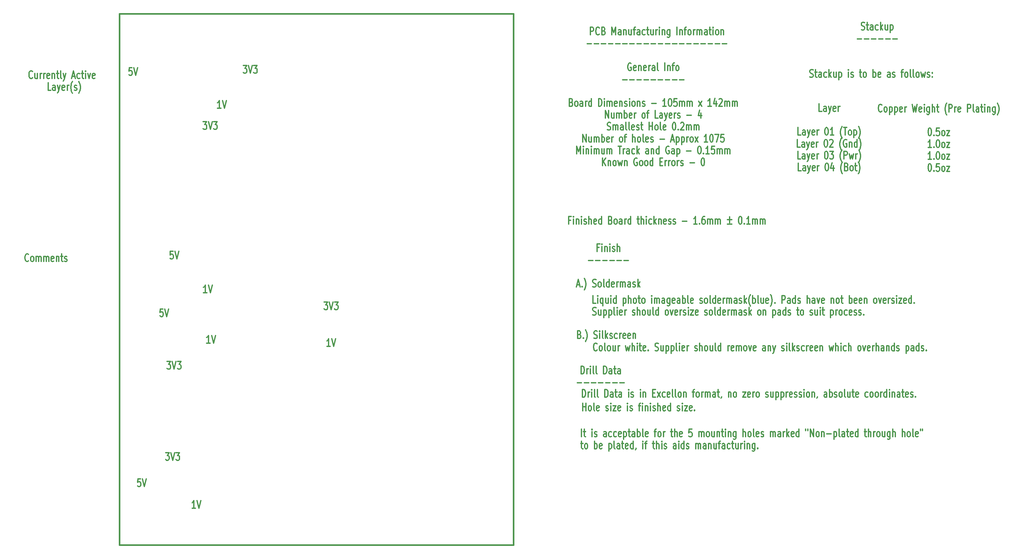
<source format=gbr>
G04 (created by PCBNEW-RS274X (2012-01-19 BZR 3256)-stable) date 05/03/2012 19:36:25*
G01*
G70*
G90*
%MOIN*%
G04 Gerber Fmt 3.4, Leading zero omitted, Abs format*
%FSLAX34Y34*%
G04 APERTURE LIST*
%ADD10C,0.009800*%
%ADD11C,0.012000*%
%ADD12C,0.015000*%
G04 APERTURE END LIST*
G54D10*
G54D11*
X63489Y-54044D02*
X63489Y-53244D01*
X63689Y-53510D02*
X63918Y-53510D01*
X63775Y-53244D02*
X63775Y-53930D01*
X63803Y-54006D01*
X63861Y-54044D01*
X63918Y-54044D01*
X64575Y-54044D02*
X64575Y-53510D01*
X64575Y-53244D02*
X64546Y-53282D01*
X64575Y-53320D01*
X64603Y-53282D01*
X64575Y-53244D01*
X64575Y-53320D01*
X64832Y-54006D02*
X64889Y-54044D01*
X65004Y-54044D01*
X65061Y-54006D01*
X65089Y-53930D01*
X65089Y-53891D01*
X65061Y-53815D01*
X65004Y-53777D01*
X64918Y-53777D01*
X64861Y-53739D01*
X64832Y-53663D01*
X64832Y-53625D01*
X64861Y-53549D01*
X64918Y-53510D01*
X65004Y-53510D01*
X65061Y-53549D01*
X66061Y-54044D02*
X66061Y-53625D01*
X66032Y-53549D01*
X65975Y-53510D01*
X65861Y-53510D01*
X65804Y-53549D01*
X66061Y-54006D02*
X66004Y-54044D01*
X65861Y-54044D01*
X65804Y-54006D01*
X65775Y-53930D01*
X65775Y-53853D01*
X65804Y-53777D01*
X65861Y-53739D01*
X66004Y-53739D01*
X66061Y-53701D01*
X66604Y-54006D02*
X66547Y-54044D01*
X66433Y-54044D01*
X66375Y-54006D01*
X66347Y-53968D01*
X66318Y-53891D01*
X66318Y-53663D01*
X66347Y-53587D01*
X66375Y-53549D01*
X66433Y-53510D01*
X66547Y-53510D01*
X66604Y-53549D01*
X67118Y-54006D02*
X67061Y-54044D01*
X66947Y-54044D01*
X66889Y-54006D01*
X66861Y-53968D01*
X66832Y-53891D01*
X66832Y-53663D01*
X66861Y-53587D01*
X66889Y-53549D01*
X66947Y-53510D01*
X67061Y-53510D01*
X67118Y-53549D01*
X67603Y-54006D02*
X67546Y-54044D01*
X67432Y-54044D01*
X67375Y-54006D01*
X67346Y-53930D01*
X67346Y-53625D01*
X67375Y-53549D01*
X67432Y-53510D01*
X67546Y-53510D01*
X67603Y-53549D01*
X67632Y-53625D01*
X67632Y-53701D01*
X67346Y-53777D01*
X67889Y-53510D02*
X67889Y-54310D01*
X67889Y-53549D02*
X67946Y-53510D01*
X68060Y-53510D01*
X68117Y-53549D01*
X68146Y-53587D01*
X68175Y-53663D01*
X68175Y-53891D01*
X68146Y-53968D01*
X68117Y-54006D01*
X68060Y-54044D01*
X67946Y-54044D01*
X67889Y-54006D01*
X68346Y-53510D02*
X68575Y-53510D01*
X68432Y-53244D02*
X68432Y-53930D01*
X68460Y-54006D01*
X68518Y-54044D01*
X68575Y-54044D01*
X69032Y-54044D02*
X69032Y-53625D01*
X69003Y-53549D01*
X68946Y-53510D01*
X68832Y-53510D01*
X68775Y-53549D01*
X69032Y-54006D02*
X68975Y-54044D01*
X68832Y-54044D01*
X68775Y-54006D01*
X68746Y-53930D01*
X68746Y-53853D01*
X68775Y-53777D01*
X68832Y-53739D01*
X68975Y-53739D01*
X69032Y-53701D01*
X69318Y-54044D02*
X69318Y-53244D01*
X69318Y-53549D02*
X69375Y-53510D01*
X69489Y-53510D01*
X69546Y-53549D01*
X69575Y-53587D01*
X69604Y-53663D01*
X69604Y-53891D01*
X69575Y-53968D01*
X69546Y-54006D01*
X69489Y-54044D01*
X69375Y-54044D01*
X69318Y-54006D01*
X69947Y-54044D02*
X69889Y-54006D01*
X69861Y-53930D01*
X69861Y-53244D01*
X70403Y-54006D02*
X70346Y-54044D01*
X70232Y-54044D01*
X70175Y-54006D01*
X70146Y-53930D01*
X70146Y-53625D01*
X70175Y-53549D01*
X70232Y-53510D01*
X70346Y-53510D01*
X70403Y-53549D01*
X70432Y-53625D01*
X70432Y-53701D01*
X70146Y-53777D01*
X71060Y-53510D02*
X71289Y-53510D01*
X71146Y-54044D02*
X71146Y-53358D01*
X71174Y-53282D01*
X71232Y-53244D01*
X71289Y-53244D01*
X71575Y-54044D02*
X71517Y-54006D01*
X71489Y-53968D01*
X71460Y-53891D01*
X71460Y-53663D01*
X71489Y-53587D01*
X71517Y-53549D01*
X71575Y-53510D01*
X71660Y-53510D01*
X71717Y-53549D01*
X71746Y-53587D01*
X71775Y-53663D01*
X71775Y-53891D01*
X71746Y-53968D01*
X71717Y-54006D01*
X71660Y-54044D01*
X71575Y-54044D01*
X72032Y-54044D02*
X72032Y-53510D01*
X72032Y-53663D02*
X72060Y-53587D01*
X72089Y-53549D01*
X72146Y-53510D01*
X72203Y-53510D01*
X72774Y-53510D02*
X73003Y-53510D01*
X72860Y-53244D02*
X72860Y-53930D01*
X72888Y-54006D01*
X72946Y-54044D01*
X73003Y-54044D01*
X73203Y-54044D02*
X73203Y-53244D01*
X73460Y-54044D02*
X73460Y-53625D01*
X73431Y-53549D01*
X73374Y-53510D01*
X73289Y-53510D01*
X73231Y-53549D01*
X73203Y-53587D01*
X73974Y-54006D02*
X73917Y-54044D01*
X73803Y-54044D01*
X73746Y-54006D01*
X73717Y-53930D01*
X73717Y-53625D01*
X73746Y-53549D01*
X73803Y-53510D01*
X73917Y-53510D01*
X73974Y-53549D01*
X74003Y-53625D01*
X74003Y-53701D01*
X73717Y-53777D01*
X75003Y-53244D02*
X74717Y-53244D01*
X74688Y-53625D01*
X74717Y-53587D01*
X74774Y-53549D01*
X74917Y-53549D01*
X74974Y-53587D01*
X75003Y-53625D01*
X75031Y-53701D01*
X75031Y-53891D01*
X75003Y-53968D01*
X74974Y-54006D01*
X74917Y-54044D01*
X74774Y-54044D01*
X74717Y-54006D01*
X74688Y-53968D01*
X75745Y-54044D02*
X75745Y-53510D01*
X75745Y-53587D02*
X75773Y-53549D01*
X75831Y-53510D01*
X75916Y-53510D01*
X75973Y-53549D01*
X76002Y-53625D01*
X76002Y-54044D01*
X76002Y-53625D02*
X76031Y-53549D01*
X76088Y-53510D01*
X76173Y-53510D01*
X76231Y-53549D01*
X76259Y-53625D01*
X76259Y-54044D01*
X76631Y-54044D02*
X76573Y-54006D01*
X76545Y-53968D01*
X76516Y-53891D01*
X76516Y-53663D01*
X76545Y-53587D01*
X76573Y-53549D01*
X76631Y-53510D01*
X76716Y-53510D01*
X76773Y-53549D01*
X76802Y-53587D01*
X76831Y-53663D01*
X76831Y-53891D01*
X76802Y-53968D01*
X76773Y-54006D01*
X76716Y-54044D01*
X76631Y-54044D01*
X77345Y-53510D02*
X77345Y-54044D01*
X77088Y-53510D02*
X77088Y-53930D01*
X77116Y-54006D01*
X77174Y-54044D01*
X77259Y-54044D01*
X77316Y-54006D01*
X77345Y-53968D01*
X77631Y-53510D02*
X77631Y-54044D01*
X77631Y-53587D02*
X77659Y-53549D01*
X77717Y-53510D01*
X77802Y-53510D01*
X77859Y-53549D01*
X77888Y-53625D01*
X77888Y-54044D01*
X78088Y-53510D02*
X78317Y-53510D01*
X78174Y-53244D02*
X78174Y-53930D01*
X78202Y-54006D01*
X78260Y-54044D01*
X78317Y-54044D01*
X78517Y-54044D02*
X78517Y-53510D01*
X78517Y-53244D02*
X78488Y-53282D01*
X78517Y-53320D01*
X78545Y-53282D01*
X78517Y-53244D01*
X78517Y-53320D01*
X78803Y-53510D02*
X78803Y-54044D01*
X78803Y-53587D02*
X78831Y-53549D01*
X78889Y-53510D01*
X78974Y-53510D01*
X79031Y-53549D01*
X79060Y-53625D01*
X79060Y-54044D01*
X79603Y-53510D02*
X79603Y-54158D01*
X79574Y-54234D01*
X79546Y-54272D01*
X79489Y-54310D01*
X79403Y-54310D01*
X79346Y-54272D01*
X79603Y-54006D02*
X79546Y-54044D01*
X79432Y-54044D01*
X79374Y-54006D01*
X79346Y-53968D01*
X79317Y-53891D01*
X79317Y-53663D01*
X79346Y-53587D01*
X79374Y-53549D01*
X79432Y-53510D01*
X79546Y-53510D01*
X79603Y-53549D01*
X80346Y-54044D02*
X80346Y-53244D01*
X80603Y-54044D02*
X80603Y-53625D01*
X80574Y-53549D01*
X80517Y-53510D01*
X80432Y-53510D01*
X80374Y-53549D01*
X80346Y-53587D01*
X80975Y-54044D02*
X80917Y-54006D01*
X80889Y-53968D01*
X80860Y-53891D01*
X80860Y-53663D01*
X80889Y-53587D01*
X80917Y-53549D01*
X80975Y-53510D01*
X81060Y-53510D01*
X81117Y-53549D01*
X81146Y-53587D01*
X81175Y-53663D01*
X81175Y-53891D01*
X81146Y-53968D01*
X81117Y-54006D01*
X81060Y-54044D01*
X80975Y-54044D01*
X81518Y-54044D02*
X81460Y-54006D01*
X81432Y-53930D01*
X81432Y-53244D01*
X81974Y-54006D02*
X81917Y-54044D01*
X81803Y-54044D01*
X81746Y-54006D01*
X81717Y-53930D01*
X81717Y-53625D01*
X81746Y-53549D01*
X81803Y-53510D01*
X81917Y-53510D01*
X81974Y-53549D01*
X82003Y-53625D01*
X82003Y-53701D01*
X81717Y-53777D01*
X82231Y-54006D02*
X82288Y-54044D01*
X82403Y-54044D01*
X82460Y-54006D01*
X82488Y-53930D01*
X82488Y-53891D01*
X82460Y-53815D01*
X82403Y-53777D01*
X82317Y-53777D01*
X82260Y-53739D01*
X82231Y-53663D01*
X82231Y-53625D01*
X82260Y-53549D01*
X82317Y-53510D01*
X82403Y-53510D01*
X82460Y-53549D01*
X83203Y-54044D02*
X83203Y-53510D01*
X83203Y-53587D02*
X83231Y-53549D01*
X83289Y-53510D01*
X83374Y-53510D01*
X83431Y-53549D01*
X83460Y-53625D01*
X83460Y-54044D01*
X83460Y-53625D02*
X83489Y-53549D01*
X83546Y-53510D01*
X83631Y-53510D01*
X83689Y-53549D01*
X83717Y-53625D01*
X83717Y-54044D01*
X84260Y-54044D02*
X84260Y-53625D01*
X84231Y-53549D01*
X84174Y-53510D01*
X84060Y-53510D01*
X84003Y-53549D01*
X84260Y-54006D02*
X84203Y-54044D01*
X84060Y-54044D01*
X84003Y-54006D01*
X83974Y-53930D01*
X83974Y-53853D01*
X84003Y-53777D01*
X84060Y-53739D01*
X84203Y-53739D01*
X84260Y-53701D01*
X84546Y-54044D02*
X84546Y-53510D01*
X84546Y-53663D02*
X84574Y-53587D01*
X84603Y-53549D01*
X84660Y-53510D01*
X84717Y-53510D01*
X84917Y-54044D02*
X84917Y-53244D01*
X84974Y-53739D02*
X85145Y-54044D01*
X85145Y-53510D02*
X84917Y-53815D01*
X85631Y-54006D02*
X85574Y-54044D01*
X85460Y-54044D01*
X85403Y-54006D01*
X85374Y-53930D01*
X85374Y-53625D01*
X85403Y-53549D01*
X85460Y-53510D01*
X85574Y-53510D01*
X85631Y-53549D01*
X85660Y-53625D01*
X85660Y-53701D01*
X85374Y-53777D01*
X86174Y-54044D02*
X86174Y-53244D01*
X86174Y-54006D02*
X86117Y-54044D01*
X86003Y-54044D01*
X85945Y-54006D01*
X85917Y-53968D01*
X85888Y-53891D01*
X85888Y-53663D01*
X85917Y-53587D01*
X85945Y-53549D01*
X86003Y-53510D01*
X86117Y-53510D01*
X86174Y-53549D01*
X86888Y-53244D02*
X86888Y-53396D01*
X87117Y-53244D02*
X87117Y-53396D01*
X87374Y-54044D02*
X87374Y-53244D01*
X87717Y-54044D01*
X87717Y-53244D01*
X88089Y-54044D02*
X88031Y-54006D01*
X88003Y-53968D01*
X87974Y-53891D01*
X87974Y-53663D01*
X88003Y-53587D01*
X88031Y-53549D01*
X88089Y-53510D01*
X88174Y-53510D01*
X88231Y-53549D01*
X88260Y-53587D01*
X88289Y-53663D01*
X88289Y-53891D01*
X88260Y-53968D01*
X88231Y-54006D01*
X88174Y-54044D01*
X88089Y-54044D01*
X88546Y-53510D02*
X88546Y-54044D01*
X88546Y-53587D02*
X88574Y-53549D01*
X88632Y-53510D01*
X88717Y-53510D01*
X88774Y-53549D01*
X88803Y-53625D01*
X88803Y-54044D01*
X89089Y-53739D02*
X89546Y-53739D01*
X89832Y-53510D02*
X89832Y-54310D01*
X89832Y-53549D02*
X89889Y-53510D01*
X90003Y-53510D01*
X90060Y-53549D01*
X90089Y-53587D01*
X90118Y-53663D01*
X90118Y-53891D01*
X90089Y-53968D01*
X90060Y-54006D01*
X90003Y-54044D01*
X89889Y-54044D01*
X89832Y-54006D01*
X90461Y-54044D02*
X90403Y-54006D01*
X90375Y-53930D01*
X90375Y-53244D01*
X90946Y-54044D02*
X90946Y-53625D01*
X90917Y-53549D01*
X90860Y-53510D01*
X90746Y-53510D01*
X90689Y-53549D01*
X90946Y-54006D02*
X90889Y-54044D01*
X90746Y-54044D01*
X90689Y-54006D01*
X90660Y-53930D01*
X90660Y-53853D01*
X90689Y-53777D01*
X90746Y-53739D01*
X90889Y-53739D01*
X90946Y-53701D01*
X91146Y-53510D02*
X91375Y-53510D01*
X91232Y-53244D02*
X91232Y-53930D01*
X91260Y-54006D01*
X91318Y-54044D01*
X91375Y-54044D01*
X91803Y-54006D02*
X91746Y-54044D01*
X91632Y-54044D01*
X91575Y-54006D01*
X91546Y-53930D01*
X91546Y-53625D01*
X91575Y-53549D01*
X91632Y-53510D01*
X91746Y-53510D01*
X91803Y-53549D01*
X91832Y-53625D01*
X91832Y-53701D01*
X91546Y-53777D01*
X92346Y-54044D02*
X92346Y-53244D01*
X92346Y-54006D02*
X92289Y-54044D01*
X92175Y-54044D01*
X92117Y-54006D01*
X92089Y-53968D01*
X92060Y-53891D01*
X92060Y-53663D01*
X92089Y-53587D01*
X92117Y-53549D01*
X92175Y-53510D01*
X92289Y-53510D01*
X92346Y-53549D01*
X93003Y-53510D02*
X93232Y-53510D01*
X93089Y-53244D02*
X93089Y-53930D01*
X93117Y-54006D01*
X93175Y-54044D01*
X93232Y-54044D01*
X93432Y-54044D02*
X93432Y-53244D01*
X93689Y-54044D02*
X93689Y-53625D01*
X93660Y-53549D01*
X93603Y-53510D01*
X93518Y-53510D01*
X93460Y-53549D01*
X93432Y-53587D01*
X93975Y-54044D02*
X93975Y-53510D01*
X93975Y-53663D02*
X94003Y-53587D01*
X94032Y-53549D01*
X94089Y-53510D01*
X94146Y-53510D01*
X94432Y-54044D02*
X94374Y-54006D01*
X94346Y-53968D01*
X94317Y-53891D01*
X94317Y-53663D01*
X94346Y-53587D01*
X94374Y-53549D01*
X94432Y-53510D01*
X94517Y-53510D01*
X94574Y-53549D01*
X94603Y-53587D01*
X94632Y-53663D01*
X94632Y-53891D01*
X94603Y-53968D01*
X94574Y-54006D01*
X94517Y-54044D01*
X94432Y-54044D01*
X95146Y-53510D02*
X95146Y-54044D01*
X94889Y-53510D02*
X94889Y-53930D01*
X94917Y-54006D01*
X94975Y-54044D01*
X95060Y-54044D01*
X95117Y-54006D01*
X95146Y-53968D01*
X95689Y-53510D02*
X95689Y-54158D01*
X95660Y-54234D01*
X95632Y-54272D01*
X95575Y-54310D01*
X95489Y-54310D01*
X95432Y-54272D01*
X95689Y-54006D02*
X95632Y-54044D01*
X95518Y-54044D01*
X95460Y-54006D01*
X95432Y-53968D01*
X95403Y-53891D01*
X95403Y-53663D01*
X95432Y-53587D01*
X95460Y-53549D01*
X95518Y-53510D01*
X95632Y-53510D01*
X95689Y-53549D01*
X95975Y-54044D02*
X95975Y-53244D01*
X96232Y-54044D02*
X96232Y-53625D01*
X96203Y-53549D01*
X96146Y-53510D01*
X96061Y-53510D01*
X96003Y-53549D01*
X95975Y-53587D01*
X96975Y-54044D02*
X96975Y-53244D01*
X97232Y-54044D02*
X97232Y-53625D01*
X97203Y-53549D01*
X97146Y-53510D01*
X97061Y-53510D01*
X97003Y-53549D01*
X96975Y-53587D01*
X97604Y-54044D02*
X97546Y-54006D01*
X97518Y-53968D01*
X97489Y-53891D01*
X97489Y-53663D01*
X97518Y-53587D01*
X97546Y-53549D01*
X97604Y-53510D01*
X97689Y-53510D01*
X97746Y-53549D01*
X97775Y-53587D01*
X97804Y-53663D01*
X97804Y-53891D01*
X97775Y-53968D01*
X97746Y-54006D01*
X97689Y-54044D01*
X97604Y-54044D01*
X98147Y-54044D02*
X98089Y-54006D01*
X98061Y-53930D01*
X98061Y-53244D01*
X98603Y-54006D02*
X98546Y-54044D01*
X98432Y-54044D01*
X98375Y-54006D01*
X98346Y-53930D01*
X98346Y-53625D01*
X98375Y-53549D01*
X98432Y-53510D01*
X98546Y-53510D01*
X98603Y-53549D01*
X98632Y-53625D01*
X98632Y-53701D01*
X98346Y-53777D01*
X98860Y-53244D02*
X98860Y-53396D01*
X99089Y-53244D02*
X99089Y-53396D01*
X63403Y-54750D02*
X63632Y-54750D01*
X63489Y-54484D02*
X63489Y-55170D01*
X63517Y-55246D01*
X63575Y-55284D01*
X63632Y-55284D01*
X63918Y-55284D02*
X63860Y-55246D01*
X63832Y-55208D01*
X63803Y-55131D01*
X63803Y-54903D01*
X63832Y-54827D01*
X63860Y-54789D01*
X63918Y-54750D01*
X64003Y-54750D01*
X64060Y-54789D01*
X64089Y-54827D01*
X64118Y-54903D01*
X64118Y-55131D01*
X64089Y-55208D01*
X64060Y-55246D01*
X64003Y-55284D01*
X63918Y-55284D01*
X64832Y-55284D02*
X64832Y-54484D01*
X64832Y-54789D02*
X64889Y-54750D01*
X65003Y-54750D01*
X65060Y-54789D01*
X65089Y-54827D01*
X65118Y-54903D01*
X65118Y-55131D01*
X65089Y-55208D01*
X65060Y-55246D01*
X65003Y-55284D01*
X64889Y-55284D01*
X64832Y-55246D01*
X65603Y-55246D02*
X65546Y-55284D01*
X65432Y-55284D01*
X65375Y-55246D01*
X65346Y-55170D01*
X65346Y-54865D01*
X65375Y-54789D01*
X65432Y-54750D01*
X65546Y-54750D01*
X65603Y-54789D01*
X65632Y-54865D01*
X65632Y-54941D01*
X65346Y-55017D01*
X66346Y-54750D02*
X66346Y-55550D01*
X66346Y-54789D02*
X66403Y-54750D01*
X66517Y-54750D01*
X66574Y-54789D01*
X66603Y-54827D01*
X66632Y-54903D01*
X66632Y-55131D01*
X66603Y-55208D01*
X66574Y-55246D01*
X66517Y-55284D01*
X66403Y-55284D01*
X66346Y-55246D01*
X66975Y-55284D02*
X66917Y-55246D01*
X66889Y-55170D01*
X66889Y-54484D01*
X67460Y-55284D02*
X67460Y-54865D01*
X67431Y-54789D01*
X67374Y-54750D01*
X67260Y-54750D01*
X67203Y-54789D01*
X67460Y-55246D02*
X67403Y-55284D01*
X67260Y-55284D01*
X67203Y-55246D01*
X67174Y-55170D01*
X67174Y-55093D01*
X67203Y-55017D01*
X67260Y-54979D01*
X67403Y-54979D01*
X67460Y-54941D01*
X67660Y-54750D02*
X67889Y-54750D01*
X67746Y-54484D02*
X67746Y-55170D01*
X67774Y-55246D01*
X67832Y-55284D01*
X67889Y-55284D01*
X68317Y-55246D02*
X68260Y-55284D01*
X68146Y-55284D01*
X68089Y-55246D01*
X68060Y-55170D01*
X68060Y-54865D01*
X68089Y-54789D01*
X68146Y-54750D01*
X68260Y-54750D01*
X68317Y-54789D01*
X68346Y-54865D01*
X68346Y-54941D01*
X68060Y-55017D01*
X68860Y-55284D02*
X68860Y-54484D01*
X68860Y-55246D02*
X68803Y-55284D01*
X68689Y-55284D01*
X68631Y-55246D01*
X68603Y-55208D01*
X68574Y-55131D01*
X68574Y-54903D01*
X68603Y-54827D01*
X68631Y-54789D01*
X68689Y-54750D01*
X68803Y-54750D01*
X68860Y-54789D01*
X69174Y-55246D02*
X69174Y-55284D01*
X69146Y-55360D01*
X69117Y-55398D01*
X69889Y-55284D02*
X69889Y-54750D01*
X69889Y-54484D02*
X69860Y-54522D01*
X69889Y-54560D01*
X69917Y-54522D01*
X69889Y-54484D01*
X69889Y-54560D01*
X70089Y-54750D02*
X70318Y-54750D01*
X70175Y-55284D02*
X70175Y-54598D01*
X70203Y-54522D01*
X70261Y-54484D01*
X70318Y-54484D01*
X70889Y-54750D02*
X71118Y-54750D01*
X70975Y-54484D02*
X70975Y-55170D01*
X71003Y-55246D01*
X71061Y-55284D01*
X71118Y-55284D01*
X71318Y-55284D02*
X71318Y-54484D01*
X71575Y-55284D02*
X71575Y-54865D01*
X71546Y-54789D01*
X71489Y-54750D01*
X71404Y-54750D01*
X71346Y-54789D01*
X71318Y-54827D01*
X71861Y-55284D02*
X71861Y-54750D01*
X71861Y-54484D02*
X71832Y-54522D01*
X71861Y-54560D01*
X71889Y-54522D01*
X71861Y-54484D01*
X71861Y-54560D01*
X72118Y-55246D02*
X72175Y-55284D01*
X72290Y-55284D01*
X72347Y-55246D01*
X72375Y-55170D01*
X72375Y-55131D01*
X72347Y-55055D01*
X72290Y-55017D01*
X72204Y-55017D01*
X72147Y-54979D01*
X72118Y-54903D01*
X72118Y-54865D01*
X72147Y-54789D01*
X72204Y-54750D01*
X72290Y-54750D01*
X72347Y-54789D01*
X73347Y-55284D02*
X73347Y-54865D01*
X73318Y-54789D01*
X73261Y-54750D01*
X73147Y-54750D01*
X73090Y-54789D01*
X73347Y-55246D02*
X73290Y-55284D01*
X73147Y-55284D01*
X73090Y-55246D01*
X73061Y-55170D01*
X73061Y-55093D01*
X73090Y-55017D01*
X73147Y-54979D01*
X73290Y-54979D01*
X73347Y-54941D01*
X73633Y-55284D02*
X73633Y-54750D01*
X73633Y-54484D02*
X73604Y-54522D01*
X73633Y-54560D01*
X73661Y-54522D01*
X73633Y-54484D01*
X73633Y-54560D01*
X74176Y-55284D02*
X74176Y-54484D01*
X74176Y-55246D02*
X74119Y-55284D01*
X74005Y-55284D01*
X73947Y-55246D01*
X73919Y-55208D01*
X73890Y-55131D01*
X73890Y-54903D01*
X73919Y-54827D01*
X73947Y-54789D01*
X74005Y-54750D01*
X74119Y-54750D01*
X74176Y-54789D01*
X74433Y-55246D02*
X74490Y-55284D01*
X74605Y-55284D01*
X74662Y-55246D01*
X74690Y-55170D01*
X74690Y-55131D01*
X74662Y-55055D01*
X74605Y-55017D01*
X74519Y-55017D01*
X74462Y-54979D01*
X74433Y-54903D01*
X74433Y-54865D01*
X74462Y-54789D01*
X74519Y-54750D01*
X74605Y-54750D01*
X74662Y-54789D01*
X75405Y-55284D02*
X75405Y-54750D01*
X75405Y-54827D02*
X75433Y-54789D01*
X75491Y-54750D01*
X75576Y-54750D01*
X75633Y-54789D01*
X75662Y-54865D01*
X75662Y-55284D01*
X75662Y-54865D02*
X75691Y-54789D01*
X75748Y-54750D01*
X75833Y-54750D01*
X75891Y-54789D01*
X75919Y-54865D01*
X75919Y-55284D01*
X76462Y-55284D02*
X76462Y-54865D01*
X76433Y-54789D01*
X76376Y-54750D01*
X76262Y-54750D01*
X76205Y-54789D01*
X76462Y-55246D02*
X76405Y-55284D01*
X76262Y-55284D01*
X76205Y-55246D01*
X76176Y-55170D01*
X76176Y-55093D01*
X76205Y-55017D01*
X76262Y-54979D01*
X76405Y-54979D01*
X76462Y-54941D01*
X76748Y-54750D02*
X76748Y-55284D01*
X76748Y-54827D02*
X76776Y-54789D01*
X76834Y-54750D01*
X76919Y-54750D01*
X76976Y-54789D01*
X77005Y-54865D01*
X77005Y-55284D01*
X77548Y-54750D02*
X77548Y-55284D01*
X77291Y-54750D02*
X77291Y-55170D01*
X77319Y-55246D01*
X77377Y-55284D01*
X77462Y-55284D01*
X77519Y-55246D01*
X77548Y-55208D01*
X77748Y-54750D02*
X77977Y-54750D01*
X77834Y-55284D02*
X77834Y-54598D01*
X77862Y-54522D01*
X77920Y-54484D01*
X77977Y-54484D01*
X78434Y-55284D02*
X78434Y-54865D01*
X78405Y-54789D01*
X78348Y-54750D01*
X78234Y-54750D01*
X78177Y-54789D01*
X78434Y-55246D02*
X78377Y-55284D01*
X78234Y-55284D01*
X78177Y-55246D01*
X78148Y-55170D01*
X78148Y-55093D01*
X78177Y-55017D01*
X78234Y-54979D01*
X78377Y-54979D01*
X78434Y-54941D01*
X78977Y-55246D02*
X78920Y-55284D01*
X78806Y-55284D01*
X78748Y-55246D01*
X78720Y-55208D01*
X78691Y-55131D01*
X78691Y-54903D01*
X78720Y-54827D01*
X78748Y-54789D01*
X78806Y-54750D01*
X78920Y-54750D01*
X78977Y-54789D01*
X79148Y-54750D02*
X79377Y-54750D01*
X79234Y-54484D02*
X79234Y-55170D01*
X79262Y-55246D01*
X79320Y-55284D01*
X79377Y-55284D01*
X79834Y-54750D02*
X79834Y-55284D01*
X79577Y-54750D02*
X79577Y-55170D01*
X79605Y-55246D01*
X79663Y-55284D01*
X79748Y-55284D01*
X79805Y-55246D01*
X79834Y-55208D01*
X80120Y-55284D02*
X80120Y-54750D01*
X80120Y-54903D02*
X80148Y-54827D01*
X80177Y-54789D01*
X80234Y-54750D01*
X80291Y-54750D01*
X80491Y-55284D02*
X80491Y-54750D01*
X80491Y-54484D02*
X80462Y-54522D01*
X80491Y-54560D01*
X80519Y-54522D01*
X80491Y-54484D01*
X80491Y-54560D01*
X80777Y-54750D02*
X80777Y-55284D01*
X80777Y-54827D02*
X80805Y-54789D01*
X80863Y-54750D01*
X80948Y-54750D01*
X81005Y-54789D01*
X81034Y-54865D01*
X81034Y-55284D01*
X81577Y-54750D02*
X81577Y-55398D01*
X81548Y-55474D01*
X81520Y-55512D01*
X81463Y-55550D01*
X81377Y-55550D01*
X81320Y-55512D01*
X81577Y-55246D02*
X81520Y-55284D01*
X81406Y-55284D01*
X81348Y-55246D01*
X81320Y-55208D01*
X81291Y-55131D01*
X81291Y-54903D01*
X81320Y-54827D01*
X81348Y-54789D01*
X81406Y-54750D01*
X81520Y-54750D01*
X81577Y-54789D01*
X81863Y-55208D02*
X81891Y-55246D01*
X81863Y-55284D01*
X81834Y-55246D01*
X81863Y-55208D01*
X81863Y-55284D01*
X06165Y-16547D02*
X06136Y-16585D01*
X06050Y-16623D01*
X05993Y-16623D01*
X05908Y-16585D01*
X05850Y-16509D01*
X05822Y-16432D01*
X05793Y-16280D01*
X05793Y-16166D01*
X05822Y-16013D01*
X05850Y-15937D01*
X05908Y-15861D01*
X05993Y-15823D01*
X06050Y-15823D01*
X06136Y-15861D01*
X06165Y-15899D01*
X06679Y-16089D02*
X06679Y-16623D01*
X06422Y-16089D02*
X06422Y-16509D01*
X06450Y-16585D01*
X06508Y-16623D01*
X06593Y-16623D01*
X06650Y-16585D01*
X06679Y-16547D01*
X06965Y-16623D02*
X06965Y-16089D01*
X06965Y-16242D02*
X06993Y-16166D01*
X07022Y-16128D01*
X07079Y-16089D01*
X07136Y-16089D01*
X07336Y-16623D02*
X07336Y-16089D01*
X07336Y-16242D02*
X07364Y-16166D01*
X07393Y-16128D01*
X07450Y-16089D01*
X07507Y-16089D01*
X07935Y-16585D02*
X07878Y-16623D01*
X07764Y-16623D01*
X07707Y-16585D01*
X07678Y-16509D01*
X07678Y-16204D01*
X07707Y-16128D01*
X07764Y-16089D01*
X07878Y-16089D01*
X07935Y-16128D01*
X07964Y-16204D01*
X07964Y-16280D01*
X07678Y-16356D01*
X08221Y-16089D02*
X08221Y-16623D01*
X08221Y-16166D02*
X08249Y-16128D01*
X08307Y-16089D01*
X08392Y-16089D01*
X08449Y-16128D01*
X08478Y-16204D01*
X08478Y-16623D01*
X08678Y-16089D02*
X08907Y-16089D01*
X08764Y-15823D02*
X08764Y-16509D01*
X08792Y-16585D01*
X08850Y-16623D01*
X08907Y-16623D01*
X09193Y-16623D02*
X09135Y-16585D01*
X09107Y-16509D01*
X09107Y-15823D01*
X09364Y-16089D02*
X09507Y-16623D01*
X09649Y-16089D02*
X09507Y-16623D01*
X09449Y-16813D01*
X09421Y-16851D01*
X09364Y-16889D01*
X10306Y-16394D02*
X10592Y-16394D01*
X10249Y-16623D02*
X10449Y-15823D01*
X10649Y-16623D01*
X11106Y-16585D02*
X11049Y-16623D01*
X10935Y-16623D01*
X10877Y-16585D01*
X10849Y-16547D01*
X10820Y-16470D01*
X10820Y-16242D01*
X10849Y-16166D01*
X10877Y-16128D01*
X10935Y-16089D01*
X11049Y-16089D01*
X11106Y-16128D01*
X11277Y-16089D02*
X11506Y-16089D01*
X11363Y-15823D02*
X11363Y-16509D01*
X11391Y-16585D01*
X11449Y-16623D01*
X11506Y-16623D01*
X11706Y-16623D02*
X11706Y-16089D01*
X11706Y-15823D02*
X11677Y-15861D01*
X11706Y-15899D01*
X11734Y-15861D01*
X11706Y-15823D01*
X11706Y-15899D01*
X11935Y-16089D02*
X12078Y-16623D01*
X12220Y-16089D01*
X12677Y-16585D02*
X12620Y-16623D01*
X12506Y-16623D01*
X12449Y-16585D01*
X12420Y-16509D01*
X12420Y-16204D01*
X12449Y-16128D01*
X12506Y-16089D01*
X12620Y-16089D01*
X12677Y-16128D01*
X12706Y-16204D01*
X12706Y-16280D01*
X12420Y-16356D01*
X08079Y-17863D02*
X07793Y-17863D01*
X07793Y-17063D01*
X08536Y-17863D02*
X08536Y-17444D01*
X08507Y-17368D01*
X08450Y-17329D01*
X08336Y-17329D01*
X08279Y-17368D01*
X08536Y-17825D02*
X08479Y-17863D01*
X08336Y-17863D01*
X08279Y-17825D01*
X08250Y-17749D01*
X08250Y-17672D01*
X08279Y-17596D01*
X08336Y-17558D01*
X08479Y-17558D01*
X08536Y-17520D01*
X08765Y-17329D02*
X08908Y-17863D01*
X09050Y-17329D02*
X08908Y-17863D01*
X08850Y-18053D01*
X08822Y-18091D01*
X08765Y-18129D01*
X09507Y-17825D02*
X09450Y-17863D01*
X09336Y-17863D01*
X09279Y-17825D01*
X09250Y-17749D01*
X09250Y-17444D01*
X09279Y-17368D01*
X09336Y-17329D01*
X09450Y-17329D01*
X09507Y-17368D01*
X09536Y-17444D01*
X09536Y-17520D01*
X09250Y-17596D01*
X09793Y-17863D02*
X09793Y-17329D01*
X09793Y-17482D02*
X09821Y-17406D01*
X09850Y-17368D01*
X09907Y-17329D01*
X09964Y-17329D01*
X10335Y-18168D02*
X10307Y-18129D01*
X10250Y-18015D01*
X10221Y-17939D01*
X10192Y-17825D01*
X10164Y-17634D01*
X10164Y-17482D01*
X10192Y-17291D01*
X10221Y-17177D01*
X10250Y-17101D01*
X10307Y-16987D01*
X10335Y-16949D01*
X10535Y-17825D02*
X10592Y-17863D01*
X10707Y-17863D01*
X10764Y-17825D01*
X10792Y-17749D01*
X10792Y-17710D01*
X10764Y-17634D01*
X10707Y-17596D01*
X10621Y-17596D01*
X10564Y-17558D01*
X10535Y-17482D01*
X10535Y-17444D01*
X10564Y-17368D01*
X10621Y-17329D01*
X10707Y-17329D01*
X10764Y-17368D01*
X10993Y-18168D02*
X11021Y-18129D01*
X11078Y-18015D01*
X11107Y-17939D01*
X11136Y-17825D01*
X11164Y-17634D01*
X11164Y-17482D01*
X11136Y-17291D01*
X11107Y-17177D01*
X11078Y-17101D01*
X11021Y-16987D01*
X10993Y-16949D01*
X92693Y-11517D02*
X92779Y-11555D01*
X92922Y-11555D01*
X92979Y-11517D01*
X93008Y-11479D01*
X93036Y-11402D01*
X93036Y-11326D01*
X93008Y-11250D01*
X92979Y-11212D01*
X92922Y-11174D01*
X92808Y-11136D01*
X92750Y-11098D01*
X92722Y-11060D01*
X92693Y-10983D01*
X92693Y-10907D01*
X92722Y-10831D01*
X92750Y-10793D01*
X92808Y-10755D01*
X92950Y-10755D01*
X93036Y-10793D01*
X93207Y-11021D02*
X93436Y-11021D01*
X93293Y-10755D02*
X93293Y-11441D01*
X93321Y-11517D01*
X93379Y-11555D01*
X93436Y-11555D01*
X93893Y-11555D02*
X93893Y-11136D01*
X93864Y-11060D01*
X93807Y-11021D01*
X93693Y-11021D01*
X93636Y-11060D01*
X93893Y-11517D02*
X93836Y-11555D01*
X93693Y-11555D01*
X93636Y-11517D01*
X93607Y-11441D01*
X93607Y-11364D01*
X93636Y-11288D01*
X93693Y-11250D01*
X93836Y-11250D01*
X93893Y-11212D01*
X94436Y-11517D02*
X94379Y-11555D01*
X94265Y-11555D01*
X94207Y-11517D01*
X94179Y-11479D01*
X94150Y-11402D01*
X94150Y-11174D01*
X94179Y-11098D01*
X94207Y-11060D01*
X94265Y-11021D01*
X94379Y-11021D01*
X94436Y-11060D01*
X94693Y-11555D02*
X94693Y-10755D01*
X94750Y-11250D02*
X94921Y-11555D01*
X94921Y-11021D02*
X94693Y-11326D01*
X95436Y-11021D02*
X95436Y-11555D01*
X95179Y-11021D02*
X95179Y-11441D01*
X95207Y-11517D01*
X95265Y-11555D01*
X95350Y-11555D01*
X95407Y-11517D01*
X95436Y-11479D01*
X95722Y-11021D02*
X95722Y-11821D01*
X95722Y-11060D02*
X95779Y-11021D01*
X95893Y-11021D01*
X95950Y-11060D01*
X95979Y-11098D01*
X96008Y-11174D01*
X96008Y-11402D01*
X95979Y-11479D01*
X95950Y-11517D01*
X95893Y-11555D01*
X95779Y-11555D01*
X95722Y-11517D01*
X92264Y-12490D02*
X92721Y-12490D01*
X93007Y-12490D02*
X93464Y-12490D01*
X93750Y-12490D02*
X94207Y-12490D01*
X94493Y-12490D02*
X94950Y-12490D01*
X95236Y-12490D02*
X95693Y-12490D01*
X95979Y-12490D02*
X96436Y-12490D01*
X05751Y-35661D02*
X05722Y-35699D01*
X05636Y-35737D01*
X05579Y-35737D01*
X05494Y-35699D01*
X05436Y-35623D01*
X05408Y-35546D01*
X05379Y-35394D01*
X05379Y-35280D01*
X05408Y-35127D01*
X05436Y-35051D01*
X05494Y-34975D01*
X05579Y-34937D01*
X05636Y-34937D01*
X05722Y-34975D01*
X05751Y-35013D01*
X06094Y-35737D02*
X06036Y-35699D01*
X06008Y-35661D01*
X05979Y-35584D01*
X05979Y-35356D01*
X06008Y-35280D01*
X06036Y-35242D01*
X06094Y-35203D01*
X06179Y-35203D01*
X06236Y-35242D01*
X06265Y-35280D01*
X06294Y-35356D01*
X06294Y-35584D01*
X06265Y-35661D01*
X06236Y-35699D01*
X06179Y-35737D01*
X06094Y-35737D01*
X06551Y-35737D02*
X06551Y-35203D01*
X06551Y-35280D02*
X06579Y-35242D01*
X06637Y-35203D01*
X06722Y-35203D01*
X06779Y-35242D01*
X06808Y-35318D01*
X06808Y-35737D01*
X06808Y-35318D02*
X06837Y-35242D01*
X06894Y-35203D01*
X06979Y-35203D01*
X07037Y-35242D01*
X07065Y-35318D01*
X07065Y-35737D01*
X07351Y-35737D02*
X07351Y-35203D01*
X07351Y-35280D02*
X07379Y-35242D01*
X07437Y-35203D01*
X07522Y-35203D01*
X07579Y-35242D01*
X07608Y-35318D01*
X07608Y-35737D01*
X07608Y-35318D02*
X07637Y-35242D01*
X07694Y-35203D01*
X07779Y-35203D01*
X07837Y-35242D01*
X07865Y-35318D01*
X07865Y-35737D01*
X08379Y-35699D02*
X08322Y-35737D01*
X08208Y-35737D01*
X08151Y-35699D01*
X08122Y-35623D01*
X08122Y-35318D01*
X08151Y-35242D01*
X08208Y-35203D01*
X08322Y-35203D01*
X08379Y-35242D01*
X08408Y-35318D01*
X08408Y-35394D01*
X08122Y-35470D01*
X08665Y-35203D02*
X08665Y-35737D01*
X08665Y-35280D02*
X08693Y-35242D01*
X08751Y-35203D01*
X08836Y-35203D01*
X08893Y-35242D01*
X08922Y-35318D01*
X08922Y-35737D01*
X09122Y-35203D02*
X09351Y-35203D01*
X09208Y-34937D02*
X09208Y-35623D01*
X09236Y-35699D01*
X09294Y-35737D01*
X09351Y-35737D01*
X09522Y-35699D02*
X09579Y-35737D01*
X09694Y-35737D01*
X09751Y-35699D01*
X09779Y-35623D01*
X09779Y-35584D01*
X09751Y-35508D01*
X09694Y-35470D01*
X09608Y-35470D01*
X09551Y-35432D01*
X09522Y-35356D01*
X09522Y-35318D01*
X09551Y-35242D01*
X09608Y-35203D01*
X09694Y-35203D01*
X09751Y-35242D01*
X17446Y-58431D02*
X17160Y-58431D01*
X17131Y-58812D01*
X17160Y-58774D01*
X17217Y-58736D01*
X17360Y-58736D01*
X17417Y-58774D01*
X17446Y-58812D01*
X17474Y-58888D01*
X17474Y-59078D01*
X17446Y-59155D01*
X17417Y-59193D01*
X17360Y-59231D01*
X17217Y-59231D01*
X17160Y-59193D01*
X17131Y-59155D01*
X17645Y-58431D02*
X17845Y-59231D01*
X18045Y-58431D01*
X20065Y-55685D02*
X20436Y-55685D01*
X20236Y-55990D01*
X20322Y-55990D01*
X20379Y-56028D01*
X20408Y-56066D01*
X20436Y-56142D01*
X20436Y-56332D01*
X20408Y-56409D01*
X20379Y-56447D01*
X20322Y-56485D01*
X20150Y-56485D01*
X20093Y-56447D01*
X20065Y-56409D01*
X20607Y-55685D02*
X20807Y-56485D01*
X21007Y-55685D01*
X21150Y-55685D02*
X21521Y-55685D01*
X21321Y-55990D01*
X21407Y-55990D01*
X21464Y-56028D01*
X21493Y-56066D01*
X21521Y-56142D01*
X21521Y-56332D01*
X21493Y-56409D01*
X21464Y-56447D01*
X21407Y-56485D01*
X21235Y-56485D01*
X21178Y-56447D01*
X21150Y-56409D01*
X23173Y-61495D02*
X22830Y-61495D01*
X23002Y-61495D02*
X23002Y-60695D01*
X22945Y-60809D01*
X22887Y-60885D01*
X22830Y-60923D01*
X23344Y-60695D02*
X23544Y-61495D01*
X23744Y-60695D01*
X16550Y-15498D02*
X16264Y-15498D01*
X16235Y-15879D01*
X16264Y-15841D01*
X16321Y-15803D01*
X16464Y-15803D01*
X16521Y-15841D01*
X16550Y-15879D01*
X16578Y-15955D01*
X16578Y-16145D01*
X16550Y-16222D01*
X16521Y-16260D01*
X16464Y-16298D01*
X16321Y-16298D01*
X16264Y-16260D01*
X16235Y-16222D01*
X16749Y-15498D02*
X16949Y-16298D01*
X17149Y-15498D01*
X28165Y-15262D02*
X28536Y-15262D01*
X28336Y-15567D01*
X28422Y-15567D01*
X28479Y-15605D01*
X28508Y-15643D01*
X28536Y-15719D01*
X28536Y-15909D01*
X28508Y-15986D01*
X28479Y-16024D01*
X28422Y-16062D01*
X28250Y-16062D01*
X28193Y-16024D01*
X28165Y-15986D01*
X28707Y-15262D02*
X28907Y-16062D01*
X29107Y-15262D01*
X29250Y-15262D02*
X29621Y-15262D01*
X29421Y-15567D01*
X29507Y-15567D01*
X29564Y-15605D01*
X29593Y-15643D01*
X29621Y-15719D01*
X29621Y-15909D01*
X29593Y-15986D01*
X29564Y-16024D01*
X29507Y-16062D01*
X29335Y-16062D01*
X29278Y-16024D01*
X29250Y-15986D01*
X25830Y-19733D02*
X25487Y-19733D01*
X25659Y-19733D02*
X25659Y-18933D01*
X25602Y-19047D01*
X25544Y-19123D01*
X25487Y-19161D01*
X26001Y-18933D02*
X26201Y-19733D01*
X26401Y-18933D01*
X23982Y-21128D02*
X24353Y-21128D01*
X24153Y-21433D01*
X24239Y-21433D01*
X24296Y-21471D01*
X24325Y-21509D01*
X24353Y-21585D01*
X24353Y-21775D01*
X24325Y-21852D01*
X24296Y-21890D01*
X24239Y-21928D01*
X24067Y-21928D01*
X24010Y-21890D01*
X23982Y-21852D01*
X24524Y-21128D02*
X24724Y-21928D01*
X24924Y-21128D01*
X25067Y-21128D02*
X25438Y-21128D01*
X25238Y-21433D01*
X25324Y-21433D01*
X25381Y-21471D01*
X25410Y-21509D01*
X25438Y-21585D01*
X25438Y-21775D01*
X25410Y-21852D01*
X25381Y-21890D01*
X25324Y-21928D01*
X25152Y-21928D01*
X25095Y-21890D01*
X25067Y-21852D01*
X20842Y-34672D02*
X20556Y-34672D01*
X20527Y-35053D01*
X20556Y-35015D01*
X20613Y-34977D01*
X20756Y-34977D01*
X20813Y-35015D01*
X20842Y-35053D01*
X20870Y-35129D01*
X20870Y-35319D01*
X20842Y-35396D01*
X20813Y-35434D01*
X20756Y-35472D01*
X20613Y-35472D01*
X20556Y-35434D01*
X20527Y-35396D01*
X21041Y-34672D02*
X21241Y-35472D01*
X21441Y-34672D01*
X24364Y-39005D02*
X24021Y-39005D01*
X24193Y-39005D02*
X24193Y-38205D01*
X24136Y-38319D01*
X24078Y-38395D01*
X24021Y-38433D01*
X24535Y-38205D02*
X24735Y-39005D01*
X24935Y-38205D01*
X20213Y-46178D02*
X20584Y-46178D01*
X20384Y-46483D01*
X20470Y-46483D01*
X20527Y-46521D01*
X20556Y-46559D01*
X20584Y-46635D01*
X20584Y-46825D01*
X20556Y-46902D01*
X20527Y-46940D01*
X20470Y-46978D01*
X20298Y-46978D01*
X20241Y-46940D01*
X20213Y-46902D01*
X20755Y-46178D02*
X20955Y-46978D01*
X21155Y-46178D01*
X21298Y-46178D02*
X21669Y-46178D01*
X21469Y-46483D01*
X21555Y-46483D01*
X21612Y-46521D01*
X21641Y-46559D01*
X21669Y-46635D01*
X21669Y-46825D01*
X21641Y-46902D01*
X21612Y-46940D01*
X21555Y-46978D01*
X21383Y-46978D01*
X21326Y-46940D01*
X21298Y-46902D01*
X19789Y-40685D02*
X19503Y-40685D01*
X19474Y-41066D01*
X19503Y-41028D01*
X19560Y-40990D01*
X19703Y-40990D01*
X19760Y-41028D01*
X19789Y-41066D01*
X19817Y-41142D01*
X19817Y-41332D01*
X19789Y-41409D01*
X19760Y-41447D01*
X19703Y-41485D01*
X19560Y-41485D01*
X19503Y-41447D01*
X19474Y-41409D01*
X19988Y-40685D02*
X20188Y-41485D01*
X20388Y-40685D01*
X24698Y-44251D02*
X24355Y-44251D01*
X24527Y-44251D02*
X24527Y-43451D01*
X24470Y-43565D01*
X24412Y-43641D01*
X24355Y-43679D01*
X24869Y-43451D02*
X25069Y-44251D01*
X25269Y-43451D01*
X36610Y-39957D02*
X36981Y-39957D01*
X36781Y-40262D01*
X36867Y-40262D01*
X36924Y-40300D01*
X36953Y-40338D01*
X36981Y-40414D01*
X36981Y-40604D01*
X36953Y-40681D01*
X36924Y-40719D01*
X36867Y-40757D01*
X36695Y-40757D01*
X36638Y-40719D01*
X36610Y-40681D01*
X37152Y-39957D02*
X37352Y-40757D01*
X37552Y-39957D01*
X37695Y-39957D02*
X38066Y-39957D01*
X37866Y-40262D01*
X37952Y-40262D01*
X38009Y-40300D01*
X38038Y-40338D01*
X38066Y-40414D01*
X38066Y-40604D01*
X38038Y-40681D01*
X38009Y-40719D01*
X37952Y-40757D01*
X37780Y-40757D01*
X37723Y-40719D01*
X37695Y-40681D01*
X37238Y-44605D02*
X36895Y-44605D01*
X37067Y-44605D02*
X37067Y-43805D01*
X37010Y-43919D01*
X36952Y-43995D01*
X36895Y-44033D01*
X37409Y-43805D02*
X37609Y-44605D01*
X37809Y-43805D01*
G54D12*
X56358Y-09882D02*
X56358Y-11083D01*
X15236Y-09882D02*
X15236Y-11063D01*
X56358Y-65335D02*
X15236Y-65335D01*
X15236Y-09882D02*
X56358Y-09882D01*
X56358Y-65335D02*
X56358Y-11102D01*
X15236Y-18661D02*
X15236Y-11102D01*
X15236Y-65315D02*
X15236Y-65335D01*
X15236Y-18681D02*
X15236Y-65315D01*
G54D11*
X63596Y-51319D02*
X63596Y-50519D01*
X63596Y-50900D02*
X63939Y-50900D01*
X63939Y-51319D02*
X63939Y-50519D01*
X64311Y-51319D02*
X64253Y-51281D01*
X64225Y-51243D01*
X64196Y-51166D01*
X64196Y-50938D01*
X64225Y-50862D01*
X64253Y-50824D01*
X64311Y-50785D01*
X64396Y-50785D01*
X64453Y-50824D01*
X64482Y-50862D01*
X64511Y-50938D01*
X64511Y-51166D01*
X64482Y-51243D01*
X64453Y-51281D01*
X64396Y-51319D01*
X64311Y-51319D01*
X64854Y-51319D02*
X64796Y-51281D01*
X64768Y-51205D01*
X64768Y-50519D01*
X65310Y-51281D02*
X65253Y-51319D01*
X65139Y-51319D01*
X65082Y-51281D01*
X65053Y-51205D01*
X65053Y-50900D01*
X65082Y-50824D01*
X65139Y-50785D01*
X65253Y-50785D01*
X65310Y-50824D01*
X65339Y-50900D01*
X65339Y-50976D01*
X65053Y-51052D01*
X66024Y-51281D02*
X66081Y-51319D01*
X66196Y-51319D01*
X66253Y-51281D01*
X66281Y-51205D01*
X66281Y-51166D01*
X66253Y-51090D01*
X66196Y-51052D01*
X66110Y-51052D01*
X66053Y-51014D01*
X66024Y-50938D01*
X66024Y-50900D01*
X66053Y-50824D01*
X66110Y-50785D01*
X66196Y-50785D01*
X66253Y-50824D01*
X66539Y-51319D02*
X66539Y-50785D01*
X66539Y-50519D02*
X66510Y-50557D01*
X66539Y-50595D01*
X66567Y-50557D01*
X66539Y-50519D01*
X66539Y-50595D01*
X66768Y-50785D02*
X67082Y-50785D01*
X66768Y-51319D01*
X67082Y-51319D01*
X67539Y-51281D02*
X67482Y-51319D01*
X67368Y-51319D01*
X67311Y-51281D01*
X67282Y-51205D01*
X67282Y-50900D01*
X67311Y-50824D01*
X67368Y-50785D01*
X67482Y-50785D01*
X67539Y-50824D01*
X67568Y-50900D01*
X67568Y-50976D01*
X67282Y-51052D01*
X68282Y-51319D02*
X68282Y-50785D01*
X68282Y-50519D02*
X68253Y-50557D01*
X68282Y-50595D01*
X68310Y-50557D01*
X68282Y-50519D01*
X68282Y-50595D01*
X68539Y-51281D02*
X68596Y-51319D01*
X68711Y-51319D01*
X68768Y-51281D01*
X68796Y-51205D01*
X68796Y-51166D01*
X68768Y-51090D01*
X68711Y-51052D01*
X68625Y-51052D01*
X68568Y-51014D01*
X68539Y-50938D01*
X68539Y-50900D01*
X68568Y-50824D01*
X68625Y-50785D01*
X68711Y-50785D01*
X68768Y-50824D01*
X69425Y-50785D02*
X69654Y-50785D01*
X69511Y-51319D02*
X69511Y-50633D01*
X69539Y-50557D01*
X69597Y-50519D01*
X69654Y-50519D01*
X69854Y-51319D02*
X69854Y-50785D01*
X69854Y-50519D02*
X69825Y-50557D01*
X69854Y-50595D01*
X69882Y-50557D01*
X69854Y-50519D01*
X69854Y-50595D01*
X70140Y-50785D02*
X70140Y-51319D01*
X70140Y-50862D02*
X70168Y-50824D01*
X70226Y-50785D01*
X70311Y-50785D01*
X70368Y-50824D01*
X70397Y-50900D01*
X70397Y-51319D01*
X70683Y-51319D02*
X70683Y-50785D01*
X70683Y-50519D02*
X70654Y-50557D01*
X70683Y-50595D01*
X70711Y-50557D01*
X70683Y-50519D01*
X70683Y-50595D01*
X70940Y-51281D02*
X70997Y-51319D01*
X71112Y-51319D01*
X71169Y-51281D01*
X71197Y-51205D01*
X71197Y-51166D01*
X71169Y-51090D01*
X71112Y-51052D01*
X71026Y-51052D01*
X70969Y-51014D01*
X70940Y-50938D01*
X70940Y-50900D01*
X70969Y-50824D01*
X71026Y-50785D01*
X71112Y-50785D01*
X71169Y-50824D01*
X71455Y-51319D02*
X71455Y-50519D01*
X71712Y-51319D02*
X71712Y-50900D01*
X71683Y-50824D01*
X71626Y-50785D01*
X71541Y-50785D01*
X71483Y-50824D01*
X71455Y-50862D01*
X72226Y-51281D02*
X72169Y-51319D01*
X72055Y-51319D01*
X71998Y-51281D01*
X71969Y-51205D01*
X71969Y-50900D01*
X71998Y-50824D01*
X72055Y-50785D01*
X72169Y-50785D01*
X72226Y-50824D01*
X72255Y-50900D01*
X72255Y-50976D01*
X71969Y-51052D01*
X72769Y-51319D02*
X72769Y-50519D01*
X72769Y-51281D02*
X72712Y-51319D01*
X72598Y-51319D01*
X72540Y-51281D01*
X72512Y-51243D01*
X72483Y-51166D01*
X72483Y-50938D01*
X72512Y-50862D01*
X72540Y-50824D01*
X72598Y-50785D01*
X72712Y-50785D01*
X72769Y-50824D01*
X73483Y-51281D02*
X73540Y-51319D01*
X73655Y-51319D01*
X73712Y-51281D01*
X73740Y-51205D01*
X73740Y-51166D01*
X73712Y-51090D01*
X73655Y-51052D01*
X73569Y-51052D01*
X73512Y-51014D01*
X73483Y-50938D01*
X73483Y-50900D01*
X73512Y-50824D01*
X73569Y-50785D01*
X73655Y-50785D01*
X73712Y-50824D01*
X73998Y-51319D02*
X73998Y-50785D01*
X73998Y-50519D02*
X73969Y-50557D01*
X73998Y-50595D01*
X74026Y-50557D01*
X73998Y-50519D01*
X73998Y-50595D01*
X74227Y-50785D02*
X74541Y-50785D01*
X74227Y-51319D01*
X74541Y-51319D01*
X74998Y-51281D02*
X74941Y-51319D01*
X74827Y-51319D01*
X74770Y-51281D01*
X74741Y-51205D01*
X74741Y-50900D01*
X74770Y-50824D01*
X74827Y-50785D01*
X74941Y-50785D01*
X74998Y-50824D01*
X75027Y-50900D01*
X75027Y-50976D01*
X74741Y-51052D01*
X75284Y-51243D02*
X75312Y-51281D01*
X75284Y-51319D01*
X75255Y-51281D01*
X75284Y-51243D01*
X75284Y-51319D01*
X63570Y-49902D02*
X63570Y-49102D01*
X63713Y-49102D01*
X63798Y-49140D01*
X63856Y-49216D01*
X63884Y-49292D01*
X63913Y-49445D01*
X63913Y-49559D01*
X63884Y-49711D01*
X63856Y-49788D01*
X63798Y-49864D01*
X63713Y-49902D01*
X63570Y-49902D01*
X64170Y-49902D02*
X64170Y-49368D01*
X64170Y-49521D02*
X64198Y-49445D01*
X64227Y-49407D01*
X64284Y-49368D01*
X64341Y-49368D01*
X64541Y-49902D02*
X64541Y-49368D01*
X64541Y-49102D02*
X64512Y-49140D01*
X64541Y-49178D01*
X64569Y-49140D01*
X64541Y-49102D01*
X64541Y-49178D01*
X64913Y-49902D02*
X64855Y-49864D01*
X64827Y-49788D01*
X64827Y-49102D01*
X65227Y-49902D02*
X65169Y-49864D01*
X65141Y-49788D01*
X65141Y-49102D01*
X65912Y-49902D02*
X65912Y-49102D01*
X66055Y-49102D01*
X66140Y-49140D01*
X66198Y-49216D01*
X66226Y-49292D01*
X66255Y-49445D01*
X66255Y-49559D01*
X66226Y-49711D01*
X66198Y-49788D01*
X66140Y-49864D01*
X66055Y-49902D01*
X65912Y-49902D01*
X66769Y-49902D02*
X66769Y-49483D01*
X66740Y-49407D01*
X66683Y-49368D01*
X66569Y-49368D01*
X66512Y-49407D01*
X66769Y-49864D02*
X66712Y-49902D01*
X66569Y-49902D01*
X66512Y-49864D01*
X66483Y-49788D01*
X66483Y-49711D01*
X66512Y-49635D01*
X66569Y-49597D01*
X66712Y-49597D01*
X66769Y-49559D01*
X66969Y-49368D02*
X67198Y-49368D01*
X67055Y-49102D02*
X67055Y-49788D01*
X67083Y-49864D01*
X67141Y-49902D01*
X67198Y-49902D01*
X67655Y-49902D02*
X67655Y-49483D01*
X67626Y-49407D01*
X67569Y-49368D01*
X67455Y-49368D01*
X67398Y-49407D01*
X67655Y-49864D02*
X67598Y-49902D01*
X67455Y-49902D01*
X67398Y-49864D01*
X67369Y-49788D01*
X67369Y-49711D01*
X67398Y-49635D01*
X67455Y-49597D01*
X67598Y-49597D01*
X67655Y-49559D01*
X68398Y-49902D02*
X68398Y-49368D01*
X68398Y-49102D02*
X68369Y-49140D01*
X68398Y-49178D01*
X68426Y-49140D01*
X68398Y-49102D01*
X68398Y-49178D01*
X68655Y-49864D02*
X68712Y-49902D01*
X68827Y-49902D01*
X68884Y-49864D01*
X68912Y-49788D01*
X68912Y-49749D01*
X68884Y-49673D01*
X68827Y-49635D01*
X68741Y-49635D01*
X68684Y-49597D01*
X68655Y-49521D01*
X68655Y-49483D01*
X68684Y-49407D01*
X68741Y-49368D01*
X68827Y-49368D01*
X68884Y-49407D01*
X69627Y-49902D02*
X69627Y-49368D01*
X69627Y-49102D02*
X69598Y-49140D01*
X69627Y-49178D01*
X69655Y-49140D01*
X69627Y-49102D01*
X69627Y-49178D01*
X69913Y-49368D02*
X69913Y-49902D01*
X69913Y-49445D02*
X69941Y-49407D01*
X69999Y-49368D01*
X70084Y-49368D01*
X70141Y-49407D01*
X70170Y-49483D01*
X70170Y-49902D01*
X70913Y-49483D02*
X71113Y-49483D01*
X71199Y-49902D02*
X70913Y-49902D01*
X70913Y-49102D01*
X71199Y-49102D01*
X71399Y-49902D02*
X71713Y-49368D01*
X71399Y-49368D02*
X71713Y-49902D01*
X72199Y-49864D02*
X72142Y-49902D01*
X72028Y-49902D01*
X71970Y-49864D01*
X71942Y-49826D01*
X71913Y-49749D01*
X71913Y-49521D01*
X71942Y-49445D01*
X71970Y-49407D01*
X72028Y-49368D01*
X72142Y-49368D01*
X72199Y-49407D01*
X72684Y-49864D02*
X72627Y-49902D01*
X72513Y-49902D01*
X72456Y-49864D01*
X72427Y-49788D01*
X72427Y-49483D01*
X72456Y-49407D01*
X72513Y-49368D01*
X72627Y-49368D01*
X72684Y-49407D01*
X72713Y-49483D01*
X72713Y-49559D01*
X72427Y-49635D01*
X73056Y-49902D02*
X72998Y-49864D01*
X72970Y-49788D01*
X72970Y-49102D01*
X73370Y-49902D02*
X73312Y-49864D01*
X73284Y-49788D01*
X73284Y-49102D01*
X73684Y-49902D02*
X73626Y-49864D01*
X73598Y-49826D01*
X73569Y-49749D01*
X73569Y-49521D01*
X73598Y-49445D01*
X73626Y-49407D01*
X73684Y-49368D01*
X73769Y-49368D01*
X73826Y-49407D01*
X73855Y-49445D01*
X73884Y-49521D01*
X73884Y-49749D01*
X73855Y-49826D01*
X73826Y-49864D01*
X73769Y-49902D01*
X73684Y-49902D01*
X74141Y-49368D02*
X74141Y-49902D01*
X74141Y-49445D02*
X74169Y-49407D01*
X74227Y-49368D01*
X74312Y-49368D01*
X74369Y-49407D01*
X74398Y-49483D01*
X74398Y-49902D01*
X75055Y-49368D02*
X75284Y-49368D01*
X75141Y-49902D02*
X75141Y-49216D01*
X75169Y-49140D01*
X75227Y-49102D01*
X75284Y-49102D01*
X75570Y-49902D02*
X75512Y-49864D01*
X75484Y-49826D01*
X75455Y-49749D01*
X75455Y-49521D01*
X75484Y-49445D01*
X75512Y-49407D01*
X75570Y-49368D01*
X75655Y-49368D01*
X75712Y-49407D01*
X75741Y-49445D01*
X75770Y-49521D01*
X75770Y-49749D01*
X75741Y-49826D01*
X75712Y-49864D01*
X75655Y-49902D01*
X75570Y-49902D01*
X76027Y-49902D02*
X76027Y-49368D01*
X76027Y-49521D02*
X76055Y-49445D01*
X76084Y-49407D01*
X76141Y-49368D01*
X76198Y-49368D01*
X76398Y-49902D02*
X76398Y-49368D01*
X76398Y-49445D02*
X76426Y-49407D01*
X76484Y-49368D01*
X76569Y-49368D01*
X76626Y-49407D01*
X76655Y-49483D01*
X76655Y-49902D01*
X76655Y-49483D02*
X76684Y-49407D01*
X76741Y-49368D01*
X76826Y-49368D01*
X76884Y-49407D01*
X76912Y-49483D01*
X76912Y-49902D01*
X77455Y-49902D02*
X77455Y-49483D01*
X77426Y-49407D01*
X77369Y-49368D01*
X77255Y-49368D01*
X77198Y-49407D01*
X77455Y-49864D02*
X77398Y-49902D01*
X77255Y-49902D01*
X77198Y-49864D01*
X77169Y-49788D01*
X77169Y-49711D01*
X77198Y-49635D01*
X77255Y-49597D01*
X77398Y-49597D01*
X77455Y-49559D01*
X77655Y-49368D02*
X77884Y-49368D01*
X77741Y-49102D02*
X77741Y-49788D01*
X77769Y-49864D01*
X77827Y-49902D01*
X77884Y-49902D01*
X78112Y-49864D02*
X78112Y-49902D01*
X78084Y-49978D01*
X78055Y-50016D01*
X78827Y-49368D02*
X78827Y-49902D01*
X78827Y-49445D02*
X78855Y-49407D01*
X78913Y-49368D01*
X78998Y-49368D01*
X79055Y-49407D01*
X79084Y-49483D01*
X79084Y-49902D01*
X79456Y-49902D02*
X79398Y-49864D01*
X79370Y-49826D01*
X79341Y-49749D01*
X79341Y-49521D01*
X79370Y-49445D01*
X79398Y-49407D01*
X79456Y-49368D01*
X79541Y-49368D01*
X79598Y-49407D01*
X79627Y-49445D01*
X79656Y-49521D01*
X79656Y-49749D01*
X79627Y-49826D01*
X79598Y-49864D01*
X79541Y-49902D01*
X79456Y-49902D01*
X80313Y-49368D02*
X80627Y-49368D01*
X80313Y-49902D01*
X80627Y-49902D01*
X81084Y-49864D02*
X81027Y-49902D01*
X80913Y-49902D01*
X80856Y-49864D01*
X80827Y-49788D01*
X80827Y-49483D01*
X80856Y-49407D01*
X80913Y-49368D01*
X81027Y-49368D01*
X81084Y-49407D01*
X81113Y-49483D01*
X81113Y-49559D01*
X80827Y-49635D01*
X81370Y-49902D02*
X81370Y-49368D01*
X81370Y-49521D02*
X81398Y-49445D01*
X81427Y-49407D01*
X81484Y-49368D01*
X81541Y-49368D01*
X81827Y-49902D02*
X81769Y-49864D01*
X81741Y-49826D01*
X81712Y-49749D01*
X81712Y-49521D01*
X81741Y-49445D01*
X81769Y-49407D01*
X81827Y-49368D01*
X81912Y-49368D01*
X81969Y-49407D01*
X81998Y-49445D01*
X82027Y-49521D01*
X82027Y-49749D01*
X81998Y-49826D01*
X81969Y-49864D01*
X81912Y-49902D01*
X81827Y-49902D01*
X82712Y-49864D02*
X82769Y-49902D01*
X82884Y-49902D01*
X82941Y-49864D01*
X82969Y-49788D01*
X82969Y-49749D01*
X82941Y-49673D01*
X82884Y-49635D01*
X82798Y-49635D01*
X82741Y-49597D01*
X82712Y-49521D01*
X82712Y-49483D01*
X82741Y-49407D01*
X82798Y-49368D01*
X82884Y-49368D01*
X82941Y-49407D01*
X83484Y-49368D02*
X83484Y-49902D01*
X83227Y-49368D02*
X83227Y-49788D01*
X83255Y-49864D01*
X83313Y-49902D01*
X83398Y-49902D01*
X83455Y-49864D01*
X83484Y-49826D01*
X83770Y-49368D02*
X83770Y-50168D01*
X83770Y-49407D02*
X83827Y-49368D01*
X83941Y-49368D01*
X83998Y-49407D01*
X84027Y-49445D01*
X84056Y-49521D01*
X84056Y-49749D01*
X84027Y-49826D01*
X83998Y-49864D01*
X83941Y-49902D01*
X83827Y-49902D01*
X83770Y-49864D01*
X84313Y-49368D02*
X84313Y-50168D01*
X84313Y-49407D02*
X84370Y-49368D01*
X84484Y-49368D01*
X84541Y-49407D01*
X84570Y-49445D01*
X84599Y-49521D01*
X84599Y-49749D01*
X84570Y-49826D01*
X84541Y-49864D01*
X84484Y-49902D01*
X84370Y-49902D01*
X84313Y-49864D01*
X84856Y-49902D02*
X84856Y-49368D01*
X84856Y-49521D02*
X84884Y-49445D01*
X84913Y-49407D01*
X84970Y-49368D01*
X85027Y-49368D01*
X85455Y-49864D02*
X85398Y-49902D01*
X85284Y-49902D01*
X85227Y-49864D01*
X85198Y-49788D01*
X85198Y-49483D01*
X85227Y-49407D01*
X85284Y-49368D01*
X85398Y-49368D01*
X85455Y-49407D01*
X85484Y-49483D01*
X85484Y-49559D01*
X85198Y-49635D01*
X85712Y-49864D02*
X85769Y-49902D01*
X85884Y-49902D01*
X85941Y-49864D01*
X85969Y-49788D01*
X85969Y-49749D01*
X85941Y-49673D01*
X85884Y-49635D01*
X85798Y-49635D01*
X85741Y-49597D01*
X85712Y-49521D01*
X85712Y-49483D01*
X85741Y-49407D01*
X85798Y-49368D01*
X85884Y-49368D01*
X85941Y-49407D01*
X86198Y-49864D02*
X86255Y-49902D01*
X86370Y-49902D01*
X86427Y-49864D01*
X86455Y-49788D01*
X86455Y-49749D01*
X86427Y-49673D01*
X86370Y-49635D01*
X86284Y-49635D01*
X86227Y-49597D01*
X86198Y-49521D01*
X86198Y-49483D01*
X86227Y-49407D01*
X86284Y-49368D01*
X86370Y-49368D01*
X86427Y-49407D01*
X86713Y-49902D02*
X86713Y-49368D01*
X86713Y-49102D02*
X86684Y-49140D01*
X86713Y-49178D01*
X86741Y-49140D01*
X86713Y-49102D01*
X86713Y-49178D01*
X87085Y-49902D02*
X87027Y-49864D01*
X86999Y-49826D01*
X86970Y-49749D01*
X86970Y-49521D01*
X86999Y-49445D01*
X87027Y-49407D01*
X87085Y-49368D01*
X87170Y-49368D01*
X87227Y-49407D01*
X87256Y-49445D01*
X87285Y-49521D01*
X87285Y-49749D01*
X87256Y-49826D01*
X87227Y-49864D01*
X87170Y-49902D01*
X87085Y-49902D01*
X87542Y-49368D02*
X87542Y-49902D01*
X87542Y-49445D02*
X87570Y-49407D01*
X87628Y-49368D01*
X87713Y-49368D01*
X87770Y-49407D01*
X87799Y-49483D01*
X87799Y-49902D01*
X88113Y-49864D02*
X88113Y-49902D01*
X88085Y-49978D01*
X88056Y-50016D01*
X89085Y-49902D02*
X89085Y-49483D01*
X89056Y-49407D01*
X88999Y-49368D01*
X88885Y-49368D01*
X88828Y-49407D01*
X89085Y-49864D02*
X89028Y-49902D01*
X88885Y-49902D01*
X88828Y-49864D01*
X88799Y-49788D01*
X88799Y-49711D01*
X88828Y-49635D01*
X88885Y-49597D01*
X89028Y-49597D01*
X89085Y-49559D01*
X89371Y-49902D02*
X89371Y-49102D01*
X89371Y-49407D02*
X89428Y-49368D01*
X89542Y-49368D01*
X89599Y-49407D01*
X89628Y-49445D01*
X89657Y-49521D01*
X89657Y-49749D01*
X89628Y-49826D01*
X89599Y-49864D01*
X89542Y-49902D01*
X89428Y-49902D01*
X89371Y-49864D01*
X89885Y-49864D02*
X89942Y-49902D01*
X90057Y-49902D01*
X90114Y-49864D01*
X90142Y-49788D01*
X90142Y-49749D01*
X90114Y-49673D01*
X90057Y-49635D01*
X89971Y-49635D01*
X89914Y-49597D01*
X89885Y-49521D01*
X89885Y-49483D01*
X89914Y-49407D01*
X89971Y-49368D01*
X90057Y-49368D01*
X90114Y-49407D01*
X90486Y-49902D02*
X90428Y-49864D01*
X90400Y-49826D01*
X90371Y-49749D01*
X90371Y-49521D01*
X90400Y-49445D01*
X90428Y-49407D01*
X90486Y-49368D01*
X90571Y-49368D01*
X90628Y-49407D01*
X90657Y-49445D01*
X90686Y-49521D01*
X90686Y-49749D01*
X90657Y-49826D01*
X90628Y-49864D01*
X90571Y-49902D01*
X90486Y-49902D01*
X91029Y-49902D02*
X90971Y-49864D01*
X90943Y-49788D01*
X90943Y-49102D01*
X91514Y-49368D02*
X91514Y-49902D01*
X91257Y-49368D02*
X91257Y-49788D01*
X91285Y-49864D01*
X91343Y-49902D01*
X91428Y-49902D01*
X91485Y-49864D01*
X91514Y-49826D01*
X91714Y-49368D02*
X91943Y-49368D01*
X91800Y-49102D02*
X91800Y-49788D01*
X91828Y-49864D01*
X91886Y-49902D01*
X91943Y-49902D01*
X92371Y-49864D02*
X92314Y-49902D01*
X92200Y-49902D01*
X92143Y-49864D01*
X92114Y-49788D01*
X92114Y-49483D01*
X92143Y-49407D01*
X92200Y-49368D01*
X92314Y-49368D01*
X92371Y-49407D01*
X92400Y-49483D01*
X92400Y-49559D01*
X92114Y-49635D01*
X93371Y-49864D02*
X93314Y-49902D01*
X93200Y-49902D01*
X93142Y-49864D01*
X93114Y-49826D01*
X93085Y-49749D01*
X93085Y-49521D01*
X93114Y-49445D01*
X93142Y-49407D01*
X93200Y-49368D01*
X93314Y-49368D01*
X93371Y-49407D01*
X93714Y-49902D02*
X93656Y-49864D01*
X93628Y-49826D01*
X93599Y-49749D01*
X93599Y-49521D01*
X93628Y-49445D01*
X93656Y-49407D01*
X93714Y-49368D01*
X93799Y-49368D01*
X93856Y-49407D01*
X93885Y-49445D01*
X93914Y-49521D01*
X93914Y-49749D01*
X93885Y-49826D01*
X93856Y-49864D01*
X93799Y-49902D01*
X93714Y-49902D01*
X94257Y-49902D02*
X94199Y-49864D01*
X94171Y-49826D01*
X94142Y-49749D01*
X94142Y-49521D01*
X94171Y-49445D01*
X94199Y-49407D01*
X94257Y-49368D01*
X94342Y-49368D01*
X94399Y-49407D01*
X94428Y-49445D01*
X94457Y-49521D01*
X94457Y-49749D01*
X94428Y-49826D01*
X94399Y-49864D01*
X94342Y-49902D01*
X94257Y-49902D01*
X94714Y-49902D02*
X94714Y-49368D01*
X94714Y-49521D02*
X94742Y-49445D01*
X94771Y-49407D01*
X94828Y-49368D01*
X94885Y-49368D01*
X95342Y-49902D02*
X95342Y-49102D01*
X95342Y-49864D02*
X95285Y-49902D01*
X95171Y-49902D01*
X95113Y-49864D01*
X95085Y-49826D01*
X95056Y-49749D01*
X95056Y-49521D01*
X95085Y-49445D01*
X95113Y-49407D01*
X95171Y-49368D01*
X95285Y-49368D01*
X95342Y-49407D01*
X95628Y-49902D02*
X95628Y-49368D01*
X95628Y-49102D02*
X95599Y-49140D01*
X95628Y-49178D01*
X95656Y-49140D01*
X95628Y-49102D01*
X95628Y-49178D01*
X95914Y-49368D02*
X95914Y-49902D01*
X95914Y-49445D02*
X95942Y-49407D01*
X96000Y-49368D01*
X96085Y-49368D01*
X96142Y-49407D01*
X96171Y-49483D01*
X96171Y-49902D01*
X96714Y-49902D02*
X96714Y-49483D01*
X96685Y-49407D01*
X96628Y-49368D01*
X96514Y-49368D01*
X96457Y-49407D01*
X96714Y-49864D02*
X96657Y-49902D01*
X96514Y-49902D01*
X96457Y-49864D01*
X96428Y-49788D01*
X96428Y-49711D01*
X96457Y-49635D01*
X96514Y-49597D01*
X96657Y-49597D01*
X96714Y-49559D01*
X96914Y-49368D02*
X97143Y-49368D01*
X97000Y-49102D02*
X97000Y-49788D01*
X97028Y-49864D01*
X97086Y-49902D01*
X97143Y-49902D01*
X97571Y-49864D02*
X97514Y-49902D01*
X97400Y-49902D01*
X97343Y-49864D01*
X97314Y-49788D01*
X97314Y-49483D01*
X97343Y-49407D01*
X97400Y-49368D01*
X97514Y-49368D01*
X97571Y-49407D01*
X97600Y-49483D01*
X97600Y-49559D01*
X97314Y-49635D01*
X97828Y-49864D02*
X97885Y-49902D01*
X98000Y-49902D01*
X98057Y-49864D01*
X98085Y-49788D01*
X98085Y-49749D01*
X98057Y-49673D01*
X98000Y-49635D01*
X97914Y-49635D01*
X97857Y-49597D01*
X97828Y-49521D01*
X97828Y-49483D01*
X97857Y-49407D01*
X97914Y-49368D01*
X98000Y-49368D01*
X98057Y-49407D01*
X98343Y-49826D02*
X98371Y-49864D01*
X98343Y-49902D01*
X98314Y-49864D01*
X98343Y-49826D01*
X98343Y-49902D01*
X63442Y-47461D02*
X63442Y-46661D01*
X63585Y-46661D01*
X63670Y-46699D01*
X63728Y-46775D01*
X63756Y-46851D01*
X63785Y-47004D01*
X63785Y-47118D01*
X63756Y-47270D01*
X63728Y-47347D01*
X63670Y-47423D01*
X63585Y-47461D01*
X63442Y-47461D01*
X64042Y-47461D02*
X64042Y-46927D01*
X64042Y-47080D02*
X64070Y-47004D01*
X64099Y-46966D01*
X64156Y-46927D01*
X64213Y-46927D01*
X64413Y-47461D02*
X64413Y-46927D01*
X64413Y-46661D02*
X64384Y-46699D01*
X64413Y-46737D01*
X64441Y-46699D01*
X64413Y-46661D01*
X64413Y-46737D01*
X64785Y-47461D02*
X64727Y-47423D01*
X64699Y-47347D01*
X64699Y-46661D01*
X65099Y-47461D02*
X65041Y-47423D01*
X65013Y-47347D01*
X65013Y-46661D01*
X65784Y-47461D02*
X65784Y-46661D01*
X65927Y-46661D01*
X66012Y-46699D01*
X66070Y-46775D01*
X66098Y-46851D01*
X66127Y-47004D01*
X66127Y-47118D01*
X66098Y-47270D01*
X66070Y-47347D01*
X66012Y-47423D01*
X65927Y-47461D01*
X65784Y-47461D01*
X66641Y-47461D02*
X66641Y-47042D01*
X66612Y-46966D01*
X66555Y-46927D01*
X66441Y-46927D01*
X66384Y-46966D01*
X66641Y-47423D02*
X66584Y-47461D01*
X66441Y-47461D01*
X66384Y-47423D01*
X66355Y-47347D01*
X66355Y-47270D01*
X66384Y-47194D01*
X66441Y-47156D01*
X66584Y-47156D01*
X66641Y-47118D01*
X66841Y-46927D02*
X67070Y-46927D01*
X66927Y-46661D02*
X66927Y-47347D01*
X66955Y-47423D01*
X67013Y-47461D01*
X67070Y-47461D01*
X67527Y-47461D02*
X67527Y-47042D01*
X67498Y-46966D01*
X67441Y-46927D01*
X67327Y-46927D01*
X67270Y-46966D01*
X67527Y-47423D02*
X67470Y-47461D01*
X67327Y-47461D01*
X67270Y-47423D01*
X67241Y-47347D01*
X67241Y-47270D01*
X67270Y-47194D01*
X67327Y-47156D01*
X67470Y-47156D01*
X67527Y-47118D01*
X63027Y-48396D02*
X63484Y-48396D01*
X63770Y-48396D02*
X64227Y-48396D01*
X64513Y-48396D02*
X64970Y-48396D01*
X65256Y-48396D02*
X65713Y-48396D01*
X65999Y-48396D02*
X66456Y-48396D01*
X66742Y-48396D02*
X67199Y-48396D01*
X67485Y-48396D02*
X67942Y-48396D01*
X65104Y-44983D02*
X65075Y-45021D01*
X64989Y-45059D01*
X64932Y-45059D01*
X64847Y-45021D01*
X64789Y-44945D01*
X64761Y-44868D01*
X64732Y-44716D01*
X64732Y-44602D01*
X64761Y-44449D01*
X64789Y-44373D01*
X64847Y-44297D01*
X64932Y-44259D01*
X64989Y-44259D01*
X65075Y-44297D01*
X65104Y-44335D01*
X65447Y-45059D02*
X65389Y-45021D01*
X65361Y-44983D01*
X65332Y-44906D01*
X65332Y-44678D01*
X65361Y-44602D01*
X65389Y-44564D01*
X65447Y-44525D01*
X65532Y-44525D01*
X65589Y-44564D01*
X65618Y-44602D01*
X65647Y-44678D01*
X65647Y-44906D01*
X65618Y-44983D01*
X65589Y-45021D01*
X65532Y-45059D01*
X65447Y-45059D01*
X65990Y-45059D02*
X65932Y-45021D01*
X65904Y-44945D01*
X65904Y-44259D01*
X66304Y-45059D02*
X66246Y-45021D01*
X66218Y-44983D01*
X66189Y-44906D01*
X66189Y-44678D01*
X66218Y-44602D01*
X66246Y-44564D01*
X66304Y-44525D01*
X66389Y-44525D01*
X66446Y-44564D01*
X66475Y-44602D01*
X66504Y-44678D01*
X66504Y-44906D01*
X66475Y-44983D01*
X66446Y-45021D01*
X66389Y-45059D01*
X66304Y-45059D01*
X67018Y-44525D02*
X67018Y-45059D01*
X66761Y-44525D02*
X66761Y-44945D01*
X66789Y-45021D01*
X66847Y-45059D01*
X66932Y-45059D01*
X66989Y-45021D01*
X67018Y-44983D01*
X67304Y-45059D02*
X67304Y-44525D01*
X67304Y-44678D02*
X67332Y-44602D01*
X67361Y-44564D01*
X67418Y-44525D01*
X67475Y-44525D01*
X68075Y-44525D02*
X68189Y-45059D01*
X68303Y-44678D01*
X68418Y-45059D01*
X68532Y-44525D01*
X68761Y-45059D02*
X68761Y-44259D01*
X69018Y-45059D02*
X69018Y-44640D01*
X68989Y-44564D01*
X68932Y-44525D01*
X68847Y-44525D01*
X68789Y-44564D01*
X68761Y-44602D01*
X69304Y-45059D02*
X69304Y-44525D01*
X69304Y-44259D02*
X69275Y-44297D01*
X69304Y-44335D01*
X69332Y-44297D01*
X69304Y-44259D01*
X69304Y-44335D01*
X69504Y-44525D02*
X69733Y-44525D01*
X69590Y-44259D02*
X69590Y-44945D01*
X69618Y-45021D01*
X69676Y-45059D01*
X69733Y-45059D01*
X70161Y-45021D02*
X70104Y-45059D01*
X69990Y-45059D01*
X69933Y-45021D01*
X69904Y-44945D01*
X69904Y-44640D01*
X69933Y-44564D01*
X69990Y-44525D01*
X70104Y-44525D01*
X70161Y-44564D01*
X70190Y-44640D01*
X70190Y-44716D01*
X69904Y-44792D01*
X70447Y-44983D02*
X70475Y-45021D01*
X70447Y-45059D01*
X70418Y-45021D01*
X70447Y-44983D01*
X70447Y-45059D01*
X71161Y-45021D02*
X71247Y-45059D01*
X71390Y-45059D01*
X71447Y-45021D01*
X71476Y-44983D01*
X71504Y-44906D01*
X71504Y-44830D01*
X71476Y-44754D01*
X71447Y-44716D01*
X71390Y-44678D01*
X71276Y-44640D01*
X71218Y-44602D01*
X71190Y-44564D01*
X71161Y-44487D01*
X71161Y-44411D01*
X71190Y-44335D01*
X71218Y-44297D01*
X71276Y-44259D01*
X71418Y-44259D01*
X71504Y-44297D01*
X72018Y-44525D02*
X72018Y-45059D01*
X71761Y-44525D02*
X71761Y-44945D01*
X71789Y-45021D01*
X71847Y-45059D01*
X71932Y-45059D01*
X71989Y-45021D01*
X72018Y-44983D01*
X72304Y-44525D02*
X72304Y-45325D01*
X72304Y-44564D02*
X72361Y-44525D01*
X72475Y-44525D01*
X72532Y-44564D01*
X72561Y-44602D01*
X72590Y-44678D01*
X72590Y-44906D01*
X72561Y-44983D01*
X72532Y-45021D01*
X72475Y-45059D01*
X72361Y-45059D01*
X72304Y-45021D01*
X72847Y-44525D02*
X72847Y-45325D01*
X72847Y-44564D02*
X72904Y-44525D01*
X73018Y-44525D01*
X73075Y-44564D01*
X73104Y-44602D01*
X73133Y-44678D01*
X73133Y-44906D01*
X73104Y-44983D01*
X73075Y-45021D01*
X73018Y-45059D01*
X72904Y-45059D01*
X72847Y-45021D01*
X73476Y-45059D02*
X73418Y-45021D01*
X73390Y-44945D01*
X73390Y-44259D01*
X73704Y-45059D02*
X73704Y-44525D01*
X73704Y-44259D02*
X73675Y-44297D01*
X73704Y-44335D01*
X73732Y-44297D01*
X73704Y-44259D01*
X73704Y-44335D01*
X74218Y-45021D02*
X74161Y-45059D01*
X74047Y-45059D01*
X73990Y-45021D01*
X73961Y-44945D01*
X73961Y-44640D01*
X73990Y-44564D01*
X74047Y-44525D01*
X74161Y-44525D01*
X74218Y-44564D01*
X74247Y-44640D01*
X74247Y-44716D01*
X73961Y-44792D01*
X74504Y-45059D02*
X74504Y-44525D01*
X74504Y-44678D02*
X74532Y-44602D01*
X74561Y-44564D01*
X74618Y-44525D01*
X74675Y-44525D01*
X75303Y-45021D02*
X75360Y-45059D01*
X75475Y-45059D01*
X75532Y-45021D01*
X75560Y-44945D01*
X75560Y-44906D01*
X75532Y-44830D01*
X75475Y-44792D01*
X75389Y-44792D01*
X75332Y-44754D01*
X75303Y-44678D01*
X75303Y-44640D01*
X75332Y-44564D01*
X75389Y-44525D01*
X75475Y-44525D01*
X75532Y-44564D01*
X75818Y-45059D02*
X75818Y-44259D01*
X76075Y-45059D02*
X76075Y-44640D01*
X76046Y-44564D01*
X75989Y-44525D01*
X75904Y-44525D01*
X75846Y-44564D01*
X75818Y-44602D01*
X76447Y-45059D02*
X76389Y-45021D01*
X76361Y-44983D01*
X76332Y-44906D01*
X76332Y-44678D01*
X76361Y-44602D01*
X76389Y-44564D01*
X76447Y-44525D01*
X76532Y-44525D01*
X76589Y-44564D01*
X76618Y-44602D01*
X76647Y-44678D01*
X76647Y-44906D01*
X76618Y-44983D01*
X76589Y-45021D01*
X76532Y-45059D01*
X76447Y-45059D01*
X77161Y-44525D02*
X77161Y-45059D01*
X76904Y-44525D02*
X76904Y-44945D01*
X76932Y-45021D01*
X76990Y-45059D01*
X77075Y-45059D01*
X77132Y-45021D01*
X77161Y-44983D01*
X77533Y-45059D02*
X77475Y-45021D01*
X77447Y-44945D01*
X77447Y-44259D01*
X78018Y-45059D02*
X78018Y-44259D01*
X78018Y-45021D02*
X77961Y-45059D01*
X77847Y-45059D01*
X77789Y-45021D01*
X77761Y-44983D01*
X77732Y-44906D01*
X77732Y-44678D01*
X77761Y-44602D01*
X77789Y-44564D01*
X77847Y-44525D01*
X77961Y-44525D01*
X78018Y-44564D01*
X78761Y-45059D02*
X78761Y-44525D01*
X78761Y-44678D02*
X78789Y-44602D01*
X78818Y-44564D01*
X78875Y-44525D01*
X78932Y-44525D01*
X79360Y-45021D02*
X79303Y-45059D01*
X79189Y-45059D01*
X79132Y-45021D01*
X79103Y-44945D01*
X79103Y-44640D01*
X79132Y-44564D01*
X79189Y-44525D01*
X79303Y-44525D01*
X79360Y-44564D01*
X79389Y-44640D01*
X79389Y-44716D01*
X79103Y-44792D01*
X79646Y-45059D02*
X79646Y-44525D01*
X79646Y-44602D02*
X79674Y-44564D01*
X79732Y-44525D01*
X79817Y-44525D01*
X79874Y-44564D01*
X79903Y-44640D01*
X79903Y-45059D01*
X79903Y-44640D02*
X79932Y-44564D01*
X79989Y-44525D01*
X80074Y-44525D01*
X80132Y-44564D01*
X80160Y-44640D01*
X80160Y-45059D01*
X80532Y-45059D02*
X80474Y-45021D01*
X80446Y-44983D01*
X80417Y-44906D01*
X80417Y-44678D01*
X80446Y-44602D01*
X80474Y-44564D01*
X80532Y-44525D01*
X80617Y-44525D01*
X80674Y-44564D01*
X80703Y-44602D01*
X80732Y-44678D01*
X80732Y-44906D01*
X80703Y-44983D01*
X80674Y-45021D01*
X80617Y-45059D01*
X80532Y-45059D01*
X80932Y-44525D02*
X81075Y-45059D01*
X81217Y-44525D01*
X81674Y-45021D02*
X81617Y-45059D01*
X81503Y-45059D01*
X81446Y-45021D01*
X81417Y-44945D01*
X81417Y-44640D01*
X81446Y-44564D01*
X81503Y-44525D01*
X81617Y-44525D01*
X81674Y-44564D01*
X81703Y-44640D01*
X81703Y-44716D01*
X81417Y-44792D01*
X82674Y-45059D02*
X82674Y-44640D01*
X82645Y-44564D01*
X82588Y-44525D01*
X82474Y-44525D01*
X82417Y-44564D01*
X82674Y-45021D02*
X82617Y-45059D01*
X82474Y-45059D01*
X82417Y-45021D01*
X82388Y-44945D01*
X82388Y-44868D01*
X82417Y-44792D01*
X82474Y-44754D01*
X82617Y-44754D01*
X82674Y-44716D01*
X82960Y-44525D02*
X82960Y-45059D01*
X82960Y-44602D02*
X82988Y-44564D01*
X83046Y-44525D01*
X83131Y-44525D01*
X83188Y-44564D01*
X83217Y-44640D01*
X83217Y-45059D01*
X83446Y-44525D02*
X83589Y-45059D01*
X83731Y-44525D02*
X83589Y-45059D01*
X83531Y-45249D01*
X83503Y-45287D01*
X83446Y-45325D01*
X84388Y-45021D02*
X84445Y-45059D01*
X84560Y-45059D01*
X84617Y-45021D01*
X84645Y-44945D01*
X84645Y-44906D01*
X84617Y-44830D01*
X84560Y-44792D01*
X84474Y-44792D01*
X84417Y-44754D01*
X84388Y-44678D01*
X84388Y-44640D01*
X84417Y-44564D01*
X84474Y-44525D01*
X84560Y-44525D01*
X84617Y-44564D01*
X84903Y-45059D02*
X84903Y-44525D01*
X84903Y-44259D02*
X84874Y-44297D01*
X84903Y-44335D01*
X84931Y-44297D01*
X84903Y-44259D01*
X84903Y-44335D01*
X85275Y-45059D02*
X85217Y-45021D01*
X85189Y-44945D01*
X85189Y-44259D01*
X85503Y-45059D02*
X85503Y-44259D01*
X85560Y-44754D02*
X85731Y-45059D01*
X85731Y-44525D02*
X85503Y-44830D01*
X85960Y-45021D02*
X86017Y-45059D01*
X86132Y-45059D01*
X86189Y-45021D01*
X86217Y-44945D01*
X86217Y-44906D01*
X86189Y-44830D01*
X86132Y-44792D01*
X86046Y-44792D01*
X85989Y-44754D01*
X85960Y-44678D01*
X85960Y-44640D01*
X85989Y-44564D01*
X86046Y-44525D01*
X86132Y-44525D01*
X86189Y-44564D01*
X86732Y-45021D02*
X86675Y-45059D01*
X86561Y-45059D01*
X86503Y-45021D01*
X86475Y-44983D01*
X86446Y-44906D01*
X86446Y-44678D01*
X86475Y-44602D01*
X86503Y-44564D01*
X86561Y-44525D01*
X86675Y-44525D01*
X86732Y-44564D01*
X86989Y-45059D02*
X86989Y-44525D01*
X86989Y-44678D02*
X87017Y-44602D01*
X87046Y-44564D01*
X87103Y-44525D01*
X87160Y-44525D01*
X87588Y-45021D02*
X87531Y-45059D01*
X87417Y-45059D01*
X87360Y-45021D01*
X87331Y-44945D01*
X87331Y-44640D01*
X87360Y-44564D01*
X87417Y-44525D01*
X87531Y-44525D01*
X87588Y-44564D01*
X87617Y-44640D01*
X87617Y-44716D01*
X87331Y-44792D01*
X88102Y-45021D02*
X88045Y-45059D01*
X87931Y-45059D01*
X87874Y-45021D01*
X87845Y-44945D01*
X87845Y-44640D01*
X87874Y-44564D01*
X87931Y-44525D01*
X88045Y-44525D01*
X88102Y-44564D01*
X88131Y-44640D01*
X88131Y-44716D01*
X87845Y-44792D01*
X88388Y-44525D02*
X88388Y-45059D01*
X88388Y-44602D02*
X88416Y-44564D01*
X88474Y-44525D01*
X88559Y-44525D01*
X88616Y-44564D01*
X88645Y-44640D01*
X88645Y-45059D01*
X89331Y-44525D02*
X89445Y-45059D01*
X89559Y-44678D01*
X89674Y-45059D01*
X89788Y-44525D01*
X90017Y-45059D02*
X90017Y-44259D01*
X90274Y-45059D02*
X90274Y-44640D01*
X90245Y-44564D01*
X90188Y-44525D01*
X90103Y-44525D01*
X90045Y-44564D01*
X90017Y-44602D01*
X90560Y-45059D02*
X90560Y-44525D01*
X90560Y-44259D02*
X90531Y-44297D01*
X90560Y-44335D01*
X90588Y-44297D01*
X90560Y-44259D01*
X90560Y-44335D01*
X91103Y-45021D02*
X91046Y-45059D01*
X90932Y-45059D01*
X90874Y-45021D01*
X90846Y-44983D01*
X90817Y-44906D01*
X90817Y-44678D01*
X90846Y-44602D01*
X90874Y-44564D01*
X90932Y-44525D01*
X91046Y-44525D01*
X91103Y-44564D01*
X91360Y-45059D02*
X91360Y-44259D01*
X91617Y-45059D02*
X91617Y-44640D01*
X91588Y-44564D01*
X91531Y-44525D01*
X91446Y-44525D01*
X91388Y-44564D01*
X91360Y-44602D01*
X92446Y-45059D02*
X92388Y-45021D01*
X92360Y-44983D01*
X92331Y-44906D01*
X92331Y-44678D01*
X92360Y-44602D01*
X92388Y-44564D01*
X92446Y-44525D01*
X92531Y-44525D01*
X92588Y-44564D01*
X92617Y-44602D01*
X92646Y-44678D01*
X92646Y-44906D01*
X92617Y-44983D01*
X92588Y-45021D01*
X92531Y-45059D01*
X92446Y-45059D01*
X92846Y-44525D02*
X92989Y-45059D01*
X93131Y-44525D01*
X93588Y-45021D02*
X93531Y-45059D01*
X93417Y-45059D01*
X93360Y-45021D01*
X93331Y-44945D01*
X93331Y-44640D01*
X93360Y-44564D01*
X93417Y-44525D01*
X93531Y-44525D01*
X93588Y-44564D01*
X93617Y-44640D01*
X93617Y-44716D01*
X93331Y-44792D01*
X93874Y-45059D02*
X93874Y-44525D01*
X93874Y-44678D02*
X93902Y-44602D01*
X93931Y-44564D01*
X93988Y-44525D01*
X94045Y-44525D01*
X94245Y-45059D02*
X94245Y-44259D01*
X94502Y-45059D02*
X94502Y-44640D01*
X94473Y-44564D01*
X94416Y-44525D01*
X94331Y-44525D01*
X94273Y-44564D01*
X94245Y-44602D01*
X95045Y-45059D02*
X95045Y-44640D01*
X95016Y-44564D01*
X94959Y-44525D01*
X94845Y-44525D01*
X94788Y-44564D01*
X95045Y-45021D02*
X94988Y-45059D01*
X94845Y-45059D01*
X94788Y-45021D01*
X94759Y-44945D01*
X94759Y-44868D01*
X94788Y-44792D01*
X94845Y-44754D01*
X94988Y-44754D01*
X95045Y-44716D01*
X95331Y-44525D02*
X95331Y-45059D01*
X95331Y-44602D02*
X95359Y-44564D01*
X95417Y-44525D01*
X95502Y-44525D01*
X95559Y-44564D01*
X95588Y-44640D01*
X95588Y-45059D01*
X96131Y-45059D02*
X96131Y-44259D01*
X96131Y-45021D02*
X96074Y-45059D01*
X95960Y-45059D01*
X95902Y-45021D01*
X95874Y-44983D01*
X95845Y-44906D01*
X95845Y-44678D01*
X95874Y-44602D01*
X95902Y-44564D01*
X95960Y-44525D01*
X96074Y-44525D01*
X96131Y-44564D01*
X96388Y-45021D02*
X96445Y-45059D01*
X96560Y-45059D01*
X96617Y-45021D01*
X96645Y-44945D01*
X96645Y-44906D01*
X96617Y-44830D01*
X96560Y-44792D01*
X96474Y-44792D01*
X96417Y-44754D01*
X96388Y-44678D01*
X96388Y-44640D01*
X96417Y-44564D01*
X96474Y-44525D01*
X96560Y-44525D01*
X96617Y-44564D01*
X97360Y-44525D02*
X97360Y-45325D01*
X97360Y-44564D02*
X97417Y-44525D01*
X97531Y-44525D01*
X97588Y-44564D01*
X97617Y-44602D01*
X97646Y-44678D01*
X97646Y-44906D01*
X97617Y-44983D01*
X97588Y-45021D01*
X97531Y-45059D01*
X97417Y-45059D01*
X97360Y-45021D01*
X98160Y-45059D02*
X98160Y-44640D01*
X98131Y-44564D01*
X98074Y-44525D01*
X97960Y-44525D01*
X97903Y-44564D01*
X98160Y-45021D02*
X98103Y-45059D01*
X97960Y-45059D01*
X97903Y-45021D01*
X97874Y-44945D01*
X97874Y-44868D01*
X97903Y-44792D01*
X97960Y-44754D01*
X98103Y-44754D01*
X98160Y-44716D01*
X98703Y-45059D02*
X98703Y-44259D01*
X98703Y-45021D02*
X98646Y-45059D01*
X98532Y-45059D01*
X98474Y-45021D01*
X98446Y-44983D01*
X98417Y-44906D01*
X98417Y-44678D01*
X98446Y-44602D01*
X98474Y-44564D01*
X98532Y-44525D01*
X98646Y-44525D01*
X98703Y-44564D01*
X98960Y-45021D02*
X99017Y-45059D01*
X99132Y-45059D01*
X99189Y-45021D01*
X99217Y-44945D01*
X99217Y-44906D01*
X99189Y-44830D01*
X99132Y-44792D01*
X99046Y-44792D01*
X98989Y-44754D01*
X98960Y-44678D01*
X98960Y-44640D01*
X98989Y-44564D01*
X99046Y-44525D01*
X99132Y-44525D01*
X99189Y-44564D01*
X99475Y-44983D02*
X99503Y-45021D01*
X99475Y-45059D01*
X99446Y-45021D01*
X99475Y-44983D01*
X99475Y-45059D01*
X63266Y-43361D02*
X63352Y-43399D01*
X63380Y-43437D01*
X63409Y-43513D01*
X63409Y-43627D01*
X63380Y-43704D01*
X63352Y-43742D01*
X63294Y-43780D01*
X63066Y-43780D01*
X63066Y-42980D01*
X63266Y-42980D01*
X63323Y-43018D01*
X63352Y-43056D01*
X63380Y-43132D01*
X63380Y-43208D01*
X63352Y-43285D01*
X63323Y-43323D01*
X63266Y-43361D01*
X63066Y-43361D01*
X63666Y-43704D02*
X63694Y-43742D01*
X63666Y-43780D01*
X63637Y-43742D01*
X63666Y-43704D01*
X63666Y-43780D01*
X63895Y-44085D02*
X63923Y-44046D01*
X63980Y-43932D01*
X64009Y-43856D01*
X64038Y-43742D01*
X64066Y-43551D01*
X64066Y-43399D01*
X64038Y-43208D01*
X64009Y-43094D01*
X63980Y-43018D01*
X63923Y-42904D01*
X63895Y-42866D01*
X64780Y-43742D02*
X64866Y-43780D01*
X65009Y-43780D01*
X65066Y-43742D01*
X65095Y-43704D01*
X65123Y-43627D01*
X65123Y-43551D01*
X65095Y-43475D01*
X65066Y-43437D01*
X65009Y-43399D01*
X64895Y-43361D01*
X64837Y-43323D01*
X64809Y-43285D01*
X64780Y-43208D01*
X64780Y-43132D01*
X64809Y-43056D01*
X64837Y-43018D01*
X64895Y-42980D01*
X65037Y-42980D01*
X65123Y-43018D01*
X65380Y-43780D02*
X65380Y-43246D01*
X65380Y-42980D02*
X65351Y-43018D01*
X65380Y-43056D01*
X65408Y-43018D01*
X65380Y-42980D01*
X65380Y-43056D01*
X65752Y-43780D02*
X65694Y-43742D01*
X65666Y-43666D01*
X65666Y-42980D01*
X65980Y-43780D02*
X65980Y-42980D01*
X66037Y-43475D02*
X66208Y-43780D01*
X66208Y-43246D02*
X65980Y-43551D01*
X66437Y-43742D02*
X66494Y-43780D01*
X66609Y-43780D01*
X66666Y-43742D01*
X66694Y-43666D01*
X66694Y-43627D01*
X66666Y-43551D01*
X66609Y-43513D01*
X66523Y-43513D01*
X66466Y-43475D01*
X66437Y-43399D01*
X66437Y-43361D01*
X66466Y-43285D01*
X66523Y-43246D01*
X66609Y-43246D01*
X66666Y-43285D01*
X67209Y-43742D02*
X67152Y-43780D01*
X67038Y-43780D01*
X66980Y-43742D01*
X66952Y-43704D01*
X66923Y-43627D01*
X66923Y-43399D01*
X66952Y-43323D01*
X66980Y-43285D01*
X67038Y-43246D01*
X67152Y-43246D01*
X67209Y-43285D01*
X67466Y-43780D02*
X67466Y-43246D01*
X67466Y-43399D02*
X67494Y-43323D01*
X67523Y-43285D01*
X67580Y-43246D01*
X67637Y-43246D01*
X68065Y-43742D02*
X68008Y-43780D01*
X67894Y-43780D01*
X67837Y-43742D01*
X67808Y-43666D01*
X67808Y-43361D01*
X67837Y-43285D01*
X67894Y-43246D01*
X68008Y-43246D01*
X68065Y-43285D01*
X68094Y-43361D01*
X68094Y-43437D01*
X67808Y-43513D01*
X68579Y-43742D02*
X68522Y-43780D01*
X68408Y-43780D01*
X68351Y-43742D01*
X68322Y-43666D01*
X68322Y-43361D01*
X68351Y-43285D01*
X68408Y-43246D01*
X68522Y-43246D01*
X68579Y-43285D01*
X68608Y-43361D01*
X68608Y-43437D01*
X68322Y-43513D01*
X68865Y-43246D02*
X68865Y-43780D01*
X68865Y-43323D02*
X68893Y-43285D01*
X68951Y-43246D01*
X69036Y-43246D01*
X69093Y-43285D01*
X69122Y-43361D01*
X69122Y-43780D01*
X64653Y-41301D02*
X64739Y-41339D01*
X64882Y-41339D01*
X64939Y-41301D01*
X64968Y-41263D01*
X64996Y-41186D01*
X64996Y-41110D01*
X64968Y-41034D01*
X64939Y-40996D01*
X64882Y-40958D01*
X64768Y-40920D01*
X64710Y-40882D01*
X64682Y-40844D01*
X64653Y-40767D01*
X64653Y-40691D01*
X64682Y-40615D01*
X64710Y-40577D01*
X64768Y-40539D01*
X64910Y-40539D01*
X64996Y-40577D01*
X65510Y-40805D02*
X65510Y-41339D01*
X65253Y-40805D02*
X65253Y-41225D01*
X65281Y-41301D01*
X65339Y-41339D01*
X65424Y-41339D01*
X65481Y-41301D01*
X65510Y-41263D01*
X65796Y-40805D02*
X65796Y-41605D01*
X65796Y-40844D02*
X65853Y-40805D01*
X65967Y-40805D01*
X66024Y-40844D01*
X66053Y-40882D01*
X66082Y-40958D01*
X66082Y-41186D01*
X66053Y-41263D01*
X66024Y-41301D01*
X65967Y-41339D01*
X65853Y-41339D01*
X65796Y-41301D01*
X66339Y-40805D02*
X66339Y-41605D01*
X66339Y-40844D02*
X66396Y-40805D01*
X66510Y-40805D01*
X66567Y-40844D01*
X66596Y-40882D01*
X66625Y-40958D01*
X66625Y-41186D01*
X66596Y-41263D01*
X66567Y-41301D01*
X66510Y-41339D01*
X66396Y-41339D01*
X66339Y-41301D01*
X66968Y-41339D02*
X66910Y-41301D01*
X66882Y-41225D01*
X66882Y-40539D01*
X67196Y-41339D02*
X67196Y-40805D01*
X67196Y-40539D02*
X67167Y-40577D01*
X67196Y-40615D01*
X67224Y-40577D01*
X67196Y-40539D01*
X67196Y-40615D01*
X67710Y-41301D02*
X67653Y-41339D01*
X67539Y-41339D01*
X67482Y-41301D01*
X67453Y-41225D01*
X67453Y-40920D01*
X67482Y-40844D01*
X67539Y-40805D01*
X67653Y-40805D01*
X67710Y-40844D01*
X67739Y-40920D01*
X67739Y-40996D01*
X67453Y-41072D01*
X67996Y-41339D02*
X67996Y-40805D01*
X67996Y-40958D02*
X68024Y-40882D01*
X68053Y-40844D01*
X68110Y-40805D01*
X68167Y-40805D01*
X68795Y-41301D02*
X68852Y-41339D01*
X68967Y-41339D01*
X69024Y-41301D01*
X69052Y-41225D01*
X69052Y-41186D01*
X69024Y-41110D01*
X68967Y-41072D01*
X68881Y-41072D01*
X68824Y-41034D01*
X68795Y-40958D01*
X68795Y-40920D01*
X68824Y-40844D01*
X68881Y-40805D01*
X68967Y-40805D01*
X69024Y-40844D01*
X69310Y-41339D02*
X69310Y-40539D01*
X69567Y-41339D02*
X69567Y-40920D01*
X69538Y-40844D01*
X69481Y-40805D01*
X69396Y-40805D01*
X69338Y-40844D01*
X69310Y-40882D01*
X69939Y-41339D02*
X69881Y-41301D01*
X69853Y-41263D01*
X69824Y-41186D01*
X69824Y-40958D01*
X69853Y-40882D01*
X69881Y-40844D01*
X69939Y-40805D01*
X70024Y-40805D01*
X70081Y-40844D01*
X70110Y-40882D01*
X70139Y-40958D01*
X70139Y-41186D01*
X70110Y-41263D01*
X70081Y-41301D01*
X70024Y-41339D01*
X69939Y-41339D01*
X70653Y-40805D02*
X70653Y-41339D01*
X70396Y-40805D02*
X70396Y-41225D01*
X70424Y-41301D01*
X70482Y-41339D01*
X70567Y-41339D01*
X70624Y-41301D01*
X70653Y-41263D01*
X71025Y-41339D02*
X70967Y-41301D01*
X70939Y-41225D01*
X70939Y-40539D01*
X71510Y-41339D02*
X71510Y-40539D01*
X71510Y-41301D02*
X71453Y-41339D01*
X71339Y-41339D01*
X71281Y-41301D01*
X71253Y-41263D01*
X71224Y-41186D01*
X71224Y-40958D01*
X71253Y-40882D01*
X71281Y-40844D01*
X71339Y-40805D01*
X71453Y-40805D01*
X71510Y-40844D01*
X72339Y-41339D02*
X72281Y-41301D01*
X72253Y-41263D01*
X72224Y-41186D01*
X72224Y-40958D01*
X72253Y-40882D01*
X72281Y-40844D01*
X72339Y-40805D01*
X72424Y-40805D01*
X72481Y-40844D01*
X72510Y-40882D01*
X72539Y-40958D01*
X72539Y-41186D01*
X72510Y-41263D01*
X72481Y-41301D01*
X72424Y-41339D01*
X72339Y-41339D01*
X72739Y-40805D02*
X72882Y-41339D01*
X73024Y-40805D01*
X73481Y-41301D02*
X73424Y-41339D01*
X73310Y-41339D01*
X73253Y-41301D01*
X73224Y-41225D01*
X73224Y-40920D01*
X73253Y-40844D01*
X73310Y-40805D01*
X73424Y-40805D01*
X73481Y-40844D01*
X73510Y-40920D01*
X73510Y-40996D01*
X73224Y-41072D01*
X73767Y-41339D02*
X73767Y-40805D01*
X73767Y-40958D02*
X73795Y-40882D01*
X73824Y-40844D01*
X73881Y-40805D01*
X73938Y-40805D01*
X74109Y-41301D02*
X74166Y-41339D01*
X74281Y-41339D01*
X74338Y-41301D01*
X74366Y-41225D01*
X74366Y-41186D01*
X74338Y-41110D01*
X74281Y-41072D01*
X74195Y-41072D01*
X74138Y-41034D01*
X74109Y-40958D01*
X74109Y-40920D01*
X74138Y-40844D01*
X74195Y-40805D01*
X74281Y-40805D01*
X74338Y-40844D01*
X74624Y-41339D02*
X74624Y-40805D01*
X74624Y-40539D02*
X74595Y-40577D01*
X74624Y-40615D01*
X74652Y-40577D01*
X74624Y-40539D01*
X74624Y-40615D01*
X74853Y-40805D02*
X75167Y-40805D01*
X74853Y-41339D01*
X75167Y-41339D01*
X75624Y-41301D02*
X75567Y-41339D01*
X75453Y-41339D01*
X75396Y-41301D01*
X75367Y-41225D01*
X75367Y-40920D01*
X75396Y-40844D01*
X75453Y-40805D01*
X75567Y-40805D01*
X75624Y-40844D01*
X75653Y-40920D01*
X75653Y-40996D01*
X75367Y-41072D01*
X76338Y-41301D02*
X76395Y-41339D01*
X76510Y-41339D01*
X76567Y-41301D01*
X76595Y-41225D01*
X76595Y-41186D01*
X76567Y-41110D01*
X76510Y-41072D01*
X76424Y-41072D01*
X76367Y-41034D01*
X76338Y-40958D01*
X76338Y-40920D01*
X76367Y-40844D01*
X76424Y-40805D01*
X76510Y-40805D01*
X76567Y-40844D01*
X76939Y-41339D02*
X76881Y-41301D01*
X76853Y-41263D01*
X76824Y-41186D01*
X76824Y-40958D01*
X76853Y-40882D01*
X76881Y-40844D01*
X76939Y-40805D01*
X77024Y-40805D01*
X77081Y-40844D01*
X77110Y-40882D01*
X77139Y-40958D01*
X77139Y-41186D01*
X77110Y-41263D01*
X77081Y-41301D01*
X77024Y-41339D01*
X76939Y-41339D01*
X77482Y-41339D02*
X77424Y-41301D01*
X77396Y-41225D01*
X77396Y-40539D01*
X77967Y-41339D02*
X77967Y-40539D01*
X77967Y-41301D02*
X77910Y-41339D01*
X77796Y-41339D01*
X77738Y-41301D01*
X77710Y-41263D01*
X77681Y-41186D01*
X77681Y-40958D01*
X77710Y-40882D01*
X77738Y-40844D01*
X77796Y-40805D01*
X77910Y-40805D01*
X77967Y-40844D01*
X78481Y-41301D02*
X78424Y-41339D01*
X78310Y-41339D01*
X78253Y-41301D01*
X78224Y-41225D01*
X78224Y-40920D01*
X78253Y-40844D01*
X78310Y-40805D01*
X78424Y-40805D01*
X78481Y-40844D01*
X78510Y-40920D01*
X78510Y-40996D01*
X78224Y-41072D01*
X78767Y-41339D02*
X78767Y-40805D01*
X78767Y-40958D02*
X78795Y-40882D01*
X78824Y-40844D01*
X78881Y-40805D01*
X78938Y-40805D01*
X79138Y-41339D02*
X79138Y-40805D01*
X79138Y-40882D02*
X79166Y-40844D01*
X79224Y-40805D01*
X79309Y-40805D01*
X79366Y-40844D01*
X79395Y-40920D01*
X79395Y-41339D01*
X79395Y-40920D02*
X79424Y-40844D01*
X79481Y-40805D01*
X79566Y-40805D01*
X79624Y-40844D01*
X79652Y-40920D01*
X79652Y-41339D01*
X80195Y-41339D02*
X80195Y-40920D01*
X80166Y-40844D01*
X80109Y-40805D01*
X79995Y-40805D01*
X79938Y-40844D01*
X80195Y-41301D02*
X80138Y-41339D01*
X79995Y-41339D01*
X79938Y-41301D01*
X79909Y-41225D01*
X79909Y-41148D01*
X79938Y-41072D01*
X79995Y-41034D01*
X80138Y-41034D01*
X80195Y-40996D01*
X80452Y-41301D02*
X80509Y-41339D01*
X80624Y-41339D01*
X80681Y-41301D01*
X80709Y-41225D01*
X80709Y-41186D01*
X80681Y-41110D01*
X80624Y-41072D01*
X80538Y-41072D01*
X80481Y-41034D01*
X80452Y-40958D01*
X80452Y-40920D01*
X80481Y-40844D01*
X80538Y-40805D01*
X80624Y-40805D01*
X80681Y-40844D01*
X80967Y-41339D02*
X80967Y-40539D01*
X81024Y-41034D02*
X81195Y-41339D01*
X81195Y-40805D02*
X80967Y-41110D01*
X81996Y-41339D02*
X81938Y-41301D01*
X81910Y-41263D01*
X81881Y-41186D01*
X81881Y-40958D01*
X81910Y-40882D01*
X81938Y-40844D01*
X81996Y-40805D01*
X82081Y-40805D01*
X82138Y-40844D01*
X82167Y-40882D01*
X82196Y-40958D01*
X82196Y-41186D01*
X82167Y-41263D01*
X82138Y-41301D01*
X82081Y-41339D01*
X81996Y-41339D01*
X82453Y-40805D02*
X82453Y-41339D01*
X82453Y-40882D02*
X82481Y-40844D01*
X82539Y-40805D01*
X82624Y-40805D01*
X82681Y-40844D01*
X82710Y-40920D01*
X82710Y-41339D01*
X83453Y-40805D02*
X83453Y-41605D01*
X83453Y-40844D02*
X83510Y-40805D01*
X83624Y-40805D01*
X83681Y-40844D01*
X83710Y-40882D01*
X83739Y-40958D01*
X83739Y-41186D01*
X83710Y-41263D01*
X83681Y-41301D01*
X83624Y-41339D01*
X83510Y-41339D01*
X83453Y-41301D01*
X84253Y-41339D02*
X84253Y-40920D01*
X84224Y-40844D01*
X84167Y-40805D01*
X84053Y-40805D01*
X83996Y-40844D01*
X84253Y-41301D02*
X84196Y-41339D01*
X84053Y-41339D01*
X83996Y-41301D01*
X83967Y-41225D01*
X83967Y-41148D01*
X83996Y-41072D01*
X84053Y-41034D01*
X84196Y-41034D01*
X84253Y-40996D01*
X84796Y-41339D02*
X84796Y-40539D01*
X84796Y-41301D02*
X84739Y-41339D01*
X84625Y-41339D01*
X84567Y-41301D01*
X84539Y-41263D01*
X84510Y-41186D01*
X84510Y-40958D01*
X84539Y-40882D01*
X84567Y-40844D01*
X84625Y-40805D01*
X84739Y-40805D01*
X84796Y-40844D01*
X85053Y-41301D02*
X85110Y-41339D01*
X85225Y-41339D01*
X85282Y-41301D01*
X85310Y-41225D01*
X85310Y-41186D01*
X85282Y-41110D01*
X85225Y-41072D01*
X85139Y-41072D01*
X85082Y-41034D01*
X85053Y-40958D01*
X85053Y-40920D01*
X85082Y-40844D01*
X85139Y-40805D01*
X85225Y-40805D01*
X85282Y-40844D01*
X85939Y-40805D02*
X86168Y-40805D01*
X86025Y-40539D02*
X86025Y-41225D01*
X86053Y-41301D01*
X86111Y-41339D01*
X86168Y-41339D01*
X86454Y-41339D02*
X86396Y-41301D01*
X86368Y-41263D01*
X86339Y-41186D01*
X86339Y-40958D01*
X86368Y-40882D01*
X86396Y-40844D01*
X86454Y-40805D01*
X86539Y-40805D01*
X86596Y-40844D01*
X86625Y-40882D01*
X86654Y-40958D01*
X86654Y-41186D01*
X86625Y-41263D01*
X86596Y-41301D01*
X86539Y-41339D01*
X86454Y-41339D01*
X87339Y-41301D02*
X87396Y-41339D01*
X87511Y-41339D01*
X87568Y-41301D01*
X87596Y-41225D01*
X87596Y-41186D01*
X87568Y-41110D01*
X87511Y-41072D01*
X87425Y-41072D01*
X87368Y-41034D01*
X87339Y-40958D01*
X87339Y-40920D01*
X87368Y-40844D01*
X87425Y-40805D01*
X87511Y-40805D01*
X87568Y-40844D01*
X88111Y-40805D02*
X88111Y-41339D01*
X87854Y-40805D02*
X87854Y-41225D01*
X87882Y-41301D01*
X87940Y-41339D01*
X88025Y-41339D01*
X88082Y-41301D01*
X88111Y-41263D01*
X88397Y-41339D02*
X88397Y-40805D01*
X88397Y-40539D02*
X88368Y-40577D01*
X88397Y-40615D01*
X88425Y-40577D01*
X88397Y-40539D01*
X88397Y-40615D01*
X88597Y-40805D02*
X88826Y-40805D01*
X88683Y-40539D02*
X88683Y-41225D01*
X88711Y-41301D01*
X88769Y-41339D01*
X88826Y-41339D01*
X89483Y-40805D02*
X89483Y-41605D01*
X89483Y-40844D02*
X89540Y-40805D01*
X89654Y-40805D01*
X89711Y-40844D01*
X89740Y-40882D01*
X89769Y-40958D01*
X89769Y-41186D01*
X89740Y-41263D01*
X89711Y-41301D01*
X89654Y-41339D01*
X89540Y-41339D01*
X89483Y-41301D01*
X90026Y-41339D02*
X90026Y-40805D01*
X90026Y-40958D02*
X90054Y-40882D01*
X90083Y-40844D01*
X90140Y-40805D01*
X90197Y-40805D01*
X90483Y-41339D02*
X90425Y-41301D01*
X90397Y-41263D01*
X90368Y-41186D01*
X90368Y-40958D01*
X90397Y-40882D01*
X90425Y-40844D01*
X90483Y-40805D01*
X90568Y-40805D01*
X90625Y-40844D01*
X90654Y-40882D01*
X90683Y-40958D01*
X90683Y-41186D01*
X90654Y-41263D01*
X90625Y-41301D01*
X90568Y-41339D01*
X90483Y-41339D01*
X91197Y-41301D02*
X91140Y-41339D01*
X91026Y-41339D01*
X90968Y-41301D01*
X90940Y-41263D01*
X90911Y-41186D01*
X90911Y-40958D01*
X90940Y-40882D01*
X90968Y-40844D01*
X91026Y-40805D01*
X91140Y-40805D01*
X91197Y-40844D01*
X91682Y-41301D02*
X91625Y-41339D01*
X91511Y-41339D01*
X91454Y-41301D01*
X91425Y-41225D01*
X91425Y-40920D01*
X91454Y-40844D01*
X91511Y-40805D01*
X91625Y-40805D01*
X91682Y-40844D01*
X91711Y-40920D01*
X91711Y-40996D01*
X91425Y-41072D01*
X91939Y-41301D02*
X91996Y-41339D01*
X92111Y-41339D01*
X92168Y-41301D01*
X92196Y-41225D01*
X92196Y-41186D01*
X92168Y-41110D01*
X92111Y-41072D01*
X92025Y-41072D01*
X91968Y-41034D01*
X91939Y-40958D01*
X91939Y-40920D01*
X91968Y-40844D01*
X92025Y-40805D01*
X92111Y-40805D01*
X92168Y-40844D01*
X92425Y-41301D02*
X92482Y-41339D01*
X92597Y-41339D01*
X92654Y-41301D01*
X92682Y-41225D01*
X92682Y-41186D01*
X92654Y-41110D01*
X92597Y-41072D01*
X92511Y-41072D01*
X92454Y-41034D01*
X92425Y-40958D01*
X92425Y-40920D01*
X92454Y-40844D01*
X92511Y-40805D01*
X92597Y-40805D01*
X92654Y-40844D01*
X92940Y-41263D02*
X92968Y-41301D01*
X92940Y-41339D01*
X92911Y-41301D01*
X92940Y-41263D01*
X92940Y-41339D01*
X64976Y-40098D02*
X64690Y-40098D01*
X64690Y-39298D01*
X65176Y-40098D02*
X65176Y-39564D01*
X65176Y-39298D02*
X65147Y-39336D01*
X65176Y-39374D01*
X65204Y-39336D01*
X65176Y-39298D01*
X65176Y-39374D01*
X65719Y-39564D02*
X65719Y-40364D01*
X65719Y-40060D02*
X65662Y-40098D01*
X65548Y-40098D01*
X65490Y-40060D01*
X65462Y-40022D01*
X65433Y-39945D01*
X65433Y-39717D01*
X65462Y-39641D01*
X65490Y-39603D01*
X65548Y-39564D01*
X65662Y-39564D01*
X65719Y-39603D01*
X66262Y-39564D02*
X66262Y-40098D01*
X66005Y-39564D02*
X66005Y-39984D01*
X66033Y-40060D01*
X66091Y-40098D01*
X66176Y-40098D01*
X66233Y-40060D01*
X66262Y-40022D01*
X66548Y-40098D02*
X66548Y-39564D01*
X66548Y-39298D02*
X66519Y-39336D01*
X66548Y-39374D01*
X66576Y-39336D01*
X66548Y-39298D01*
X66548Y-39374D01*
X67091Y-40098D02*
X67091Y-39298D01*
X67091Y-40060D02*
X67034Y-40098D01*
X66920Y-40098D01*
X66862Y-40060D01*
X66834Y-40022D01*
X66805Y-39945D01*
X66805Y-39717D01*
X66834Y-39641D01*
X66862Y-39603D01*
X66920Y-39564D01*
X67034Y-39564D01*
X67091Y-39603D01*
X67834Y-39564D02*
X67834Y-40364D01*
X67834Y-39603D02*
X67891Y-39564D01*
X68005Y-39564D01*
X68062Y-39603D01*
X68091Y-39641D01*
X68120Y-39717D01*
X68120Y-39945D01*
X68091Y-40022D01*
X68062Y-40060D01*
X68005Y-40098D01*
X67891Y-40098D01*
X67834Y-40060D01*
X68377Y-40098D02*
X68377Y-39298D01*
X68634Y-40098D02*
X68634Y-39679D01*
X68605Y-39603D01*
X68548Y-39564D01*
X68463Y-39564D01*
X68405Y-39603D01*
X68377Y-39641D01*
X69006Y-40098D02*
X68948Y-40060D01*
X68920Y-40022D01*
X68891Y-39945D01*
X68891Y-39717D01*
X68920Y-39641D01*
X68948Y-39603D01*
X69006Y-39564D01*
X69091Y-39564D01*
X69148Y-39603D01*
X69177Y-39641D01*
X69206Y-39717D01*
X69206Y-39945D01*
X69177Y-40022D01*
X69148Y-40060D01*
X69091Y-40098D01*
X69006Y-40098D01*
X69377Y-39564D02*
X69606Y-39564D01*
X69463Y-39298D02*
X69463Y-39984D01*
X69491Y-40060D01*
X69549Y-40098D01*
X69606Y-40098D01*
X69892Y-40098D02*
X69834Y-40060D01*
X69806Y-40022D01*
X69777Y-39945D01*
X69777Y-39717D01*
X69806Y-39641D01*
X69834Y-39603D01*
X69892Y-39564D01*
X69977Y-39564D01*
X70034Y-39603D01*
X70063Y-39641D01*
X70092Y-39717D01*
X70092Y-39945D01*
X70063Y-40022D01*
X70034Y-40060D01*
X69977Y-40098D01*
X69892Y-40098D01*
X70806Y-40098D02*
X70806Y-39564D01*
X70806Y-39298D02*
X70777Y-39336D01*
X70806Y-39374D01*
X70834Y-39336D01*
X70806Y-39298D01*
X70806Y-39374D01*
X71092Y-40098D02*
X71092Y-39564D01*
X71092Y-39641D02*
X71120Y-39603D01*
X71178Y-39564D01*
X71263Y-39564D01*
X71320Y-39603D01*
X71349Y-39679D01*
X71349Y-40098D01*
X71349Y-39679D02*
X71378Y-39603D01*
X71435Y-39564D01*
X71520Y-39564D01*
X71578Y-39603D01*
X71606Y-39679D01*
X71606Y-40098D01*
X72149Y-40098D02*
X72149Y-39679D01*
X72120Y-39603D01*
X72063Y-39564D01*
X71949Y-39564D01*
X71892Y-39603D01*
X72149Y-40060D02*
X72092Y-40098D01*
X71949Y-40098D01*
X71892Y-40060D01*
X71863Y-39984D01*
X71863Y-39907D01*
X71892Y-39831D01*
X71949Y-39793D01*
X72092Y-39793D01*
X72149Y-39755D01*
X72692Y-39564D02*
X72692Y-40212D01*
X72663Y-40288D01*
X72635Y-40326D01*
X72578Y-40364D01*
X72492Y-40364D01*
X72435Y-40326D01*
X72692Y-40060D02*
X72635Y-40098D01*
X72521Y-40098D01*
X72463Y-40060D01*
X72435Y-40022D01*
X72406Y-39945D01*
X72406Y-39717D01*
X72435Y-39641D01*
X72463Y-39603D01*
X72521Y-39564D01*
X72635Y-39564D01*
X72692Y-39603D01*
X73206Y-40060D02*
X73149Y-40098D01*
X73035Y-40098D01*
X72978Y-40060D01*
X72949Y-39984D01*
X72949Y-39679D01*
X72978Y-39603D01*
X73035Y-39564D01*
X73149Y-39564D01*
X73206Y-39603D01*
X73235Y-39679D01*
X73235Y-39755D01*
X72949Y-39831D01*
X73749Y-40098D02*
X73749Y-39679D01*
X73720Y-39603D01*
X73663Y-39564D01*
X73549Y-39564D01*
X73492Y-39603D01*
X73749Y-40060D02*
X73692Y-40098D01*
X73549Y-40098D01*
X73492Y-40060D01*
X73463Y-39984D01*
X73463Y-39907D01*
X73492Y-39831D01*
X73549Y-39793D01*
X73692Y-39793D01*
X73749Y-39755D01*
X74035Y-40098D02*
X74035Y-39298D01*
X74035Y-39603D02*
X74092Y-39564D01*
X74206Y-39564D01*
X74263Y-39603D01*
X74292Y-39641D01*
X74321Y-39717D01*
X74321Y-39945D01*
X74292Y-40022D01*
X74263Y-40060D01*
X74206Y-40098D01*
X74092Y-40098D01*
X74035Y-40060D01*
X74664Y-40098D02*
X74606Y-40060D01*
X74578Y-39984D01*
X74578Y-39298D01*
X75120Y-40060D02*
X75063Y-40098D01*
X74949Y-40098D01*
X74892Y-40060D01*
X74863Y-39984D01*
X74863Y-39679D01*
X74892Y-39603D01*
X74949Y-39564D01*
X75063Y-39564D01*
X75120Y-39603D01*
X75149Y-39679D01*
X75149Y-39755D01*
X74863Y-39831D01*
X75834Y-40060D02*
X75891Y-40098D01*
X76006Y-40098D01*
X76063Y-40060D01*
X76091Y-39984D01*
X76091Y-39945D01*
X76063Y-39869D01*
X76006Y-39831D01*
X75920Y-39831D01*
X75863Y-39793D01*
X75834Y-39717D01*
X75834Y-39679D01*
X75863Y-39603D01*
X75920Y-39564D01*
X76006Y-39564D01*
X76063Y-39603D01*
X76435Y-40098D02*
X76377Y-40060D01*
X76349Y-40022D01*
X76320Y-39945D01*
X76320Y-39717D01*
X76349Y-39641D01*
X76377Y-39603D01*
X76435Y-39564D01*
X76520Y-39564D01*
X76577Y-39603D01*
X76606Y-39641D01*
X76635Y-39717D01*
X76635Y-39945D01*
X76606Y-40022D01*
X76577Y-40060D01*
X76520Y-40098D01*
X76435Y-40098D01*
X76978Y-40098D02*
X76920Y-40060D01*
X76892Y-39984D01*
X76892Y-39298D01*
X77463Y-40098D02*
X77463Y-39298D01*
X77463Y-40060D02*
X77406Y-40098D01*
X77292Y-40098D01*
X77234Y-40060D01*
X77206Y-40022D01*
X77177Y-39945D01*
X77177Y-39717D01*
X77206Y-39641D01*
X77234Y-39603D01*
X77292Y-39564D01*
X77406Y-39564D01*
X77463Y-39603D01*
X77977Y-40060D02*
X77920Y-40098D01*
X77806Y-40098D01*
X77749Y-40060D01*
X77720Y-39984D01*
X77720Y-39679D01*
X77749Y-39603D01*
X77806Y-39564D01*
X77920Y-39564D01*
X77977Y-39603D01*
X78006Y-39679D01*
X78006Y-39755D01*
X77720Y-39831D01*
X78263Y-40098D02*
X78263Y-39564D01*
X78263Y-39717D02*
X78291Y-39641D01*
X78320Y-39603D01*
X78377Y-39564D01*
X78434Y-39564D01*
X78634Y-40098D02*
X78634Y-39564D01*
X78634Y-39641D02*
X78662Y-39603D01*
X78720Y-39564D01*
X78805Y-39564D01*
X78862Y-39603D01*
X78891Y-39679D01*
X78891Y-40098D01*
X78891Y-39679D02*
X78920Y-39603D01*
X78977Y-39564D01*
X79062Y-39564D01*
X79120Y-39603D01*
X79148Y-39679D01*
X79148Y-40098D01*
X79691Y-40098D02*
X79691Y-39679D01*
X79662Y-39603D01*
X79605Y-39564D01*
X79491Y-39564D01*
X79434Y-39603D01*
X79691Y-40060D02*
X79634Y-40098D01*
X79491Y-40098D01*
X79434Y-40060D01*
X79405Y-39984D01*
X79405Y-39907D01*
X79434Y-39831D01*
X79491Y-39793D01*
X79634Y-39793D01*
X79691Y-39755D01*
X79948Y-40060D02*
X80005Y-40098D01*
X80120Y-40098D01*
X80177Y-40060D01*
X80205Y-39984D01*
X80205Y-39945D01*
X80177Y-39869D01*
X80120Y-39831D01*
X80034Y-39831D01*
X79977Y-39793D01*
X79948Y-39717D01*
X79948Y-39679D01*
X79977Y-39603D01*
X80034Y-39564D01*
X80120Y-39564D01*
X80177Y-39603D01*
X80463Y-40098D02*
X80463Y-39298D01*
X80520Y-39793D02*
X80691Y-40098D01*
X80691Y-39564D02*
X80463Y-39869D01*
X81120Y-40403D02*
X81092Y-40364D01*
X81035Y-40250D01*
X81006Y-40174D01*
X80977Y-40060D01*
X80949Y-39869D01*
X80949Y-39717D01*
X80977Y-39526D01*
X81006Y-39412D01*
X81035Y-39336D01*
X81092Y-39222D01*
X81120Y-39184D01*
X81349Y-40098D02*
X81349Y-39298D01*
X81349Y-39603D02*
X81406Y-39564D01*
X81520Y-39564D01*
X81577Y-39603D01*
X81606Y-39641D01*
X81635Y-39717D01*
X81635Y-39945D01*
X81606Y-40022D01*
X81577Y-40060D01*
X81520Y-40098D01*
X81406Y-40098D01*
X81349Y-40060D01*
X81978Y-40098D02*
X81920Y-40060D01*
X81892Y-39984D01*
X81892Y-39298D01*
X82463Y-39564D02*
X82463Y-40098D01*
X82206Y-39564D02*
X82206Y-39984D01*
X82234Y-40060D01*
X82292Y-40098D01*
X82377Y-40098D01*
X82434Y-40060D01*
X82463Y-40022D01*
X82977Y-40060D02*
X82920Y-40098D01*
X82806Y-40098D01*
X82749Y-40060D01*
X82720Y-39984D01*
X82720Y-39679D01*
X82749Y-39603D01*
X82806Y-39564D01*
X82920Y-39564D01*
X82977Y-39603D01*
X83006Y-39679D01*
X83006Y-39755D01*
X82720Y-39831D01*
X83206Y-40403D02*
X83234Y-40364D01*
X83291Y-40250D01*
X83320Y-40174D01*
X83349Y-40060D01*
X83377Y-39869D01*
X83377Y-39717D01*
X83349Y-39526D01*
X83320Y-39412D01*
X83291Y-39336D01*
X83234Y-39222D01*
X83206Y-39184D01*
X83663Y-40022D02*
X83691Y-40060D01*
X83663Y-40098D01*
X83634Y-40060D01*
X83663Y-40022D01*
X83663Y-40098D01*
X84406Y-40098D02*
X84406Y-39298D01*
X84634Y-39298D01*
X84692Y-39336D01*
X84720Y-39374D01*
X84749Y-39450D01*
X84749Y-39564D01*
X84720Y-39641D01*
X84692Y-39679D01*
X84634Y-39717D01*
X84406Y-39717D01*
X85263Y-40098D02*
X85263Y-39679D01*
X85234Y-39603D01*
X85177Y-39564D01*
X85063Y-39564D01*
X85006Y-39603D01*
X85263Y-40060D02*
X85206Y-40098D01*
X85063Y-40098D01*
X85006Y-40060D01*
X84977Y-39984D01*
X84977Y-39907D01*
X85006Y-39831D01*
X85063Y-39793D01*
X85206Y-39793D01*
X85263Y-39755D01*
X85806Y-40098D02*
X85806Y-39298D01*
X85806Y-40060D02*
X85749Y-40098D01*
X85635Y-40098D01*
X85577Y-40060D01*
X85549Y-40022D01*
X85520Y-39945D01*
X85520Y-39717D01*
X85549Y-39641D01*
X85577Y-39603D01*
X85635Y-39564D01*
X85749Y-39564D01*
X85806Y-39603D01*
X86063Y-40060D02*
X86120Y-40098D01*
X86235Y-40098D01*
X86292Y-40060D01*
X86320Y-39984D01*
X86320Y-39945D01*
X86292Y-39869D01*
X86235Y-39831D01*
X86149Y-39831D01*
X86092Y-39793D01*
X86063Y-39717D01*
X86063Y-39679D01*
X86092Y-39603D01*
X86149Y-39564D01*
X86235Y-39564D01*
X86292Y-39603D01*
X87035Y-40098D02*
X87035Y-39298D01*
X87292Y-40098D02*
X87292Y-39679D01*
X87263Y-39603D01*
X87206Y-39564D01*
X87121Y-39564D01*
X87063Y-39603D01*
X87035Y-39641D01*
X87835Y-40098D02*
X87835Y-39679D01*
X87806Y-39603D01*
X87749Y-39564D01*
X87635Y-39564D01*
X87578Y-39603D01*
X87835Y-40060D02*
X87778Y-40098D01*
X87635Y-40098D01*
X87578Y-40060D01*
X87549Y-39984D01*
X87549Y-39907D01*
X87578Y-39831D01*
X87635Y-39793D01*
X87778Y-39793D01*
X87835Y-39755D01*
X88064Y-39564D02*
X88207Y-40098D01*
X88349Y-39564D01*
X88806Y-40060D02*
X88749Y-40098D01*
X88635Y-40098D01*
X88578Y-40060D01*
X88549Y-39984D01*
X88549Y-39679D01*
X88578Y-39603D01*
X88635Y-39564D01*
X88749Y-39564D01*
X88806Y-39603D01*
X88835Y-39679D01*
X88835Y-39755D01*
X88549Y-39831D01*
X89549Y-39564D02*
X89549Y-40098D01*
X89549Y-39641D02*
X89577Y-39603D01*
X89635Y-39564D01*
X89720Y-39564D01*
X89777Y-39603D01*
X89806Y-39679D01*
X89806Y-40098D01*
X90178Y-40098D02*
X90120Y-40060D01*
X90092Y-40022D01*
X90063Y-39945D01*
X90063Y-39717D01*
X90092Y-39641D01*
X90120Y-39603D01*
X90178Y-39564D01*
X90263Y-39564D01*
X90320Y-39603D01*
X90349Y-39641D01*
X90378Y-39717D01*
X90378Y-39945D01*
X90349Y-40022D01*
X90320Y-40060D01*
X90263Y-40098D01*
X90178Y-40098D01*
X90549Y-39564D02*
X90778Y-39564D01*
X90635Y-39298D02*
X90635Y-39984D01*
X90663Y-40060D01*
X90721Y-40098D01*
X90778Y-40098D01*
X91435Y-40098D02*
X91435Y-39298D01*
X91435Y-39603D02*
X91492Y-39564D01*
X91606Y-39564D01*
X91663Y-39603D01*
X91692Y-39641D01*
X91721Y-39717D01*
X91721Y-39945D01*
X91692Y-40022D01*
X91663Y-40060D01*
X91606Y-40098D01*
X91492Y-40098D01*
X91435Y-40060D01*
X92206Y-40060D02*
X92149Y-40098D01*
X92035Y-40098D01*
X91978Y-40060D01*
X91949Y-39984D01*
X91949Y-39679D01*
X91978Y-39603D01*
X92035Y-39564D01*
X92149Y-39564D01*
X92206Y-39603D01*
X92235Y-39679D01*
X92235Y-39755D01*
X91949Y-39831D01*
X92720Y-40060D02*
X92663Y-40098D01*
X92549Y-40098D01*
X92492Y-40060D01*
X92463Y-39984D01*
X92463Y-39679D01*
X92492Y-39603D01*
X92549Y-39564D01*
X92663Y-39564D01*
X92720Y-39603D01*
X92749Y-39679D01*
X92749Y-39755D01*
X92463Y-39831D01*
X93006Y-39564D02*
X93006Y-40098D01*
X93006Y-39641D02*
X93034Y-39603D01*
X93092Y-39564D01*
X93177Y-39564D01*
X93234Y-39603D01*
X93263Y-39679D01*
X93263Y-40098D01*
X94092Y-40098D02*
X94034Y-40060D01*
X94006Y-40022D01*
X93977Y-39945D01*
X93977Y-39717D01*
X94006Y-39641D01*
X94034Y-39603D01*
X94092Y-39564D01*
X94177Y-39564D01*
X94234Y-39603D01*
X94263Y-39641D01*
X94292Y-39717D01*
X94292Y-39945D01*
X94263Y-40022D01*
X94234Y-40060D01*
X94177Y-40098D01*
X94092Y-40098D01*
X94492Y-39564D02*
X94635Y-40098D01*
X94777Y-39564D01*
X95234Y-40060D02*
X95177Y-40098D01*
X95063Y-40098D01*
X95006Y-40060D01*
X94977Y-39984D01*
X94977Y-39679D01*
X95006Y-39603D01*
X95063Y-39564D01*
X95177Y-39564D01*
X95234Y-39603D01*
X95263Y-39679D01*
X95263Y-39755D01*
X94977Y-39831D01*
X95520Y-40098D02*
X95520Y-39564D01*
X95520Y-39717D02*
X95548Y-39641D01*
X95577Y-39603D01*
X95634Y-39564D01*
X95691Y-39564D01*
X95862Y-40060D02*
X95919Y-40098D01*
X96034Y-40098D01*
X96091Y-40060D01*
X96119Y-39984D01*
X96119Y-39945D01*
X96091Y-39869D01*
X96034Y-39831D01*
X95948Y-39831D01*
X95891Y-39793D01*
X95862Y-39717D01*
X95862Y-39679D01*
X95891Y-39603D01*
X95948Y-39564D01*
X96034Y-39564D01*
X96091Y-39603D01*
X96377Y-40098D02*
X96377Y-39564D01*
X96377Y-39298D02*
X96348Y-39336D01*
X96377Y-39374D01*
X96405Y-39336D01*
X96377Y-39298D01*
X96377Y-39374D01*
X96606Y-39564D02*
X96920Y-39564D01*
X96606Y-40098D01*
X96920Y-40098D01*
X97377Y-40060D02*
X97320Y-40098D01*
X97206Y-40098D01*
X97149Y-40060D01*
X97120Y-39984D01*
X97120Y-39679D01*
X97149Y-39603D01*
X97206Y-39564D01*
X97320Y-39564D01*
X97377Y-39603D01*
X97406Y-39679D01*
X97406Y-39755D01*
X97120Y-39831D01*
X97920Y-40098D02*
X97920Y-39298D01*
X97920Y-40060D02*
X97863Y-40098D01*
X97749Y-40098D01*
X97691Y-40060D01*
X97663Y-40022D01*
X97634Y-39945D01*
X97634Y-39717D01*
X97663Y-39641D01*
X97691Y-39603D01*
X97749Y-39564D01*
X97863Y-39564D01*
X97920Y-39603D01*
X98206Y-40022D02*
X98234Y-40060D01*
X98206Y-40098D01*
X98177Y-40060D01*
X98206Y-40022D01*
X98206Y-40098D01*
X65305Y-34266D02*
X65105Y-34266D01*
X65105Y-34685D02*
X65105Y-33885D01*
X65391Y-33885D01*
X65619Y-34685D02*
X65619Y-34151D01*
X65619Y-33885D02*
X65590Y-33923D01*
X65619Y-33961D01*
X65647Y-33923D01*
X65619Y-33885D01*
X65619Y-33961D01*
X65905Y-34151D02*
X65905Y-34685D01*
X65905Y-34228D02*
X65933Y-34190D01*
X65991Y-34151D01*
X66076Y-34151D01*
X66133Y-34190D01*
X66162Y-34266D01*
X66162Y-34685D01*
X66448Y-34685D02*
X66448Y-34151D01*
X66448Y-33885D02*
X66419Y-33923D01*
X66448Y-33961D01*
X66476Y-33923D01*
X66448Y-33885D01*
X66448Y-33961D01*
X66705Y-34647D02*
X66762Y-34685D01*
X66877Y-34685D01*
X66934Y-34647D01*
X66962Y-34571D01*
X66962Y-34532D01*
X66934Y-34456D01*
X66877Y-34418D01*
X66791Y-34418D01*
X66734Y-34380D01*
X66705Y-34304D01*
X66705Y-34266D01*
X66734Y-34190D01*
X66791Y-34151D01*
X66877Y-34151D01*
X66934Y-34190D01*
X67220Y-34685D02*
X67220Y-33885D01*
X67477Y-34685D02*
X67477Y-34266D01*
X67448Y-34190D01*
X67391Y-34151D01*
X67306Y-34151D01*
X67248Y-34190D01*
X67220Y-34228D01*
X64205Y-35620D02*
X64662Y-35620D01*
X64948Y-35620D02*
X65405Y-35620D01*
X65691Y-35620D02*
X66148Y-35620D01*
X66434Y-35620D02*
X66891Y-35620D01*
X67177Y-35620D02*
X67634Y-35620D01*
X67920Y-35620D02*
X68377Y-35620D01*
X62991Y-38176D02*
X63277Y-38176D01*
X62934Y-38405D02*
X63134Y-37605D01*
X63334Y-38405D01*
X63534Y-38329D02*
X63562Y-38367D01*
X63534Y-38405D01*
X63505Y-38367D01*
X63534Y-38329D01*
X63534Y-38405D01*
X63763Y-38710D02*
X63791Y-38671D01*
X63848Y-38557D01*
X63877Y-38481D01*
X63906Y-38367D01*
X63934Y-38176D01*
X63934Y-38024D01*
X63906Y-37833D01*
X63877Y-37719D01*
X63848Y-37643D01*
X63791Y-37529D01*
X63763Y-37491D01*
X64648Y-38367D02*
X64734Y-38405D01*
X64877Y-38405D01*
X64934Y-38367D01*
X64963Y-38329D01*
X64991Y-38252D01*
X64991Y-38176D01*
X64963Y-38100D01*
X64934Y-38062D01*
X64877Y-38024D01*
X64763Y-37986D01*
X64705Y-37948D01*
X64677Y-37910D01*
X64648Y-37833D01*
X64648Y-37757D01*
X64677Y-37681D01*
X64705Y-37643D01*
X64763Y-37605D01*
X64905Y-37605D01*
X64991Y-37643D01*
X65334Y-38405D02*
X65276Y-38367D01*
X65248Y-38329D01*
X65219Y-38252D01*
X65219Y-38024D01*
X65248Y-37948D01*
X65276Y-37910D01*
X65334Y-37871D01*
X65419Y-37871D01*
X65476Y-37910D01*
X65505Y-37948D01*
X65534Y-38024D01*
X65534Y-38252D01*
X65505Y-38329D01*
X65476Y-38367D01*
X65419Y-38405D01*
X65334Y-38405D01*
X65877Y-38405D02*
X65819Y-38367D01*
X65791Y-38291D01*
X65791Y-37605D01*
X66362Y-38405D02*
X66362Y-37605D01*
X66362Y-38367D02*
X66305Y-38405D01*
X66191Y-38405D01*
X66133Y-38367D01*
X66105Y-38329D01*
X66076Y-38252D01*
X66076Y-38024D01*
X66105Y-37948D01*
X66133Y-37910D01*
X66191Y-37871D01*
X66305Y-37871D01*
X66362Y-37910D01*
X66876Y-38367D02*
X66819Y-38405D01*
X66705Y-38405D01*
X66648Y-38367D01*
X66619Y-38291D01*
X66619Y-37986D01*
X66648Y-37910D01*
X66705Y-37871D01*
X66819Y-37871D01*
X66876Y-37910D01*
X66905Y-37986D01*
X66905Y-38062D01*
X66619Y-38138D01*
X67162Y-38405D02*
X67162Y-37871D01*
X67162Y-38024D02*
X67190Y-37948D01*
X67219Y-37910D01*
X67276Y-37871D01*
X67333Y-37871D01*
X67533Y-38405D02*
X67533Y-37871D01*
X67533Y-37948D02*
X67561Y-37910D01*
X67619Y-37871D01*
X67704Y-37871D01*
X67761Y-37910D01*
X67790Y-37986D01*
X67790Y-38405D01*
X67790Y-37986D02*
X67819Y-37910D01*
X67876Y-37871D01*
X67961Y-37871D01*
X68019Y-37910D01*
X68047Y-37986D01*
X68047Y-38405D01*
X68590Y-38405D02*
X68590Y-37986D01*
X68561Y-37910D01*
X68504Y-37871D01*
X68390Y-37871D01*
X68333Y-37910D01*
X68590Y-38367D02*
X68533Y-38405D01*
X68390Y-38405D01*
X68333Y-38367D01*
X68304Y-38291D01*
X68304Y-38214D01*
X68333Y-38138D01*
X68390Y-38100D01*
X68533Y-38100D01*
X68590Y-38062D01*
X68847Y-38367D02*
X68904Y-38405D01*
X69019Y-38405D01*
X69076Y-38367D01*
X69104Y-38291D01*
X69104Y-38252D01*
X69076Y-38176D01*
X69019Y-38138D01*
X68933Y-38138D01*
X68876Y-38100D01*
X68847Y-38024D01*
X68847Y-37986D01*
X68876Y-37910D01*
X68933Y-37871D01*
X69019Y-37871D01*
X69076Y-37910D01*
X69362Y-38405D02*
X69362Y-37605D01*
X69419Y-38100D02*
X69590Y-38405D01*
X69590Y-37871D02*
X69362Y-38176D01*
X62335Y-31421D02*
X62135Y-31421D01*
X62135Y-31840D02*
X62135Y-31040D01*
X62421Y-31040D01*
X62649Y-31840D02*
X62649Y-31306D01*
X62649Y-31040D02*
X62620Y-31078D01*
X62649Y-31116D01*
X62677Y-31078D01*
X62649Y-31040D01*
X62649Y-31116D01*
X62935Y-31306D02*
X62935Y-31840D01*
X62935Y-31383D02*
X62963Y-31345D01*
X63021Y-31306D01*
X63106Y-31306D01*
X63163Y-31345D01*
X63192Y-31421D01*
X63192Y-31840D01*
X63478Y-31840D02*
X63478Y-31306D01*
X63478Y-31040D02*
X63449Y-31078D01*
X63478Y-31116D01*
X63506Y-31078D01*
X63478Y-31040D01*
X63478Y-31116D01*
X63735Y-31802D02*
X63792Y-31840D01*
X63907Y-31840D01*
X63964Y-31802D01*
X63992Y-31726D01*
X63992Y-31687D01*
X63964Y-31611D01*
X63907Y-31573D01*
X63821Y-31573D01*
X63764Y-31535D01*
X63735Y-31459D01*
X63735Y-31421D01*
X63764Y-31345D01*
X63821Y-31306D01*
X63907Y-31306D01*
X63964Y-31345D01*
X64250Y-31840D02*
X64250Y-31040D01*
X64507Y-31840D02*
X64507Y-31421D01*
X64478Y-31345D01*
X64421Y-31306D01*
X64336Y-31306D01*
X64278Y-31345D01*
X64250Y-31383D01*
X65021Y-31802D02*
X64964Y-31840D01*
X64850Y-31840D01*
X64793Y-31802D01*
X64764Y-31726D01*
X64764Y-31421D01*
X64793Y-31345D01*
X64850Y-31306D01*
X64964Y-31306D01*
X65021Y-31345D01*
X65050Y-31421D01*
X65050Y-31497D01*
X64764Y-31573D01*
X65564Y-31840D02*
X65564Y-31040D01*
X65564Y-31802D02*
X65507Y-31840D01*
X65393Y-31840D01*
X65335Y-31802D01*
X65307Y-31764D01*
X65278Y-31687D01*
X65278Y-31459D01*
X65307Y-31383D01*
X65335Y-31345D01*
X65393Y-31306D01*
X65507Y-31306D01*
X65564Y-31345D01*
X66507Y-31421D02*
X66593Y-31459D01*
X66621Y-31497D01*
X66650Y-31573D01*
X66650Y-31687D01*
X66621Y-31764D01*
X66593Y-31802D01*
X66535Y-31840D01*
X66307Y-31840D01*
X66307Y-31040D01*
X66507Y-31040D01*
X66564Y-31078D01*
X66593Y-31116D01*
X66621Y-31192D01*
X66621Y-31268D01*
X66593Y-31345D01*
X66564Y-31383D01*
X66507Y-31421D01*
X66307Y-31421D01*
X66993Y-31840D02*
X66935Y-31802D01*
X66907Y-31764D01*
X66878Y-31687D01*
X66878Y-31459D01*
X66907Y-31383D01*
X66935Y-31345D01*
X66993Y-31306D01*
X67078Y-31306D01*
X67135Y-31345D01*
X67164Y-31383D01*
X67193Y-31459D01*
X67193Y-31687D01*
X67164Y-31764D01*
X67135Y-31802D01*
X67078Y-31840D01*
X66993Y-31840D01*
X67707Y-31840D02*
X67707Y-31421D01*
X67678Y-31345D01*
X67621Y-31306D01*
X67507Y-31306D01*
X67450Y-31345D01*
X67707Y-31802D02*
X67650Y-31840D01*
X67507Y-31840D01*
X67450Y-31802D01*
X67421Y-31726D01*
X67421Y-31649D01*
X67450Y-31573D01*
X67507Y-31535D01*
X67650Y-31535D01*
X67707Y-31497D01*
X67993Y-31840D02*
X67993Y-31306D01*
X67993Y-31459D02*
X68021Y-31383D01*
X68050Y-31345D01*
X68107Y-31306D01*
X68164Y-31306D01*
X68621Y-31840D02*
X68621Y-31040D01*
X68621Y-31802D02*
X68564Y-31840D01*
X68450Y-31840D01*
X68392Y-31802D01*
X68364Y-31764D01*
X68335Y-31687D01*
X68335Y-31459D01*
X68364Y-31383D01*
X68392Y-31345D01*
X68450Y-31306D01*
X68564Y-31306D01*
X68621Y-31345D01*
X69278Y-31306D02*
X69507Y-31306D01*
X69364Y-31040D02*
X69364Y-31726D01*
X69392Y-31802D01*
X69450Y-31840D01*
X69507Y-31840D01*
X69707Y-31840D02*
X69707Y-31040D01*
X69964Y-31840D02*
X69964Y-31421D01*
X69935Y-31345D01*
X69878Y-31306D01*
X69793Y-31306D01*
X69735Y-31345D01*
X69707Y-31383D01*
X70250Y-31840D02*
X70250Y-31306D01*
X70250Y-31040D02*
X70221Y-31078D01*
X70250Y-31116D01*
X70278Y-31078D01*
X70250Y-31040D01*
X70250Y-31116D01*
X70793Y-31802D02*
X70736Y-31840D01*
X70622Y-31840D01*
X70564Y-31802D01*
X70536Y-31764D01*
X70507Y-31687D01*
X70507Y-31459D01*
X70536Y-31383D01*
X70564Y-31345D01*
X70622Y-31306D01*
X70736Y-31306D01*
X70793Y-31345D01*
X71050Y-31840D02*
X71050Y-31040D01*
X71107Y-31535D02*
X71278Y-31840D01*
X71278Y-31306D02*
X71050Y-31611D01*
X71536Y-31306D02*
X71536Y-31840D01*
X71536Y-31383D02*
X71564Y-31345D01*
X71622Y-31306D01*
X71707Y-31306D01*
X71764Y-31345D01*
X71793Y-31421D01*
X71793Y-31840D01*
X72307Y-31802D02*
X72250Y-31840D01*
X72136Y-31840D01*
X72079Y-31802D01*
X72050Y-31726D01*
X72050Y-31421D01*
X72079Y-31345D01*
X72136Y-31306D01*
X72250Y-31306D01*
X72307Y-31345D01*
X72336Y-31421D01*
X72336Y-31497D01*
X72050Y-31573D01*
X72564Y-31802D02*
X72621Y-31840D01*
X72736Y-31840D01*
X72793Y-31802D01*
X72821Y-31726D01*
X72821Y-31687D01*
X72793Y-31611D01*
X72736Y-31573D01*
X72650Y-31573D01*
X72593Y-31535D01*
X72564Y-31459D01*
X72564Y-31421D01*
X72593Y-31345D01*
X72650Y-31306D01*
X72736Y-31306D01*
X72793Y-31345D01*
X73050Y-31802D02*
X73107Y-31840D01*
X73222Y-31840D01*
X73279Y-31802D01*
X73307Y-31726D01*
X73307Y-31687D01*
X73279Y-31611D01*
X73222Y-31573D01*
X73136Y-31573D01*
X73079Y-31535D01*
X73050Y-31459D01*
X73050Y-31421D01*
X73079Y-31345D01*
X73136Y-31306D01*
X73222Y-31306D01*
X73279Y-31345D01*
X74022Y-31535D02*
X74479Y-31535D01*
X75536Y-31840D02*
X75193Y-31840D01*
X75365Y-31840D02*
X75365Y-31040D01*
X75308Y-31154D01*
X75250Y-31230D01*
X75193Y-31268D01*
X75793Y-31764D02*
X75821Y-31802D01*
X75793Y-31840D01*
X75764Y-31802D01*
X75793Y-31764D01*
X75793Y-31840D01*
X76336Y-31040D02*
X76222Y-31040D01*
X76165Y-31078D01*
X76136Y-31116D01*
X76079Y-31230D01*
X76050Y-31383D01*
X76050Y-31687D01*
X76079Y-31764D01*
X76107Y-31802D01*
X76165Y-31840D01*
X76279Y-31840D01*
X76336Y-31802D01*
X76365Y-31764D01*
X76393Y-31687D01*
X76393Y-31497D01*
X76365Y-31421D01*
X76336Y-31383D01*
X76279Y-31345D01*
X76165Y-31345D01*
X76107Y-31383D01*
X76079Y-31421D01*
X76050Y-31497D01*
X76650Y-31840D02*
X76650Y-31306D01*
X76650Y-31383D02*
X76678Y-31345D01*
X76736Y-31306D01*
X76821Y-31306D01*
X76878Y-31345D01*
X76907Y-31421D01*
X76907Y-31840D01*
X76907Y-31421D02*
X76936Y-31345D01*
X76993Y-31306D01*
X77078Y-31306D01*
X77136Y-31345D01*
X77164Y-31421D01*
X77164Y-31840D01*
X77450Y-31840D02*
X77450Y-31306D01*
X77450Y-31383D02*
X77478Y-31345D01*
X77536Y-31306D01*
X77621Y-31306D01*
X77678Y-31345D01*
X77707Y-31421D01*
X77707Y-31840D01*
X77707Y-31421D02*
X77736Y-31345D01*
X77793Y-31306D01*
X77878Y-31306D01*
X77936Y-31345D01*
X77964Y-31421D01*
X77964Y-31840D01*
X78707Y-31383D02*
X79164Y-31383D01*
X78935Y-31687D02*
X78935Y-31078D01*
X79164Y-31840D02*
X78707Y-31840D01*
X80021Y-31040D02*
X80078Y-31040D01*
X80135Y-31078D01*
X80164Y-31116D01*
X80193Y-31192D01*
X80221Y-31345D01*
X80221Y-31535D01*
X80193Y-31687D01*
X80164Y-31764D01*
X80135Y-31802D01*
X80078Y-31840D01*
X80021Y-31840D01*
X79964Y-31802D01*
X79935Y-31764D01*
X79907Y-31687D01*
X79878Y-31535D01*
X79878Y-31345D01*
X79907Y-31192D01*
X79935Y-31116D01*
X79964Y-31078D01*
X80021Y-31040D01*
X80478Y-31764D02*
X80506Y-31802D01*
X80478Y-31840D01*
X80449Y-31802D01*
X80478Y-31764D01*
X80478Y-31840D01*
X81078Y-31840D02*
X80735Y-31840D01*
X80907Y-31840D02*
X80907Y-31040D01*
X80850Y-31154D01*
X80792Y-31230D01*
X80735Y-31268D01*
X81335Y-31840D02*
X81335Y-31306D01*
X81335Y-31383D02*
X81363Y-31345D01*
X81421Y-31306D01*
X81506Y-31306D01*
X81563Y-31345D01*
X81592Y-31421D01*
X81592Y-31840D01*
X81592Y-31421D02*
X81621Y-31345D01*
X81678Y-31306D01*
X81763Y-31306D01*
X81821Y-31345D01*
X81849Y-31421D01*
X81849Y-31840D01*
X82135Y-31840D02*
X82135Y-31306D01*
X82135Y-31383D02*
X82163Y-31345D01*
X82221Y-31306D01*
X82306Y-31306D01*
X82363Y-31345D01*
X82392Y-31421D01*
X82392Y-31840D01*
X82392Y-31421D02*
X82421Y-31345D01*
X82478Y-31306D01*
X82563Y-31306D01*
X82621Y-31345D01*
X82649Y-31421D01*
X82649Y-31840D01*
X94835Y-20042D02*
X94806Y-20080D01*
X94720Y-20118D01*
X94663Y-20118D01*
X94578Y-20080D01*
X94520Y-20004D01*
X94492Y-19927D01*
X94463Y-19775D01*
X94463Y-19661D01*
X94492Y-19508D01*
X94520Y-19432D01*
X94578Y-19356D01*
X94663Y-19318D01*
X94720Y-19318D01*
X94806Y-19356D01*
X94835Y-19394D01*
X95178Y-20118D02*
X95120Y-20080D01*
X95092Y-20042D01*
X95063Y-19965D01*
X95063Y-19737D01*
X95092Y-19661D01*
X95120Y-19623D01*
X95178Y-19584D01*
X95263Y-19584D01*
X95320Y-19623D01*
X95349Y-19661D01*
X95378Y-19737D01*
X95378Y-19965D01*
X95349Y-20042D01*
X95320Y-20080D01*
X95263Y-20118D01*
X95178Y-20118D01*
X95635Y-19584D02*
X95635Y-20384D01*
X95635Y-19623D02*
X95692Y-19584D01*
X95806Y-19584D01*
X95863Y-19623D01*
X95892Y-19661D01*
X95921Y-19737D01*
X95921Y-19965D01*
X95892Y-20042D01*
X95863Y-20080D01*
X95806Y-20118D01*
X95692Y-20118D01*
X95635Y-20080D01*
X96178Y-19584D02*
X96178Y-20384D01*
X96178Y-19623D02*
X96235Y-19584D01*
X96349Y-19584D01*
X96406Y-19623D01*
X96435Y-19661D01*
X96464Y-19737D01*
X96464Y-19965D01*
X96435Y-20042D01*
X96406Y-20080D01*
X96349Y-20118D01*
X96235Y-20118D01*
X96178Y-20080D01*
X96949Y-20080D02*
X96892Y-20118D01*
X96778Y-20118D01*
X96721Y-20080D01*
X96692Y-20004D01*
X96692Y-19699D01*
X96721Y-19623D01*
X96778Y-19584D01*
X96892Y-19584D01*
X96949Y-19623D01*
X96978Y-19699D01*
X96978Y-19775D01*
X96692Y-19851D01*
X97235Y-20118D02*
X97235Y-19584D01*
X97235Y-19737D02*
X97263Y-19661D01*
X97292Y-19623D01*
X97349Y-19584D01*
X97406Y-19584D01*
X98006Y-19318D02*
X98149Y-20118D01*
X98263Y-19546D01*
X98377Y-20118D01*
X98520Y-19318D01*
X98977Y-20080D02*
X98920Y-20118D01*
X98806Y-20118D01*
X98749Y-20080D01*
X98720Y-20004D01*
X98720Y-19699D01*
X98749Y-19623D01*
X98806Y-19584D01*
X98920Y-19584D01*
X98977Y-19623D01*
X99006Y-19699D01*
X99006Y-19775D01*
X98720Y-19851D01*
X99263Y-20118D02*
X99263Y-19584D01*
X99263Y-19318D02*
X99234Y-19356D01*
X99263Y-19394D01*
X99291Y-19356D01*
X99263Y-19318D01*
X99263Y-19394D01*
X99806Y-19584D02*
X99806Y-20232D01*
X99777Y-20308D01*
X99749Y-20346D01*
X99692Y-20384D01*
X99606Y-20384D01*
X99549Y-20346D01*
X99806Y-20080D02*
X99749Y-20118D01*
X99635Y-20118D01*
X99577Y-20080D01*
X99549Y-20042D01*
X99520Y-19965D01*
X99520Y-19737D01*
X99549Y-19661D01*
X99577Y-19623D01*
X99635Y-19584D01*
X99749Y-19584D01*
X99806Y-19623D01*
X100092Y-20118D02*
X100092Y-19318D01*
X100349Y-20118D02*
X100349Y-19699D01*
X100320Y-19623D01*
X100263Y-19584D01*
X100178Y-19584D01*
X100120Y-19623D01*
X100092Y-19661D01*
X100549Y-19584D02*
X100778Y-19584D01*
X100635Y-19318D02*
X100635Y-20004D01*
X100663Y-20080D01*
X100721Y-20118D01*
X100778Y-20118D01*
X101606Y-20423D02*
X101578Y-20384D01*
X101521Y-20270D01*
X101492Y-20194D01*
X101463Y-20080D01*
X101435Y-19889D01*
X101435Y-19737D01*
X101463Y-19546D01*
X101492Y-19432D01*
X101521Y-19356D01*
X101578Y-19242D01*
X101606Y-19204D01*
X101835Y-20118D02*
X101835Y-19318D01*
X102063Y-19318D01*
X102121Y-19356D01*
X102149Y-19394D01*
X102178Y-19470D01*
X102178Y-19584D01*
X102149Y-19661D01*
X102121Y-19699D01*
X102063Y-19737D01*
X101835Y-19737D01*
X102435Y-20118D02*
X102435Y-19584D01*
X102435Y-19737D02*
X102463Y-19661D01*
X102492Y-19623D01*
X102549Y-19584D01*
X102606Y-19584D01*
X103034Y-20080D02*
X102977Y-20118D01*
X102863Y-20118D01*
X102806Y-20080D01*
X102777Y-20004D01*
X102777Y-19699D01*
X102806Y-19623D01*
X102863Y-19584D01*
X102977Y-19584D01*
X103034Y-19623D01*
X103063Y-19699D01*
X103063Y-19775D01*
X102777Y-19851D01*
X103777Y-20118D02*
X103777Y-19318D01*
X104005Y-19318D01*
X104063Y-19356D01*
X104091Y-19394D01*
X104120Y-19470D01*
X104120Y-19584D01*
X104091Y-19661D01*
X104063Y-19699D01*
X104005Y-19737D01*
X103777Y-19737D01*
X104463Y-20118D02*
X104405Y-20080D01*
X104377Y-20004D01*
X104377Y-19318D01*
X104948Y-20118D02*
X104948Y-19699D01*
X104919Y-19623D01*
X104862Y-19584D01*
X104748Y-19584D01*
X104691Y-19623D01*
X104948Y-20080D02*
X104891Y-20118D01*
X104748Y-20118D01*
X104691Y-20080D01*
X104662Y-20004D01*
X104662Y-19927D01*
X104691Y-19851D01*
X104748Y-19813D01*
X104891Y-19813D01*
X104948Y-19775D01*
X105148Y-19584D02*
X105377Y-19584D01*
X105234Y-19318D02*
X105234Y-20004D01*
X105262Y-20080D01*
X105320Y-20118D01*
X105377Y-20118D01*
X105577Y-20118D02*
X105577Y-19584D01*
X105577Y-19318D02*
X105548Y-19356D01*
X105577Y-19394D01*
X105605Y-19356D01*
X105577Y-19318D01*
X105577Y-19394D01*
X105863Y-19584D02*
X105863Y-20118D01*
X105863Y-19661D02*
X105891Y-19623D01*
X105949Y-19584D01*
X106034Y-19584D01*
X106091Y-19623D01*
X106120Y-19699D01*
X106120Y-20118D01*
X106663Y-19584D02*
X106663Y-20232D01*
X106634Y-20308D01*
X106606Y-20346D01*
X106549Y-20384D01*
X106463Y-20384D01*
X106406Y-20346D01*
X106663Y-20080D02*
X106606Y-20118D01*
X106492Y-20118D01*
X106434Y-20080D01*
X106406Y-20042D01*
X106377Y-19965D01*
X106377Y-19737D01*
X106406Y-19661D01*
X106434Y-19623D01*
X106492Y-19584D01*
X106606Y-19584D01*
X106663Y-19623D01*
X106892Y-20423D02*
X106920Y-20384D01*
X106977Y-20270D01*
X107006Y-20194D01*
X107035Y-20080D01*
X107063Y-19889D01*
X107063Y-19737D01*
X107035Y-19546D01*
X107006Y-19432D01*
X106977Y-19356D01*
X106920Y-19242D01*
X106892Y-19204D01*
X99806Y-21798D02*
X99863Y-21798D01*
X99920Y-21836D01*
X99949Y-21874D01*
X99978Y-21950D01*
X100006Y-22103D01*
X100006Y-22293D01*
X99978Y-22445D01*
X99949Y-22522D01*
X99920Y-22560D01*
X99863Y-22598D01*
X99806Y-22598D01*
X99749Y-22560D01*
X99720Y-22522D01*
X99692Y-22445D01*
X99663Y-22293D01*
X99663Y-22103D01*
X99692Y-21950D01*
X99720Y-21874D01*
X99749Y-21836D01*
X99806Y-21798D01*
X100263Y-22522D02*
X100291Y-22560D01*
X100263Y-22598D01*
X100234Y-22560D01*
X100263Y-22522D01*
X100263Y-22598D01*
X100835Y-21798D02*
X100549Y-21798D01*
X100520Y-22179D01*
X100549Y-22141D01*
X100606Y-22103D01*
X100749Y-22103D01*
X100806Y-22141D01*
X100835Y-22179D01*
X100863Y-22255D01*
X100863Y-22445D01*
X100835Y-22522D01*
X100806Y-22560D01*
X100749Y-22598D01*
X100606Y-22598D01*
X100549Y-22560D01*
X100520Y-22522D01*
X101206Y-22598D02*
X101148Y-22560D01*
X101120Y-22522D01*
X101091Y-22445D01*
X101091Y-22217D01*
X101120Y-22141D01*
X101148Y-22103D01*
X101206Y-22064D01*
X101291Y-22064D01*
X101348Y-22103D01*
X101377Y-22141D01*
X101406Y-22217D01*
X101406Y-22445D01*
X101377Y-22522D01*
X101348Y-22560D01*
X101291Y-22598D01*
X101206Y-22598D01*
X101606Y-22064D02*
X101920Y-22064D01*
X101606Y-22598D01*
X101920Y-22598D01*
X100006Y-23838D02*
X99663Y-23838D01*
X99835Y-23838D02*
X99835Y-23038D01*
X99778Y-23152D01*
X99720Y-23228D01*
X99663Y-23266D01*
X100263Y-23762D02*
X100291Y-23800D01*
X100263Y-23838D01*
X100234Y-23800D01*
X100263Y-23762D01*
X100263Y-23838D01*
X100663Y-23038D02*
X100720Y-23038D01*
X100777Y-23076D01*
X100806Y-23114D01*
X100835Y-23190D01*
X100863Y-23343D01*
X100863Y-23533D01*
X100835Y-23685D01*
X100806Y-23762D01*
X100777Y-23800D01*
X100720Y-23838D01*
X100663Y-23838D01*
X100606Y-23800D01*
X100577Y-23762D01*
X100549Y-23685D01*
X100520Y-23533D01*
X100520Y-23343D01*
X100549Y-23190D01*
X100577Y-23114D01*
X100606Y-23076D01*
X100663Y-23038D01*
X101206Y-23838D02*
X101148Y-23800D01*
X101120Y-23762D01*
X101091Y-23685D01*
X101091Y-23457D01*
X101120Y-23381D01*
X101148Y-23343D01*
X101206Y-23304D01*
X101291Y-23304D01*
X101348Y-23343D01*
X101377Y-23381D01*
X101406Y-23457D01*
X101406Y-23685D01*
X101377Y-23762D01*
X101348Y-23800D01*
X101291Y-23838D01*
X101206Y-23838D01*
X101606Y-23304D02*
X101920Y-23304D01*
X101606Y-23838D01*
X101920Y-23838D01*
X100006Y-25078D02*
X99663Y-25078D01*
X99835Y-25078D02*
X99835Y-24278D01*
X99778Y-24392D01*
X99720Y-24468D01*
X99663Y-24506D01*
X100263Y-25002D02*
X100291Y-25040D01*
X100263Y-25078D01*
X100234Y-25040D01*
X100263Y-25002D01*
X100263Y-25078D01*
X100663Y-24278D02*
X100720Y-24278D01*
X100777Y-24316D01*
X100806Y-24354D01*
X100835Y-24430D01*
X100863Y-24583D01*
X100863Y-24773D01*
X100835Y-24925D01*
X100806Y-25002D01*
X100777Y-25040D01*
X100720Y-25078D01*
X100663Y-25078D01*
X100606Y-25040D01*
X100577Y-25002D01*
X100549Y-24925D01*
X100520Y-24773D01*
X100520Y-24583D01*
X100549Y-24430D01*
X100577Y-24354D01*
X100606Y-24316D01*
X100663Y-24278D01*
X101206Y-25078D02*
X101148Y-25040D01*
X101120Y-25002D01*
X101091Y-24925D01*
X101091Y-24697D01*
X101120Y-24621D01*
X101148Y-24583D01*
X101206Y-24544D01*
X101291Y-24544D01*
X101348Y-24583D01*
X101377Y-24621D01*
X101406Y-24697D01*
X101406Y-24925D01*
X101377Y-25002D01*
X101348Y-25040D01*
X101291Y-25078D01*
X101206Y-25078D01*
X101606Y-24544D02*
X101920Y-24544D01*
X101606Y-25078D01*
X101920Y-25078D01*
X99806Y-25518D02*
X99863Y-25518D01*
X99920Y-25556D01*
X99949Y-25594D01*
X99978Y-25670D01*
X100006Y-25823D01*
X100006Y-26013D01*
X99978Y-26165D01*
X99949Y-26242D01*
X99920Y-26280D01*
X99863Y-26318D01*
X99806Y-26318D01*
X99749Y-26280D01*
X99720Y-26242D01*
X99692Y-26165D01*
X99663Y-26013D01*
X99663Y-25823D01*
X99692Y-25670D01*
X99720Y-25594D01*
X99749Y-25556D01*
X99806Y-25518D01*
X100263Y-26242D02*
X100291Y-26280D01*
X100263Y-26318D01*
X100234Y-26280D01*
X100263Y-26242D01*
X100263Y-26318D01*
X100835Y-25518D02*
X100549Y-25518D01*
X100520Y-25899D01*
X100549Y-25861D01*
X100606Y-25823D01*
X100749Y-25823D01*
X100806Y-25861D01*
X100835Y-25899D01*
X100863Y-25975D01*
X100863Y-26165D01*
X100835Y-26242D01*
X100806Y-26280D01*
X100749Y-26318D01*
X100606Y-26318D01*
X100549Y-26280D01*
X100520Y-26242D01*
X101206Y-26318D02*
X101148Y-26280D01*
X101120Y-26242D01*
X101091Y-26165D01*
X101091Y-25937D01*
X101120Y-25861D01*
X101148Y-25823D01*
X101206Y-25784D01*
X101291Y-25784D01*
X101348Y-25823D01*
X101377Y-25861D01*
X101406Y-25937D01*
X101406Y-26165D01*
X101377Y-26242D01*
X101348Y-26280D01*
X101291Y-26318D01*
X101206Y-26318D01*
X101606Y-25784D02*
X101920Y-25784D01*
X101606Y-26318D01*
X101920Y-26318D01*
X88575Y-20069D02*
X88289Y-20069D01*
X88289Y-19269D01*
X89032Y-20069D02*
X89032Y-19650D01*
X89003Y-19574D01*
X88946Y-19535D01*
X88832Y-19535D01*
X88775Y-19574D01*
X89032Y-20031D02*
X88975Y-20069D01*
X88832Y-20069D01*
X88775Y-20031D01*
X88746Y-19955D01*
X88746Y-19878D01*
X88775Y-19802D01*
X88832Y-19764D01*
X88975Y-19764D01*
X89032Y-19726D01*
X89261Y-19535D02*
X89404Y-20069D01*
X89546Y-19535D02*
X89404Y-20069D01*
X89346Y-20259D01*
X89318Y-20297D01*
X89261Y-20335D01*
X90003Y-20031D02*
X89946Y-20069D01*
X89832Y-20069D01*
X89775Y-20031D01*
X89746Y-19955D01*
X89746Y-19650D01*
X89775Y-19574D01*
X89832Y-19535D01*
X89946Y-19535D01*
X90003Y-19574D01*
X90032Y-19650D01*
X90032Y-19726D01*
X89746Y-19802D01*
X90289Y-20069D02*
X90289Y-19535D01*
X90289Y-19688D02*
X90317Y-19612D01*
X90346Y-19574D01*
X90403Y-19535D01*
X90460Y-19535D01*
X86375Y-22549D02*
X86089Y-22549D01*
X86089Y-21749D01*
X86832Y-22549D02*
X86832Y-22130D01*
X86803Y-22054D01*
X86746Y-22015D01*
X86632Y-22015D01*
X86575Y-22054D01*
X86832Y-22511D02*
X86775Y-22549D01*
X86632Y-22549D01*
X86575Y-22511D01*
X86546Y-22435D01*
X86546Y-22358D01*
X86575Y-22282D01*
X86632Y-22244D01*
X86775Y-22244D01*
X86832Y-22206D01*
X87061Y-22015D02*
X87204Y-22549D01*
X87346Y-22015D02*
X87204Y-22549D01*
X87146Y-22739D01*
X87118Y-22777D01*
X87061Y-22815D01*
X87803Y-22511D02*
X87746Y-22549D01*
X87632Y-22549D01*
X87575Y-22511D01*
X87546Y-22435D01*
X87546Y-22130D01*
X87575Y-22054D01*
X87632Y-22015D01*
X87746Y-22015D01*
X87803Y-22054D01*
X87832Y-22130D01*
X87832Y-22206D01*
X87546Y-22282D01*
X88089Y-22549D02*
X88089Y-22015D01*
X88089Y-22168D02*
X88117Y-22092D01*
X88146Y-22054D01*
X88203Y-22015D01*
X88260Y-22015D01*
X89031Y-21749D02*
X89088Y-21749D01*
X89145Y-21787D01*
X89174Y-21825D01*
X89203Y-21901D01*
X89231Y-22054D01*
X89231Y-22244D01*
X89203Y-22396D01*
X89174Y-22473D01*
X89145Y-22511D01*
X89088Y-22549D01*
X89031Y-22549D01*
X88974Y-22511D01*
X88945Y-22473D01*
X88917Y-22396D01*
X88888Y-22244D01*
X88888Y-22054D01*
X88917Y-21901D01*
X88945Y-21825D01*
X88974Y-21787D01*
X89031Y-21749D01*
X89802Y-22549D02*
X89459Y-22549D01*
X89631Y-22549D02*
X89631Y-21749D01*
X89574Y-21863D01*
X89516Y-21939D01*
X89459Y-21977D01*
X90687Y-22854D02*
X90659Y-22815D01*
X90602Y-22701D01*
X90573Y-22625D01*
X90544Y-22511D01*
X90516Y-22320D01*
X90516Y-22168D01*
X90544Y-21977D01*
X90573Y-21863D01*
X90602Y-21787D01*
X90659Y-21673D01*
X90687Y-21635D01*
X90830Y-21749D02*
X91173Y-21749D01*
X91002Y-22549D02*
X91002Y-21749D01*
X91459Y-22549D02*
X91401Y-22511D01*
X91373Y-22473D01*
X91344Y-22396D01*
X91344Y-22168D01*
X91373Y-22092D01*
X91401Y-22054D01*
X91459Y-22015D01*
X91544Y-22015D01*
X91601Y-22054D01*
X91630Y-22092D01*
X91659Y-22168D01*
X91659Y-22396D01*
X91630Y-22473D01*
X91601Y-22511D01*
X91544Y-22549D01*
X91459Y-22549D01*
X91916Y-22015D02*
X91916Y-22815D01*
X91916Y-22054D02*
X91973Y-22015D01*
X92087Y-22015D01*
X92144Y-22054D01*
X92173Y-22092D01*
X92202Y-22168D01*
X92202Y-22396D01*
X92173Y-22473D01*
X92144Y-22511D01*
X92087Y-22549D01*
X91973Y-22549D01*
X91916Y-22511D01*
X92402Y-22854D02*
X92430Y-22815D01*
X92487Y-22701D01*
X92516Y-22625D01*
X92545Y-22511D01*
X92573Y-22320D01*
X92573Y-22168D01*
X92545Y-21977D01*
X92516Y-21863D01*
X92487Y-21787D01*
X92430Y-21673D01*
X92402Y-21635D01*
X86304Y-23789D02*
X86018Y-23789D01*
X86018Y-22989D01*
X86761Y-23789D02*
X86761Y-23370D01*
X86732Y-23294D01*
X86675Y-23255D01*
X86561Y-23255D01*
X86504Y-23294D01*
X86761Y-23751D02*
X86704Y-23789D01*
X86561Y-23789D01*
X86504Y-23751D01*
X86475Y-23675D01*
X86475Y-23598D01*
X86504Y-23522D01*
X86561Y-23484D01*
X86704Y-23484D01*
X86761Y-23446D01*
X86990Y-23255D02*
X87133Y-23789D01*
X87275Y-23255D02*
X87133Y-23789D01*
X87075Y-23979D01*
X87047Y-24017D01*
X86990Y-24055D01*
X87732Y-23751D02*
X87675Y-23789D01*
X87561Y-23789D01*
X87504Y-23751D01*
X87475Y-23675D01*
X87475Y-23370D01*
X87504Y-23294D01*
X87561Y-23255D01*
X87675Y-23255D01*
X87732Y-23294D01*
X87761Y-23370D01*
X87761Y-23446D01*
X87475Y-23522D01*
X88018Y-23789D02*
X88018Y-23255D01*
X88018Y-23408D02*
X88046Y-23332D01*
X88075Y-23294D01*
X88132Y-23255D01*
X88189Y-23255D01*
X88960Y-22989D02*
X89017Y-22989D01*
X89074Y-23027D01*
X89103Y-23065D01*
X89132Y-23141D01*
X89160Y-23294D01*
X89160Y-23484D01*
X89132Y-23636D01*
X89103Y-23713D01*
X89074Y-23751D01*
X89017Y-23789D01*
X88960Y-23789D01*
X88903Y-23751D01*
X88874Y-23713D01*
X88846Y-23636D01*
X88817Y-23484D01*
X88817Y-23294D01*
X88846Y-23141D01*
X88874Y-23065D01*
X88903Y-23027D01*
X88960Y-22989D01*
X89388Y-23065D02*
X89417Y-23027D01*
X89474Y-22989D01*
X89617Y-22989D01*
X89674Y-23027D01*
X89703Y-23065D01*
X89731Y-23141D01*
X89731Y-23217D01*
X89703Y-23332D01*
X89360Y-23789D01*
X89731Y-23789D01*
X90616Y-24094D02*
X90588Y-24055D01*
X90531Y-23941D01*
X90502Y-23865D01*
X90473Y-23751D01*
X90445Y-23560D01*
X90445Y-23408D01*
X90473Y-23217D01*
X90502Y-23103D01*
X90531Y-23027D01*
X90588Y-22913D01*
X90616Y-22875D01*
X91159Y-23027D02*
X91102Y-22989D01*
X91016Y-22989D01*
X90931Y-23027D01*
X90873Y-23103D01*
X90845Y-23179D01*
X90816Y-23332D01*
X90816Y-23446D01*
X90845Y-23598D01*
X90873Y-23675D01*
X90931Y-23751D01*
X91016Y-23789D01*
X91073Y-23789D01*
X91159Y-23751D01*
X91188Y-23713D01*
X91188Y-23446D01*
X91073Y-23446D01*
X91445Y-23255D02*
X91445Y-23789D01*
X91445Y-23332D02*
X91473Y-23294D01*
X91531Y-23255D01*
X91616Y-23255D01*
X91673Y-23294D01*
X91702Y-23370D01*
X91702Y-23789D01*
X92245Y-23789D02*
X92245Y-22989D01*
X92245Y-23751D02*
X92188Y-23789D01*
X92074Y-23789D01*
X92016Y-23751D01*
X91988Y-23713D01*
X91959Y-23636D01*
X91959Y-23408D01*
X91988Y-23332D01*
X92016Y-23294D01*
X92074Y-23255D01*
X92188Y-23255D01*
X92245Y-23294D01*
X92474Y-24094D02*
X92502Y-24055D01*
X92559Y-23941D01*
X92588Y-23865D01*
X92617Y-23751D01*
X92645Y-23560D01*
X92645Y-23408D01*
X92617Y-23217D01*
X92588Y-23103D01*
X92559Y-23027D01*
X92502Y-22913D01*
X92474Y-22875D01*
X86347Y-25029D02*
X86061Y-25029D01*
X86061Y-24229D01*
X86804Y-25029D02*
X86804Y-24610D01*
X86775Y-24534D01*
X86718Y-24495D01*
X86604Y-24495D01*
X86547Y-24534D01*
X86804Y-24991D02*
X86747Y-25029D01*
X86604Y-25029D01*
X86547Y-24991D01*
X86518Y-24915D01*
X86518Y-24838D01*
X86547Y-24762D01*
X86604Y-24724D01*
X86747Y-24724D01*
X86804Y-24686D01*
X87033Y-24495D02*
X87176Y-25029D01*
X87318Y-24495D02*
X87176Y-25029D01*
X87118Y-25219D01*
X87090Y-25257D01*
X87033Y-25295D01*
X87775Y-24991D02*
X87718Y-25029D01*
X87604Y-25029D01*
X87547Y-24991D01*
X87518Y-24915D01*
X87518Y-24610D01*
X87547Y-24534D01*
X87604Y-24495D01*
X87718Y-24495D01*
X87775Y-24534D01*
X87804Y-24610D01*
X87804Y-24686D01*
X87518Y-24762D01*
X88061Y-25029D02*
X88061Y-24495D01*
X88061Y-24648D02*
X88089Y-24572D01*
X88118Y-24534D01*
X88175Y-24495D01*
X88232Y-24495D01*
X89003Y-24229D02*
X89060Y-24229D01*
X89117Y-24267D01*
X89146Y-24305D01*
X89175Y-24381D01*
X89203Y-24534D01*
X89203Y-24724D01*
X89175Y-24876D01*
X89146Y-24953D01*
X89117Y-24991D01*
X89060Y-25029D01*
X89003Y-25029D01*
X88946Y-24991D01*
X88917Y-24953D01*
X88889Y-24876D01*
X88860Y-24724D01*
X88860Y-24534D01*
X88889Y-24381D01*
X88917Y-24305D01*
X88946Y-24267D01*
X89003Y-24229D01*
X89403Y-24229D02*
X89774Y-24229D01*
X89574Y-24534D01*
X89660Y-24534D01*
X89717Y-24572D01*
X89746Y-24610D01*
X89774Y-24686D01*
X89774Y-24876D01*
X89746Y-24953D01*
X89717Y-24991D01*
X89660Y-25029D01*
X89488Y-25029D01*
X89431Y-24991D01*
X89403Y-24953D01*
X90659Y-25334D02*
X90631Y-25295D01*
X90574Y-25181D01*
X90545Y-25105D01*
X90516Y-24991D01*
X90488Y-24800D01*
X90488Y-24648D01*
X90516Y-24457D01*
X90545Y-24343D01*
X90574Y-24267D01*
X90631Y-24153D01*
X90659Y-24115D01*
X90888Y-25029D02*
X90888Y-24229D01*
X91116Y-24229D01*
X91174Y-24267D01*
X91202Y-24305D01*
X91231Y-24381D01*
X91231Y-24495D01*
X91202Y-24572D01*
X91174Y-24610D01*
X91116Y-24648D01*
X90888Y-24648D01*
X91431Y-24495D02*
X91545Y-25029D01*
X91659Y-24648D01*
X91774Y-25029D01*
X91888Y-24495D01*
X92117Y-25029D02*
X92117Y-24495D01*
X92117Y-24648D02*
X92145Y-24572D01*
X92174Y-24534D01*
X92231Y-24495D01*
X92288Y-24495D01*
X92431Y-25334D02*
X92459Y-25295D01*
X92516Y-25181D01*
X92545Y-25105D01*
X92574Y-24991D01*
X92602Y-24800D01*
X92602Y-24648D01*
X92574Y-24457D01*
X92545Y-24343D01*
X92516Y-24267D01*
X92459Y-24153D01*
X92431Y-24115D01*
X86404Y-26269D02*
X86118Y-26269D01*
X86118Y-25469D01*
X86861Y-26269D02*
X86861Y-25850D01*
X86832Y-25774D01*
X86775Y-25735D01*
X86661Y-25735D01*
X86604Y-25774D01*
X86861Y-26231D02*
X86804Y-26269D01*
X86661Y-26269D01*
X86604Y-26231D01*
X86575Y-26155D01*
X86575Y-26078D01*
X86604Y-26002D01*
X86661Y-25964D01*
X86804Y-25964D01*
X86861Y-25926D01*
X87090Y-25735D02*
X87233Y-26269D01*
X87375Y-25735D02*
X87233Y-26269D01*
X87175Y-26459D01*
X87147Y-26497D01*
X87090Y-26535D01*
X87832Y-26231D02*
X87775Y-26269D01*
X87661Y-26269D01*
X87604Y-26231D01*
X87575Y-26155D01*
X87575Y-25850D01*
X87604Y-25774D01*
X87661Y-25735D01*
X87775Y-25735D01*
X87832Y-25774D01*
X87861Y-25850D01*
X87861Y-25926D01*
X87575Y-26002D01*
X88118Y-26269D02*
X88118Y-25735D01*
X88118Y-25888D02*
X88146Y-25812D01*
X88175Y-25774D01*
X88232Y-25735D01*
X88289Y-25735D01*
X89060Y-25469D02*
X89117Y-25469D01*
X89174Y-25507D01*
X89203Y-25545D01*
X89232Y-25621D01*
X89260Y-25774D01*
X89260Y-25964D01*
X89232Y-26116D01*
X89203Y-26193D01*
X89174Y-26231D01*
X89117Y-26269D01*
X89060Y-26269D01*
X89003Y-26231D01*
X88974Y-26193D01*
X88946Y-26116D01*
X88917Y-25964D01*
X88917Y-25774D01*
X88946Y-25621D01*
X88974Y-25545D01*
X89003Y-25507D01*
X89060Y-25469D01*
X89774Y-25735D02*
X89774Y-26269D01*
X89631Y-25431D02*
X89488Y-26002D01*
X89860Y-26002D01*
X90716Y-26574D02*
X90688Y-26535D01*
X90631Y-26421D01*
X90602Y-26345D01*
X90573Y-26231D01*
X90545Y-26040D01*
X90545Y-25888D01*
X90573Y-25697D01*
X90602Y-25583D01*
X90631Y-25507D01*
X90688Y-25393D01*
X90716Y-25355D01*
X91145Y-25850D02*
X91231Y-25888D01*
X91259Y-25926D01*
X91288Y-26002D01*
X91288Y-26116D01*
X91259Y-26193D01*
X91231Y-26231D01*
X91173Y-26269D01*
X90945Y-26269D01*
X90945Y-25469D01*
X91145Y-25469D01*
X91202Y-25507D01*
X91231Y-25545D01*
X91259Y-25621D01*
X91259Y-25697D01*
X91231Y-25774D01*
X91202Y-25812D01*
X91145Y-25850D01*
X90945Y-25850D01*
X91631Y-26269D02*
X91573Y-26231D01*
X91545Y-26193D01*
X91516Y-26116D01*
X91516Y-25888D01*
X91545Y-25812D01*
X91573Y-25774D01*
X91631Y-25735D01*
X91716Y-25735D01*
X91773Y-25774D01*
X91802Y-25812D01*
X91831Y-25888D01*
X91831Y-26116D01*
X91802Y-26193D01*
X91773Y-26231D01*
X91716Y-26269D01*
X91631Y-26269D01*
X92002Y-25735D02*
X92231Y-25735D01*
X92088Y-25469D02*
X92088Y-26155D01*
X92116Y-26231D01*
X92174Y-26269D01*
X92231Y-26269D01*
X92374Y-26574D02*
X92402Y-26535D01*
X92459Y-26421D01*
X92488Y-26345D01*
X92517Y-26231D01*
X92545Y-26040D01*
X92545Y-25888D01*
X92517Y-25697D01*
X92488Y-25583D01*
X92459Y-25507D01*
X92402Y-25393D01*
X92374Y-25355D01*
X87321Y-16467D02*
X87407Y-16505D01*
X87550Y-16505D01*
X87607Y-16467D01*
X87636Y-16429D01*
X87664Y-16352D01*
X87664Y-16276D01*
X87636Y-16200D01*
X87607Y-16162D01*
X87550Y-16124D01*
X87436Y-16086D01*
X87378Y-16048D01*
X87350Y-16010D01*
X87321Y-15933D01*
X87321Y-15857D01*
X87350Y-15781D01*
X87378Y-15743D01*
X87436Y-15705D01*
X87578Y-15705D01*
X87664Y-15743D01*
X87835Y-15971D02*
X88064Y-15971D01*
X87921Y-15705D02*
X87921Y-16391D01*
X87949Y-16467D01*
X88007Y-16505D01*
X88064Y-16505D01*
X88521Y-16505D02*
X88521Y-16086D01*
X88492Y-16010D01*
X88435Y-15971D01*
X88321Y-15971D01*
X88264Y-16010D01*
X88521Y-16467D02*
X88464Y-16505D01*
X88321Y-16505D01*
X88264Y-16467D01*
X88235Y-16391D01*
X88235Y-16314D01*
X88264Y-16238D01*
X88321Y-16200D01*
X88464Y-16200D01*
X88521Y-16162D01*
X89064Y-16467D02*
X89007Y-16505D01*
X88893Y-16505D01*
X88835Y-16467D01*
X88807Y-16429D01*
X88778Y-16352D01*
X88778Y-16124D01*
X88807Y-16048D01*
X88835Y-16010D01*
X88893Y-15971D01*
X89007Y-15971D01*
X89064Y-16010D01*
X89321Y-16505D02*
X89321Y-15705D01*
X89378Y-16200D02*
X89549Y-16505D01*
X89549Y-15971D02*
X89321Y-16276D01*
X90064Y-15971D02*
X90064Y-16505D01*
X89807Y-15971D02*
X89807Y-16391D01*
X89835Y-16467D01*
X89893Y-16505D01*
X89978Y-16505D01*
X90035Y-16467D01*
X90064Y-16429D01*
X90350Y-15971D02*
X90350Y-16771D01*
X90350Y-16010D02*
X90407Y-15971D01*
X90521Y-15971D01*
X90578Y-16010D01*
X90607Y-16048D01*
X90636Y-16124D01*
X90636Y-16352D01*
X90607Y-16429D01*
X90578Y-16467D01*
X90521Y-16505D01*
X90407Y-16505D01*
X90350Y-16467D01*
X91350Y-16505D02*
X91350Y-15971D01*
X91350Y-15705D02*
X91321Y-15743D01*
X91350Y-15781D01*
X91378Y-15743D01*
X91350Y-15705D01*
X91350Y-15781D01*
X91607Y-16467D02*
X91664Y-16505D01*
X91779Y-16505D01*
X91836Y-16467D01*
X91864Y-16391D01*
X91864Y-16352D01*
X91836Y-16276D01*
X91779Y-16238D01*
X91693Y-16238D01*
X91636Y-16200D01*
X91607Y-16124D01*
X91607Y-16086D01*
X91636Y-16010D01*
X91693Y-15971D01*
X91779Y-15971D01*
X91836Y-16010D01*
X92493Y-15971D02*
X92722Y-15971D01*
X92579Y-15705D02*
X92579Y-16391D01*
X92607Y-16467D01*
X92665Y-16505D01*
X92722Y-16505D01*
X93008Y-16505D02*
X92950Y-16467D01*
X92922Y-16429D01*
X92893Y-16352D01*
X92893Y-16124D01*
X92922Y-16048D01*
X92950Y-16010D01*
X93008Y-15971D01*
X93093Y-15971D01*
X93150Y-16010D01*
X93179Y-16048D01*
X93208Y-16124D01*
X93208Y-16352D01*
X93179Y-16429D01*
X93150Y-16467D01*
X93093Y-16505D01*
X93008Y-16505D01*
X93922Y-16505D02*
X93922Y-15705D01*
X93922Y-16010D02*
X93979Y-15971D01*
X94093Y-15971D01*
X94150Y-16010D01*
X94179Y-16048D01*
X94208Y-16124D01*
X94208Y-16352D01*
X94179Y-16429D01*
X94150Y-16467D01*
X94093Y-16505D01*
X93979Y-16505D01*
X93922Y-16467D01*
X94693Y-16467D02*
X94636Y-16505D01*
X94522Y-16505D01*
X94465Y-16467D01*
X94436Y-16391D01*
X94436Y-16086D01*
X94465Y-16010D01*
X94522Y-15971D01*
X94636Y-15971D01*
X94693Y-16010D01*
X94722Y-16086D01*
X94722Y-16162D01*
X94436Y-16238D01*
X95693Y-16505D02*
X95693Y-16086D01*
X95664Y-16010D01*
X95607Y-15971D01*
X95493Y-15971D01*
X95436Y-16010D01*
X95693Y-16467D02*
X95636Y-16505D01*
X95493Y-16505D01*
X95436Y-16467D01*
X95407Y-16391D01*
X95407Y-16314D01*
X95436Y-16238D01*
X95493Y-16200D01*
X95636Y-16200D01*
X95693Y-16162D01*
X95950Y-16467D02*
X96007Y-16505D01*
X96122Y-16505D01*
X96179Y-16467D01*
X96207Y-16391D01*
X96207Y-16352D01*
X96179Y-16276D01*
X96122Y-16238D01*
X96036Y-16238D01*
X95979Y-16200D01*
X95950Y-16124D01*
X95950Y-16086D01*
X95979Y-16010D01*
X96036Y-15971D01*
X96122Y-15971D01*
X96179Y-16010D01*
X96836Y-15971D02*
X97065Y-15971D01*
X96922Y-16505D02*
X96922Y-15819D01*
X96950Y-15743D01*
X97008Y-15705D01*
X97065Y-15705D01*
X97351Y-16505D02*
X97293Y-16467D01*
X97265Y-16429D01*
X97236Y-16352D01*
X97236Y-16124D01*
X97265Y-16048D01*
X97293Y-16010D01*
X97351Y-15971D01*
X97436Y-15971D01*
X97493Y-16010D01*
X97522Y-16048D01*
X97551Y-16124D01*
X97551Y-16352D01*
X97522Y-16429D01*
X97493Y-16467D01*
X97436Y-16505D01*
X97351Y-16505D01*
X97894Y-16505D02*
X97836Y-16467D01*
X97808Y-16391D01*
X97808Y-15705D01*
X98208Y-16505D02*
X98150Y-16467D01*
X98122Y-16391D01*
X98122Y-15705D01*
X98522Y-16505D02*
X98464Y-16467D01*
X98436Y-16429D01*
X98407Y-16352D01*
X98407Y-16124D01*
X98436Y-16048D01*
X98464Y-16010D01*
X98522Y-15971D01*
X98607Y-15971D01*
X98664Y-16010D01*
X98693Y-16048D01*
X98722Y-16124D01*
X98722Y-16352D01*
X98693Y-16429D01*
X98664Y-16467D01*
X98607Y-16505D01*
X98522Y-16505D01*
X98922Y-15971D02*
X99036Y-16505D01*
X99150Y-16124D01*
X99265Y-16505D01*
X99379Y-15971D01*
X99579Y-16467D02*
X99636Y-16505D01*
X99751Y-16505D01*
X99808Y-16467D01*
X99836Y-16391D01*
X99836Y-16352D01*
X99808Y-16276D01*
X99751Y-16238D01*
X99665Y-16238D01*
X99608Y-16200D01*
X99579Y-16124D01*
X99579Y-16086D01*
X99608Y-16010D01*
X99665Y-15971D01*
X99751Y-15971D01*
X99808Y-16010D01*
X100094Y-16429D02*
X100122Y-16467D01*
X100094Y-16505D01*
X100065Y-16467D01*
X100094Y-16429D01*
X100094Y-16505D01*
X100094Y-16010D02*
X100122Y-16048D01*
X100094Y-16086D01*
X100065Y-16048D01*
X100094Y-16010D01*
X100094Y-16086D01*
X68647Y-15054D02*
X68590Y-15016D01*
X68504Y-15016D01*
X68419Y-15054D01*
X68361Y-15130D01*
X68333Y-15206D01*
X68304Y-15359D01*
X68304Y-15473D01*
X68333Y-15625D01*
X68361Y-15702D01*
X68419Y-15778D01*
X68504Y-15816D01*
X68561Y-15816D01*
X68647Y-15778D01*
X68676Y-15740D01*
X68676Y-15473D01*
X68561Y-15473D01*
X69161Y-15778D02*
X69104Y-15816D01*
X68990Y-15816D01*
X68933Y-15778D01*
X68904Y-15702D01*
X68904Y-15397D01*
X68933Y-15321D01*
X68990Y-15282D01*
X69104Y-15282D01*
X69161Y-15321D01*
X69190Y-15397D01*
X69190Y-15473D01*
X68904Y-15549D01*
X69447Y-15282D02*
X69447Y-15816D01*
X69447Y-15359D02*
X69475Y-15321D01*
X69533Y-15282D01*
X69618Y-15282D01*
X69675Y-15321D01*
X69704Y-15397D01*
X69704Y-15816D01*
X70218Y-15778D02*
X70161Y-15816D01*
X70047Y-15816D01*
X69990Y-15778D01*
X69961Y-15702D01*
X69961Y-15397D01*
X69990Y-15321D01*
X70047Y-15282D01*
X70161Y-15282D01*
X70218Y-15321D01*
X70247Y-15397D01*
X70247Y-15473D01*
X69961Y-15549D01*
X70504Y-15816D02*
X70504Y-15282D01*
X70504Y-15435D02*
X70532Y-15359D01*
X70561Y-15321D01*
X70618Y-15282D01*
X70675Y-15282D01*
X71132Y-15816D02*
X71132Y-15397D01*
X71103Y-15321D01*
X71046Y-15282D01*
X70932Y-15282D01*
X70875Y-15321D01*
X71132Y-15778D02*
X71075Y-15816D01*
X70932Y-15816D01*
X70875Y-15778D01*
X70846Y-15702D01*
X70846Y-15625D01*
X70875Y-15549D01*
X70932Y-15511D01*
X71075Y-15511D01*
X71132Y-15473D01*
X71504Y-15816D02*
X71446Y-15778D01*
X71418Y-15702D01*
X71418Y-15016D01*
X72189Y-15816D02*
X72189Y-15016D01*
X72475Y-15282D02*
X72475Y-15816D01*
X72475Y-15359D02*
X72503Y-15321D01*
X72561Y-15282D01*
X72646Y-15282D01*
X72703Y-15321D01*
X72732Y-15397D01*
X72732Y-15816D01*
X72932Y-15282D02*
X73161Y-15282D01*
X73018Y-15816D02*
X73018Y-15130D01*
X73046Y-15054D01*
X73104Y-15016D01*
X73161Y-15016D01*
X73447Y-15816D02*
X73389Y-15778D01*
X73361Y-15740D01*
X73332Y-15663D01*
X73332Y-15435D01*
X73361Y-15359D01*
X73389Y-15321D01*
X73447Y-15282D01*
X73532Y-15282D01*
X73589Y-15321D01*
X73618Y-15359D01*
X73647Y-15435D01*
X73647Y-15663D01*
X73618Y-15740D01*
X73589Y-15778D01*
X73532Y-15816D01*
X73447Y-15816D01*
X67775Y-16751D02*
X68232Y-16751D01*
X68518Y-16751D02*
X68975Y-16751D01*
X69261Y-16751D02*
X69718Y-16751D01*
X70004Y-16751D02*
X70461Y-16751D01*
X70747Y-16751D02*
X71204Y-16751D01*
X71490Y-16751D02*
X71947Y-16751D01*
X72233Y-16751D02*
X72690Y-16751D01*
X72976Y-16751D02*
X73433Y-16751D01*
X73719Y-16751D02*
X74176Y-16751D01*
X62405Y-19117D02*
X62491Y-19155D01*
X62519Y-19193D01*
X62548Y-19269D01*
X62548Y-19383D01*
X62519Y-19460D01*
X62491Y-19498D01*
X62433Y-19536D01*
X62205Y-19536D01*
X62205Y-18736D01*
X62405Y-18736D01*
X62462Y-18774D01*
X62491Y-18812D01*
X62519Y-18888D01*
X62519Y-18964D01*
X62491Y-19041D01*
X62462Y-19079D01*
X62405Y-19117D01*
X62205Y-19117D01*
X62891Y-19536D02*
X62833Y-19498D01*
X62805Y-19460D01*
X62776Y-19383D01*
X62776Y-19155D01*
X62805Y-19079D01*
X62833Y-19041D01*
X62891Y-19002D01*
X62976Y-19002D01*
X63033Y-19041D01*
X63062Y-19079D01*
X63091Y-19155D01*
X63091Y-19383D01*
X63062Y-19460D01*
X63033Y-19498D01*
X62976Y-19536D01*
X62891Y-19536D01*
X63605Y-19536D02*
X63605Y-19117D01*
X63576Y-19041D01*
X63519Y-19002D01*
X63405Y-19002D01*
X63348Y-19041D01*
X63605Y-19498D02*
X63548Y-19536D01*
X63405Y-19536D01*
X63348Y-19498D01*
X63319Y-19422D01*
X63319Y-19345D01*
X63348Y-19269D01*
X63405Y-19231D01*
X63548Y-19231D01*
X63605Y-19193D01*
X63891Y-19536D02*
X63891Y-19002D01*
X63891Y-19155D02*
X63919Y-19079D01*
X63948Y-19041D01*
X64005Y-19002D01*
X64062Y-19002D01*
X64519Y-19536D02*
X64519Y-18736D01*
X64519Y-19498D02*
X64462Y-19536D01*
X64348Y-19536D01*
X64290Y-19498D01*
X64262Y-19460D01*
X64233Y-19383D01*
X64233Y-19155D01*
X64262Y-19079D01*
X64290Y-19041D01*
X64348Y-19002D01*
X64462Y-19002D01*
X64519Y-19041D01*
X65262Y-19536D02*
X65262Y-18736D01*
X65405Y-18736D01*
X65490Y-18774D01*
X65548Y-18850D01*
X65576Y-18926D01*
X65605Y-19079D01*
X65605Y-19193D01*
X65576Y-19345D01*
X65548Y-19422D01*
X65490Y-19498D01*
X65405Y-19536D01*
X65262Y-19536D01*
X65862Y-19536D02*
X65862Y-19002D01*
X65862Y-18736D02*
X65833Y-18774D01*
X65862Y-18812D01*
X65890Y-18774D01*
X65862Y-18736D01*
X65862Y-18812D01*
X66148Y-19536D02*
X66148Y-19002D01*
X66148Y-19079D02*
X66176Y-19041D01*
X66234Y-19002D01*
X66319Y-19002D01*
X66376Y-19041D01*
X66405Y-19117D01*
X66405Y-19536D01*
X66405Y-19117D02*
X66434Y-19041D01*
X66491Y-19002D01*
X66576Y-19002D01*
X66634Y-19041D01*
X66662Y-19117D01*
X66662Y-19536D01*
X67176Y-19498D02*
X67119Y-19536D01*
X67005Y-19536D01*
X66948Y-19498D01*
X66919Y-19422D01*
X66919Y-19117D01*
X66948Y-19041D01*
X67005Y-19002D01*
X67119Y-19002D01*
X67176Y-19041D01*
X67205Y-19117D01*
X67205Y-19193D01*
X66919Y-19269D01*
X67462Y-19002D02*
X67462Y-19536D01*
X67462Y-19079D02*
X67490Y-19041D01*
X67548Y-19002D01*
X67633Y-19002D01*
X67690Y-19041D01*
X67719Y-19117D01*
X67719Y-19536D01*
X67976Y-19498D02*
X68033Y-19536D01*
X68148Y-19536D01*
X68205Y-19498D01*
X68233Y-19422D01*
X68233Y-19383D01*
X68205Y-19307D01*
X68148Y-19269D01*
X68062Y-19269D01*
X68005Y-19231D01*
X67976Y-19155D01*
X67976Y-19117D01*
X68005Y-19041D01*
X68062Y-19002D01*
X68148Y-19002D01*
X68205Y-19041D01*
X68491Y-19536D02*
X68491Y-19002D01*
X68491Y-18736D02*
X68462Y-18774D01*
X68491Y-18812D01*
X68519Y-18774D01*
X68491Y-18736D01*
X68491Y-18812D01*
X68863Y-19536D02*
X68805Y-19498D01*
X68777Y-19460D01*
X68748Y-19383D01*
X68748Y-19155D01*
X68777Y-19079D01*
X68805Y-19041D01*
X68863Y-19002D01*
X68948Y-19002D01*
X69005Y-19041D01*
X69034Y-19079D01*
X69063Y-19155D01*
X69063Y-19383D01*
X69034Y-19460D01*
X69005Y-19498D01*
X68948Y-19536D01*
X68863Y-19536D01*
X69320Y-19002D02*
X69320Y-19536D01*
X69320Y-19079D02*
X69348Y-19041D01*
X69406Y-19002D01*
X69491Y-19002D01*
X69548Y-19041D01*
X69577Y-19117D01*
X69577Y-19536D01*
X69834Y-19498D02*
X69891Y-19536D01*
X70006Y-19536D01*
X70063Y-19498D01*
X70091Y-19422D01*
X70091Y-19383D01*
X70063Y-19307D01*
X70006Y-19269D01*
X69920Y-19269D01*
X69863Y-19231D01*
X69834Y-19155D01*
X69834Y-19117D01*
X69863Y-19041D01*
X69920Y-19002D01*
X70006Y-19002D01*
X70063Y-19041D01*
X70806Y-19231D02*
X71263Y-19231D01*
X72320Y-19536D02*
X71977Y-19536D01*
X72149Y-19536D02*
X72149Y-18736D01*
X72092Y-18850D01*
X72034Y-18926D01*
X71977Y-18964D01*
X72691Y-18736D02*
X72748Y-18736D01*
X72805Y-18774D01*
X72834Y-18812D01*
X72863Y-18888D01*
X72891Y-19041D01*
X72891Y-19231D01*
X72863Y-19383D01*
X72834Y-19460D01*
X72805Y-19498D01*
X72748Y-19536D01*
X72691Y-19536D01*
X72634Y-19498D01*
X72605Y-19460D01*
X72577Y-19383D01*
X72548Y-19231D01*
X72548Y-19041D01*
X72577Y-18888D01*
X72605Y-18812D01*
X72634Y-18774D01*
X72691Y-18736D01*
X73434Y-18736D02*
X73148Y-18736D01*
X73119Y-19117D01*
X73148Y-19079D01*
X73205Y-19041D01*
X73348Y-19041D01*
X73405Y-19079D01*
X73434Y-19117D01*
X73462Y-19193D01*
X73462Y-19383D01*
X73434Y-19460D01*
X73405Y-19498D01*
X73348Y-19536D01*
X73205Y-19536D01*
X73148Y-19498D01*
X73119Y-19460D01*
X73719Y-19536D02*
X73719Y-19002D01*
X73719Y-19079D02*
X73747Y-19041D01*
X73805Y-19002D01*
X73890Y-19002D01*
X73947Y-19041D01*
X73976Y-19117D01*
X73976Y-19536D01*
X73976Y-19117D02*
X74005Y-19041D01*
X74062Y-19002D01*
X74147Y-19002D01*
X74205Y-19041D01*
X74233Y-19117D01*
X74233Y-19536D01*
X74519Y-19536D02*
X74519Y-19002D01*
X74519Y-19079D02*
X74547Y-19041D01*
X74605Y-19002D01*
X74690Y-19002D01*
X74747Y-19041D01*
X74776Y-19117D01*
X74776Y-19536D01*
X74776Y-19117D02*
X74805Y-19041D01*
X74862Y-19002D01*
X74947Y-19002D01*
X75005Y-19041D01*
X75033Y-19117D01*
X75033Y-19536D01*
X75719Y-19536D02*
X76033Y-19002D01*
X75719Y-19002D02*
X76033Y-19536D01*
X77033Y-19536D02*
X76690Y-19536D01*
X76862Y-19536D02*
X76862Y-18736D01*
X76805Y-18850D01*
X76747Y-18926D01*
X76690Y-18964D01*
X77547Y-19002D02*
X77547Y-19536D01*
X77404Y-18698D02*
X77261Y-19269D01*
X77633Y-19269D01*
X77832Y-18812D02*
X77861Y-18774D01*
X77918Y-18736D01*
X78061Y-18736D01*
X78118Y-18774D01*
X78147Y-18812D01*
X78175Y-18888D01*
X78175Y-18964D01*
X78147Y-19079D01*
X77804Y-19536D01*
X78175Y-19536D01*
X78432Y-19536D02*
X78432Y-19002D01*
X78432Y-19079D02*
X78460Y-19041D01*
X78518Y-19002D01*
X78603Y-19002D01*
X78660Y-19041D01*
X78689Y-19117D01*
X78689Y-19536D01*
X78689Y-19117D02*
X78718Y-19041D01*
X78775Y-19002D01*
X78860Y-19002D01*
X78918Y-19041D01*
X78946Y-19117D01*
X78946Y-19536D01*
X79232Y-19536D02*
X79232Y-19002D01*
X79232Y-19079D02*
X79260Y-19041D01*
X79318Y-19002D01*
X79403Y-19002D01*
X79460Y-19041D01*
X79489Y-19117D01*
X79489Y-19536D01*
X79489Y-19117D02*
X79518Y-19041D01*
X79575Y-19002D01*
X79660Y-19002D01*
X79718Y-19041D01*
X79746Y-19117D01*
X79746Y-19536D01*
X65976Y-20776D02*
X65976Y-19976D01*
X66319Y-20776D01*
X66319Y-19976D01*
X66862Y-20242D02*
X66862Y-20776D01*
X66605Y-20242D02*
X66605Y-20662D01*
X66633Y-20738D01*
X66691Y-20776D01*
X66776Y-20776D01*
X66833Y-20738D01*
X66862Y-20700D01*
X67148Y-20776D02*
X67148Y-20242D01*
X67148Y-20319D02*
X67176Y-20281D01*
X67234Y-20242D01*
X67319Y-20242D01*
X67376Y-20281D01*
X67405Y-20357D01*
X67405Y-20776D01*
X67405Y-20357D02*
X67434Y-20281D01*
X67491Y-20242D01*
X67576Y-20242D01*
X67634Y-20281D01*
X67662Y-20357D01*
X67662Y-20776D01*
X67948Y-20776D02*
X67948Y-19976D01*
X67948Y-20281D02*
X68005Y-20242D01*
X68119Y-20242D01*
X68176Y-20281D01*
X68205Y-20319D01*
X68234Y-20395D01*
X68234Y-20623D01*
X68205Y-20700D01*
X68176Y-20738D01*
X68119Y-20776D01*
X68005Y-20776D01*
X67948Y-20738D01*
X68719Y-20738D02*
X68662Y-20776D01*
X68548Y-20776D01*
X68491Y-20738D01*
X68462Y-20662D01*
X68462Y-20357D01*
X68491Y-20281D01*
X68548Y-20242D01*
X68662Y-20242D01*
X68719Y-20281D01*
X68748Y-20357D01*
X68748Y-20433D01*
X68462Y-20509D01*
X69005Y-20776D02*
X69005Y-20242D01*
X69005Y-20395D02*
X69033Y-20319D01*
X69062Y-20281D01*
X69119Y-20242D01*
X69176Y-20242D01*
X69919Y-20776D02*
X69861Y-20738D01*
X69833Y-20700D01*
X69804Y-20623D01*
X69804Y-20395D01*
X69833Y-20319D01*
X69861Y-20281D01*
X69919Y-20242D01*
X70004Y-20242D01*
X70061Y-20281D01*
X70090Y-20319D01*
X70119Y-20395D01*
X70119Y-20623D01*
X70090Y-20700D01*
X70061Y-20738D01*
X70004Y-20776D01*
X69919Y-20776D01*
X70290Y-20242D02*
X70519Y-20242D01*
X70376Y-20776D02*
X70376Y-20090D01*
X70404Y-20014D01*
X70462Y-19976D01*
X70519Y-19976D01*
X71462Y-20776D02*
X71176Y-20776D01*
X71176Y-19976D01*
X71919Y-20776D02*
X71919Y-20357D01*
X71890Y-20281D01*
X71833Y-20242D01*
X71719Y-20242D01*
X71662Y-20281D01*
X71919Y-20738D02*
X71862Y-20776D01*
X71719Y-20776D01*
X71662Y-20738D01*
X71633Y-20662D01*
X71633Y-20585D01*
X71662Y-20509D01*
X71719Y-20471D01*
X71862Y-20471D01*
X71919Y-20433D01*
X72148Y-20242D02*
X72291Y-20776D01*
X72433Y-20242D02*
X72291Y-20776D01*
X72233Y-20966D01*
X72205Y-21004D01*
X72148Y-21042D01*
X72890Y-20738D02*
X72833Y-20776D01*
X72719Y-20776D01*
X72662Y-20738D01*
X72633Y-20662D01*
X72633Y-20357D01*
X72662Y-20281D01*
X72719Y-20242D01*
X72833Y-20242D01*
X72890Y-20281D01*
X72919Y-20357D01*
X72919Y-20433D01*
X72633Y-20509D01*
X73176Y-20776D02*
X73176Y-20242D01*
X73176Y-20395D02*
X73204Y-20319D01*
X73233Y-20281D01*
X73290Y-20242D01*
X73347Y-20242D01*
X73518Y-20738D02*
X73575Y-20776D01*
X73690Y-20776D01*
X73747Y-20738D01*
X73775Y-20662D01*
X73775Y-20623D01*
X73747Y-20547D01*
X73690Y-20509D01*
X73604Y-20509D01*
X73547Y-20471D01*
X73518Y-20395D01*
X73518Y-20357D01*
X73547Y-20281D01*
X73604Y-20242D01*
X73690Y-20242D01*
X73747Y-20281D01*
X74490Y-20471D02*
X74947Y-20471D01*
X75947Y-20242D02*
X75947Y-20776D01*
X75804Y-19938D02*
X75661Y-20509D01*
X76033Y-20509D01*
X66176Y-21978D02*
X66262Y-22016D01*
X66405Y-22016D01*
X66462Y-21978D01*
X66491Y-21940D01*
X66519Y-21863D01*
X66519Y-21787D01*
X66491Y-21711D01*
X66462Y-21673D01*
X66405Y-21635D01*
X66291Y-21597D01*
X66233Y-21559D01*
X66205Y-21521D01*
X66176Y-21444D01*
X66176Y-21368D01*
X66205Y-21292D01*
X66233Y-21254D01*
X66291Y-21216D01*
X66433Y-21216D01*
X66519Y-21254D01*
X66776Y-22016D02*
X66776Y-21482D01*
X66776Y-21559D02*
X66804Y-21521D01*
X66862Y-21482D01*
X66947Y-21482D01*
X67004Y-21521D01*
X67033Y-21597D01*
X67033Y-22016D01*
X67033Y-21597D02*
X67062Y-21521D01*
X67119Y-21482D01*
X67204Y-21482D01*
X67262Y-21521D01*
X67290Y-21597D01*
X67290Y-22016D01*
X67833Y-22016D02*
X67833Y-21597D01*
X67804Y-21521D01*
X67747Y-21482D01*
X67633Y-21482D01*
X67576Y-21521D01*
X67833Y-21978D02*
X67776Y-22016D01*
X67633Y-22016D01*
X67576Y-21978D01*
X67547Y-21902D01*
X67547Y-21825D01*
X67576Y-21749D01*
X67633Y-21711D01*
X67776Y-21711D01*
X67833Y-21673D01*
X68205Y-22016D02*
X68147Y-21978D01*
X68119Y-21902D01*
X68119Y-21216D01*
X68519Y-22016D02*
X68461Y-21978D01*
X68433Y-21902D01*
X68433Y-21216D01*
X68975Y-21978D02*
X68918Y-22016D01*
X68804Y-22016D01*
X68747Y-21978D01*
X68718Y-21902D01*
X68718Y-21597D01*
X68747Y-21521D01*
X68804Y-21482D01*
X68918Y-21482D01*
X68975Y-21521D01*
X69004Y-21597D01*
X69004Y-21673D01*
X68718Y-21749D01*
X69232Y-21978D02*
X69289Y-22016D01*
X69404Y-22016D01*
X69461Y-21978D01*
X69489Y-21902D01*
X69489Y-21863D01*
X69461Y-21787D01*
X69404Y-21749D01*
X69318Y-21749D01*
X69261Y-21711D01*
X69232Y-21635D01*
X69232Y-21597D01*
X69261Y-21521D01*
X69318Y-21482D01*
X69404Y-21482D01*
X69461Y-21521D01*
X69661Y-21482D02*
X69890Y-21482D01*
X69747Y-21216D02*
X69747Y-21902D01*
X69775Y-21978D01*
X69833Y-22016D01*
X69890Y-22016D01*
X70547Y-22016D02*
X70547Y-21216D01*
X70547Y-21597D02*
X70890Y-21597D01*
X70890Y-22016D02*
X70890Y-21216D01*
X71262Y-22016D02*
X71204Y-21978D01*
X71176Y-21940D01*
X71147Y-21863D01*
X71147Y-21635D01*
X71176Y-21559D01*
X71204Y-21521D01*
X71262Y-21482D01*
X71347Y-21482D01*
X71404Y-21521D01*
X71433Y-21559D01*
X71462Y-21635D01*
X71462Y-21863D01*
X71433Y-21940D01*
X71404Y-21978D01*
X71347Y-22016D01*
X71262Y-22016D01*
X71805Y-22016D02*
X71747Y-21978D01*
X71719Y-21902D01*
X71719Y-21216D01*
X72261Y-21978D02*
X72204Y-22016D01*
X72090Y-22016D01*
X72033Y-21978D01*
X72004Y-21902D01*
X72004Y-21597D01*
X72033Y-21521D01*
X72090Y-21482D01*
X72204Y-21482D01*
X72261Y-21521D01*
X72290Y-21597D01*
X72290Y-21673D01*
X72004Y-21749D01*
X73118Y-21216D02*
X73175Y-21216D01*
X73232Y-21254D01*
X73261Y-21292D01*
X73290Y-21368D01*
X73318Y-21521D01*
X73318Y-21711D01*
X73290Y-21863D01*
X73261Y-21940D01*
X73232Y-21978D01*
X73175Y-22016D01*
X73118Y-22016D01*
X73061Y-21978D01*
X73032Y-21940D01*
X73004Y-21863D01*
X72975Y-21711D01*
X72975Y-21521D01*
X73004Y-21368D01*
X73032Y-21292D01*
X73061Y-21254D01*
X73118Y-21216D01*
X73575Y-21940D02*
X73603Y-21978D01*
X73575Y-22016D01*
X73546Y-21978D01*
X73575Y-21940D01*
X73575Y-22016D01*
X73832Y-21292D02*
X73861Y-21254D01*
X73918Y-21216D01*
X74061Y-21216D01*
X74118Y-21254D01*
X74147Y-21292D01*
X74175Y-21368D01*
X74175Y-21444D01*
X74147Y-21559D01*
X73804Y-22016D01*
X74175Y-22016D01*
X74432Y-22016D02*
X74432Y-21482D01*
X74432Y-21559D02*
X74460Y-21521D01*
X74518Y-21482D01*
X74603Y-21482D01*
X74660Y-21521D01*
X74689Y-21597D01*
X74689Y-22016D01*
X74689Y-21597D02*
X74718Y-21521D01*
X74775Y-21482D01*
X74860Y-21482D01*
X74918Y-21521D01*
X74946Y-21597D01*
X74946Y-22016D01*
X75232Y-22016D02*
X75232Y-21482D01*
X75232Y-21559D02*
X75260Y-21521D01*
X75318Y-21482D01*
X75403Y-21482D01*
X75460Y-21521D01*
X75489Y-21597D01*
X75489Y-22016D01*
X75489Y-21597D02*
X75518Y-21521D01*
X75575Y-21482D01*
X75660Y-21482D01*
X75718Y-21521D01*
X75746Y-21597D01*
X75746Y-22016D01*
X63619Y-23256D02*
X63619Y-22456D01*
X63962Y-23256D01*
X63962Y-22456D01*
X64505Y-22722D02*
X64505Y-23256D01*
X64248Y-22722D02*
X64248Y-23142D01*
X64276Y-23218D01*
X64334Y-23256D01*
X64419Y-23256D01*
X64476Y-23218D01*
X64505Y-23180D01*
X64791Y-23256D02*
X64791Y-22722D01*
X64791Y-22799D02*
X64819Y-22761D01*
X64877Y-22722D01*
X64962Y-22722D01*
X65019Y-22761D01*
X65048Y-22837D01*
X65048Y-23256D01*
X65048Y-22837D02*
X65077Y-22761D01*
X65134Y-22722D01*
X65219Y-22722D01*
X65277Y-22761D01*
X65305Y-22837D01*
X65305Y-23256D01*
X65591Y-23256D02*
X65591Y-22456D01*
X65591Y-22761D02*
X65648Y-22722D01*
X65762Y-22722D01*
X65819Y-22761D01*
X65848Y-22799D01*
X65877Y-22875D01*
X65877Y-23103D01*
X65848Y-23180D01*
X65819Y-23218D01*
X65762Y-23256D01*
X65648Y-23256D01*
X65591Y-23218D01*
X66362Y-23218D02*
X66305Y-23256D01*
X66191Y-23256D01*
X66134Y-23218D01*
X66105Y-23142D01*
X66105Y-22837D01*
X66134Y-22761D01*
X66191Y-22722D01*
X66305Y-22722D01*
X66362Y-22761D01*
X66391Y-22837D01*
X66391Y-22913D01*
X66105Y-22989D01*
X66648Y-23256D02*
X66648Y-22722D01*
X66648Y-22875D02*
X66676Y-22799D01*
X66705Y-22761D01*
X66762Y-22722D01*
X66819Y-22722D01*
X67562Y-23256D02*
X67504Y-23218D01*
X67476Y-23180D01*
X67447Y-23103D01*
X67447Y-22875D01*
X67476Y-22799D01*
X67504Y-22761D01*
X67562Y-22722D01*
X67647Y-22722D01*
X67704Y-22761D01*
X67733Y-22799D01*
X67762Y-22875D01*
X67762Y-23103D01*
X67733Y-23180D01*
X67704Y-23218D01*
X67647Y-23256D01*
X67562Y-23256D01*
X67933Y-22722D02*
X68162Y-22722D01*
X68019Y-23256D02*
X68019Y-22570D01*
X68047Y-22494D01*
X68105Y-22456D01*
X68162Y-22456D01*
X68819Y-23256D02*
X68819Y-22456D01*
X69076Y-23256D02*
X69076Y-22837D01*
X69047Y-22761D01*
X68990Y-22722D01*
X68905Y-22722D01*
X68847Y-22761D01*
X68819Y-22799D01*
X69448Y-23256D02*
X69390Y-23218D01*
X69362Y-23180D01*
X69333Y-23103D01*
X69333Y-22875D01*
X69362Y-22799D01*
X69390Y-22761D01*
X69448Y-22722D01*
X69533Y-22722D01*
X69590Y-22761D01*
X69619Y-22799D01*
X69648Y-22875D01*
X69648Y-23103D01*
X69619Y-23180D01*
X69590Y-23218D01*
X69533Y-23256D01*
X69448Y-23256D01*
X69991Y-23256D02*
X69933Y-23218D01*
X69905Y-23142D01*
X69905Y-22456D01*
X70447Y-23218D02*
X70390Y-23256D01*
X70276Y-23256D01*
X70219Y-23218D01*
X70190Y-23142D01*
X70190Y-22837D01*
X70219Y-22761D01*
X70276Y-22722D01*
X70390Y-22722D01*
X70447Y-22761D01*
X70476Y-22837D01*
X70476Y-22913D01*
X70190Y-22989D01*
X70704Y-23218D02*
X70761Y-23256D01*
X70876Y-23256D01*
X70933Y-23218D01*
X70961Y-23142D01*
X70961Y-23103D01*
X70933Y-23027D01*
X70876Y-22989D01*
X70790Y-22989D01*
X70733Y-22951D01*
X70704Y-22875D01*
X70704Y-22837D01*
X70733Y-22761D01*
X70790Y-22722D01*
X70876Y-22722D01*
X70933Y-22761D01*
X71676Y-22951D02*
X72133Y-22951D01*
X72847Y-23027D02*
X73133Y-23027D01*
X72790Y-23256D02*
X72990Y-22456D01*
X73190Y-23256D01*
X73390Y-22722D02*
X73390Y-23522D01*
X73390Y-22761D02*
X73447Y-22722D01*
X73561Y-22722D01*
X73618Y-22761D01*
X73647Y-22799D01*
X73676Y-22875D01*
X73676Y-23103D01*
X73647Y-23180D01*
X73618Y-23218D01*
X73561Y-23256D01*
X73447Y-23256D01*
X73390Y-23218D01*
X73933Y-22722D02*
X73933Y-23522D01*
X73933Y-22761D02*
X73990Y-22722D01*
X74104Y-22722D01*
X74161Y-22761D01*
X74190Y-22799D01*
X74219Y-22875D01*
X74219Y-23103D01*
X74190Y-23180D01*
X74161Y-23218D01*
X74104Y-23256D01*
X73990Y-23256D01*
X73933Y-23218D01*
X74476Y-23256D02*
X74476Y-22722D01*
X74476Y-22875D02*
X74504Y-22799D01*
X74533Y-22761D01*
X74590Y-22722D01*
X74647Y-22722D01*
X74933Y-23256D02*
X74875Y-23218D01*
X74847Y-23180D01*
X74818Y-23103D01*
X74818Y-22875D01*
X74847Y-22799D01*
X74875Y-22761D01*
X74933Y-22722D01*
X75018Y-22722D01*
X75075Y-22761D01*
X75104Y-22799D01*
X75133Y-22875D01*
X75133Y-23103D01*
X75104Y-23180D01*
X75075Y-23218D01*
X75018Y-23256D01*
X74933Y-23256D01*
X75333Y-23256D02*
X75647Y-22722D01*
X75333Y-22722D02*
X75647Y-23256D01*
X76647Y-23256D02*
X76304Y-23256D01*
X76476Y-23256D02*
X76476Y-22456D01*
X76419Y-22570D01*
X76361Y-22646D01*
X76304Y-22684D01*
X77018Y-22456D02*
X77075Y-22456D01*
X77132Y-22494D01*
X77161Y-22532D01*
X77190Y-22608D01*
X77218Y-22761D01*
X77218Y-22951D01*
X77190Y-23103D01*
X77161Y-23180D01*
X77132Y-23218D01*
X77075Y-23256D01*
X77018Y-23256D01*
X76961Y-23218D01*
X76932Y-23180D01*
X76904Y-23103D01*
X76875Y-22951D01*
X76875Y-22761D01*
X76904Y-22608D01*
X76932Y-22532D01*
X76961Y-22494D01*
X77018Y-22456D01*
X77418Y-22456D02*
X77818Y-22456D01*
X77561Y-23256D01*
X78332Y-22456D02*
X78046Y-22456D01*
X78017Y-22837D01*
X78046Y-22799D01*
X78103Y-22761D01*
X78246Y-22761D01*
X78303Y-22799D01*
X78332Y-22837D01*
X78360Y-22913D01*
X78360Y-23103D01*
X78332Y-23180D01*
X78303Y-23218D01*
X78246Y-23256D01*
X78103Y-23256D01*
X78046Y-23218D01*
X78017Y-23180D01*
X62990Y-24496D02*
X62990Y-23696D01*
X63190Y-24267D01*
X63390Y-23696D01*
X63390Y-24496D01*
X63676Y-24496D02*
X63676Y-23962D01*
X63676Y-23696D02*
X63647Y-23734D01*
X63676Y-23772D01*
X63704Y-23734D01*
X63676Y-23696D01*
X63676Y-23772D01*
X63962Y-23962D02*
X63962Y-24496D01*
X63962Y-24039D02*
X63990Y-24001D01*
X64048Y-23962D01*
X64133Y-23962D01*
X64190Y-24001D01*
X64219Y-24077D01*
X64219Y-24496D01*
X64505Y-24496D02*
X64505Y-23962D01*
X64505Y-23696D02*
X64476Y-23734D01*
X64505Y-23772D01*
X64533Y-23734D01*
X64505Y-23696D01*
X64505Y-23772D01*
X64791Y-24496D02*
X64791Y-23962D01*
X64791Y-24039D02*
X64819Y-24001D01*
X64877Y-23962D01*
X64962Y-23962D01*
X65019Y-24001D01*
X65048Y-24077D01*
X65048Y-24496D01*
X65048Y-24077D02*
X65077Y-24001D01*
X65134Y-23962D01*
X65219Y-23962D01*
X65277Y-24001D01*
X65305Y-24077D01*
X65305Y-24496D01*
X65848Y-23962D02*
X65848Y-24496D01*
X65591Y-23962D02*
X65591Y-24382D01*
X65619Y-24458D01*
X65677Y-24496D01*
X65762Y-24496D01*
X65819Y-24458D01*
X65848Y-24420D01*
X66134Y-24496D02*
X66134Y-23962D01*
X66134Y-24039D02*
X66162Y-24001D01*
X66220Y-23962D01*
X66305Y-23962D01*
X66362Y-24001D01*
X66391Y-24077D01*
X66391Y-24496D01*
X66391Y-24077D02*
X66420Y-24001D01*
X66477Y-23962D01*
X66562Y-23962D01*
X66620Y-24001D01*
X66648Y-24077D01*
X66648Y-24496D01*
X67305Y-23696D02*
X67648Y-23696D01*
X67477Y-24496D02*
X67477Y-23696D01*
X67848Y-24496D02*
X67848Y-23962D01*
X67848Y-24115D02*
X67876Y-24039D01*
X67905Y-24001D01*
X67962Y-23962D01*
X68019Y-23962D01*
X68476Y-24496D02*
X68476Y-24077D01*
X68447Y-24001D01*
X68390Y-23962D01*
X68276Y-23962D01*
X68219Y-24001D01*
X68476Y-24458D02*
X68419Y-24496D01*
X68276Y-24496D01*
X68219Y-24458D01*
X68190Y-24382D01*
X68190Y-24305D01*
X68219Y-24229D01*
X68276Y-24191D01*
X68419Y-24191D01*
X68476Y-24153D01*
X69019Y-24458D02*
X68962Y-24496D01*
X68848Y-24496D01*
X68790Y-24458D01*
X68762Y-24420D01*
X68733Y-24343D01*
X68733Y-24115D01*
X68762Y-24039D01*
X68790Y-24001D01*
X68848Y-23962D01*
X68962Y-23962D01*
X69019Y-24001D01*
X69276Y-24496D02*
X69276Y-23696D01*
X69333Y-24191D02*
X69504Y-24496D01*
X69504Y-23962D02*
X69276Y-24267D01*
X70476Y-24496D02*
X70476Y-24077D01*
X70447Y-24001D01*
X70390Y-23962D01*
X70276Y-23962D01*
X70219Y-24001D01*
X70476Y-24458D02*
X70419Y-24496D01*
X70276Y-24496D01*
X70219Y-24458D01*
X70190Y-24382D01*
X70190Y-24305D01*
X70219Y-24229D01*
X70276Y-24191D01*
X70419Y-24191D01*
X70476Y-24153D01*
X70762Y-23962D02*
X70762Y-24496D01*
X70762Y-24039D02*
X70790Y-24001D01*
X70848Y-23962D01*
X70933Y-23962D01*
X70990Y-24001D01*
X71019Y-24077D01*
X71019Y-24496D01*
X71562Y-24496D02*
X71562Y-23696D01*
X71562Y-24458D02*
X71505Y-24496D01*
X71391Y-24496D01*
X71333Y-24458D01*
X71305Y-24420D01*
X71276Y-24343D01*
X71276Y-24115D01*
X71305Y-24039D01*
X71333Y-24001D01*
X71391Y-23962D01*
X71505Y-23962D01*
X71562Y-24001D01*
X72619Y-23734D02*
X72562Y-23696D01*
X72476Y-23696D01*
X72391Y-23734D01*
X72333Y-23810D01*
X72305Y-23886D01*
X72276Y-24039D01*
X72276Y-24153D01*
X72305Y-24305D01*
X72333Y-24382D01*
X72391Y-24458D01*
X72476Y-24496D01*
X72533Y-24496D01*
X72619Y-24458D01*
X72648Y-24420D01*
X72648Y-24153D01*
X72533Y-24153D01*
X73162Y-24496D02*
X73162Y-24077D01*
X73133Y-24001D01*
X73076Y-23962D01*
X72962Y-23962D01*
X72905Y-24001D01*
X73162Y-24458D02*
X73105Y-24496D01*
X72962Y-24496D01*
X72905Y-24458D01*
X72876Y-24382D01*
X72876Y-24305D01*
X72905Y-24229D01*
X72962Y-24191D01*
X73105Y-24191D01*
X73162Y-24153D01*
X73448Y-23962D02*
X73448Y-24762D01*
X73448Y-24001D02*
X73505Y-23962D01*
X73619Y-23962D01*
X73676Y-24001D01*
X73705Y-24039D01*
X73734Y-24115D01*
X73734Y-24343D01*
X73705Y-24420D01*
X73676Y-24458D01*
X73619Y-24496D01*
X73505Y-24496D01*
X73448Y-24458D01*
X74448Y-24191D02*
X74905Y-24191D01*
X75762Y-23696D02*
X75819Y-23696D01*
X75876Y-23734D01*
X75905Y-23772D01*
X75934Y-23848D01*
X75962Y-24001D01*
X75962Y-24191D01*
X75934Y-24343D01*
X75905Y-24420D01*
X75876Y-24458D01*
X75819Y-24496D01*
X75762Y-24496D01*
X75705Y-24458D01*
X75676Y-24420D01*
X75648Y-24343D01*
X75619Y-24191D01*
X75619Y-24001D01*
X75648Y-23848D01*
X75676Y-23772D01*
X75705Y-23734D01*
X75762Y-23696D01*
X76219Y-24420D02*
X76247Y-24458D01*
X76219Y-24496D01*
X76190Y-24458D01*
X76219Y-24420D01*
X76219Y-24496D01*
X76819Y-24496D02*
X76476Y-24496D01*
X76648Y-24496D02*
X76648Y-23696D01*
X76591Y-23810D01*
X76533Y-23886D01*
X76476Y-23924D01*
X77362Y-23696D02*
X77076Y-23696D01*
X77047Y-24077D01*
X77076Y-24039D01*
X77133Y-24001D01*
X77276Y-24001D01*
X77333Y-24039D01*
X77362Y-24077D01*
X77390Y-24153D01*
X77390Y-24343D01*
X77362Y-24420D01*
X77333Y-24458D01*
X77276Y-24496D01*
X77133Y-24496D01*
X77076Y-24458D01*
X77047Y-24420D01*
X77647Y-24496D02*
X77647Y-23962D01*
X77647Y-24039D02*
X77675Y-24001D01*
X77733Y-23962D01*
X77818Y-23962D01*
X77875Y-24001D01*
X77904Y-24077D01*
X77904Y-24496D01*
X77904Y-24077D02*
X77933Y-24001D01*
X77990Y-23962D01*
X78075Y-23962D01*
X78133Y-24001D01*
X78161Y-24077D01*
X78161Y-24496D01*
X78447Y-24496D02*
X78447Y-23962D01*
X78447Y-24039D02*
X78475Y-24001D01*
X78533Y-23962D01*
X78618Y-23962D01*
X78675Y-24001D01*
X78704Y-24077D01*
X78704Y-24496D01*
X78704Y-24077D02*
X78733Y-24001D01*
X78790Y-23962D01*
X78875Y-23962D01*
X78933Y-24001D01*
X78961Y-24077D01*
X78961Y-24496D01*
X65661Y-25736D02*
X65661Y-24936D01*
X66004Y-25736D02*
X65747Y-25279D01*
X66004Y-24936D02*
X65661Y-25393D01*
X66261Y-25202D02*
X66261Y-25736D01*
X66261Y-25279D02*
X66289Y-25241D01*
X66347Y-25202D01*
X66432Y-25202D01*
X66489Y-25241D01*
X66518Y-25317D01*
X66518Y-25736D01*
X66890Y-25736D02*
X66832Y-25698D01*
X66804Y-25660D01*
X66775Y-25583D01*
X66775Y-25355D01*
X66804Y-25279D01*
X66832Y-25241D01*
X66890Y-25202D01*
X66975Y-25202D01*
X67032Y-25241D01*
X67061Y-25279D01*
X67090Y-25355D01*
X67090Y-25583D01*
X67061Y-25660D01*
X67032Y-25698D01*
X66975Y-25736D01*
X66890Y-25736D01*
X67290Y-25202D02*
X67404Y-25736D01*
X67518Y-25355D01*
X67633Y-25736D01*
X67747Y-25202D01*
X67976Y-25202D02*
X67976Y-25736D01*
X67976Y-25279D02*
X68004Y-25241D01*
X68062Y-25202D01*
X68147Y-25202D01*
X68204Y-25241D01*
X68233Y-25317D01*
X68233Y-25736D01*
X69290Y-24974D02*
X69233Y-24936D01*
X69147Y-24936D01*
X69062Y-24974D01*
X69004Y-25050D01*
X68976Y-25126D01*
X68947Y-25279D01*
X68947Y-25393D01*
X68976Y-25545D01*
X69004Y-25622D01*
X69062Y-25698D01*
X69147Y-25736D01*
X69204Y-25736D01*
X69290Y-25698D01*
X69319Y-25660D01*
X69319Y-25393D01*
X69204Y-25393D01*
X69662Y-25736D02*
X69604Y-25698D01*
X69576Y-25660D01*
X69547Y-25583D01*
X69547Y-25355D01*
X69576Y-25279D01*
X69604Y-25241D01*
X69662Y-25202D01*
X69747Y-25202D01*
X69804Y-25241D01*
X69833Y-25279D01*
X69862Y-25355D01*
X69862Y-25583D01*
X69833Y-25660D01*
X69804Y-25698D01*
X69747Y-25736D01*
X69662Y-25736D01*
X70205Y-25736D02*
X70147Y-25698D01*
X70119Y-25660D01*
X70090Y-25583D01*
X70090Y-25355D01*
X70119Y-25279D01*
X70147Y-25241D01*
X70205Y-25202D01*
X70290Y-25202D01*
X70347Y-25241D01*
X70376Y-25279D01*
X70405Y-25355D01*
X70405Y-25583D01*
X70376Y-25660D01*
X70347Y-25698D01*
X70290Y-25736D01*
X70205Y-25736D01*
X70919Y-25736D02*
X70919Y-24936D01*
X70919Y-25698D02*
X70862Y-25736D01*
X70748Y-25736D01*
X70690Y-25698D01*
X70662Y-25660D01*
X70633Y-25583D01*
X70633Y-25355D01*
X70662Y-25279D01*
X70690Y-25241D01*
X70748Y-25202D01*
X70862Y-25202D01*
X70919Y-25241D01*
X71662Y-25317D02*
X71862Y-25317D01*
X71948Y-25736D02*
X71662Y-25736D01*
X71662Y-24936D01*
X71948Y-24936D01*
X72205Y-25736D02*
X72205Y-25202D01*
X72205Y-25355D02*
X72233Y-25279D01*
X72262Y-25241D01*
X72319Y-25202D01*
X72376Y-25202D01*
X72576Y-25736D02*
X72576Y-25202D01*
X72576Y-25355D02*
X72604Y-25279D01*
X72633Y-25241D01*
X72690Y-25202D01*
X72747Y-25202D01*
X73033Y-25736D02*
X72975Y-25698D01*
X72947Y-25660D01*
X72918Y-25583D01*
X72918Y-25355D01*
X72947Y-25279D01*
X72975Y-25241D01*
X73033Y-25202D01*
X73118Y-25202D01*
X73175Y-25241D01*
X73204Y-25279D01*
X73233Y-25355D01*
X73233Y-25583D01*
X73204Y-25660D01*
X73175Y-25698D01*
X73118Y-25736D01*
X73033Y-25736D01*
X73490Y-25736D02*
X73490Y-25202D01*
X73490Y-25355D02*
X73518Y-25279D01*
X73547Y-25241D01*
X73604Y-25202D01*
X73661Y-25202D01*
X73832Y-25698D02*
X73889Y-25736D01*
X74004Y-25736D01*
X74061Y-25698D01*
X74089Y-25622D01*
X74089Y-25583D01*
X74061Y-25507D01*
X74004Y-25469D01*
X73918Y-25469D01*
X73861Y-25431D01*
X73832Y-25355D01*
X73832Y-25317D01*
X73861Y-25241D01*
X73918Y-25202D01*
X74004Y-25202D01*
X74061Y-25241D01*
X74804Y-25431D02*
X75261Y-25431D01*
X76118Y-24936D02*
X76175Y-24936D01*
X76232Y-24974D01*
X76261Y-25012D01*
X76290Y-25088D01*
X76318Y-25241D01*
X76318Y-25431D01*
X76290Y-25583D01*
X76261Y-25660D01*
X76232Y-25698D01*
X76175Y-25736D01*
X76118Y-25736D01*
X76061Y-25698D01*
X76032Y-25660D01*
X76004Y-25583D01*
X75975Y-25431D01*
X75975Y-25241D01*
X76004Y-25088D01*
X76032Y-25012D01*
X76061Y-24974D01*
X76118Y-24936D01*
X64391Y-12076D02*
X64391Y-11276D01*
X64619Y-11276D01*
X64677Y-11314D01*
X64705Y-11352D01*
X64734Y-11428D01*
X64734Y-11542D01*
X64705Y-11619D01*
X64677Y-11657D01*
X64619Y-11695D01*
X64391Y-11695D01*
X65334Y-12000D02*
X65305Y-12038D01*
X65219Y-12076D01*
X65162Y-12076D01*
X65077Y-12038D01*
X65019Y-11962D01*
X64991Y-11885D01*
X64962Y-11733D01*
X64962Y-11619D01*
X64991Y-11466D01*
X65019Y-11390D01*
X65077Y-11314D01*
X65162Y-11276D01*
X65219Y-11276D01*
X65305Y-11314D01*
X65334Y-11352D01*
X65791Y-11657D02*
X65877Y-11695D01*
X65905Y-11733D01*
X65934Y-11809D01*
X65934Y-11923D01*
X65905Y-12000D01*
X65877Y-12038D01*
X65819Y-12076D01*
X65591Y-12076D01*
X65591Y-11276D01*
X65791Y-11276D01*
X65848Y-11314D01*
X65877Y-11352D01*
X65905Y-11428D01*
X65905Y-11504D01*
X65877Y-11581D01*
X65848Y-11619D01*
X65791Y-11657D01*
X65591Y-11657D01*
X66648Y-12076D02*
X66648Y-11276D01*
X66848Y-11847D01*
X67048Y-11276D01*
X67048Y-12076D01*
X67591Y-12076D02*
X67591Y-11657D01*
X67562Y-11581D01*
X67505Y-11542D01*
X67391Y-11542D01*
X67334Y-11581D01*
X67591Y-12038D02*
X67534Y-12076D01*
X67391Y-12076D01*
X67334Y-12038D01*
X67305Y-11962D01*
X67305Y-11885D01*
X67334Y-11809D01*
X67391Y-11771D01*
X67534Y-11771D01*
X67591Y-11733D01*
X67877Y-11542D02*
X67877Y-12076D01*
X67877Y-11619D02*
X67905Y-11581D01*
X67963Y-11542D01*
X68048Y-11542D01*
X68105Y-11581D01*
X68134Y-11657D01*
X68134Y-12076D01*
X68677Y-11542D02*
X68677Y-12076D01*
X68420Y-11542D02*
X68420Y-11962D01*
X68448Y-12038D01*
X68506Y-12076D01*
X68591Y-12076D01*
X68648Y-12038D01*
X68677Y-12000D01*
X68877Y-11542D02*
X69106Y-11542D01*
X68963Y-12076D02*
X68963Y-11390D01*
X68991Y-11314D01*
X69049Y-11276D01*
X69106Y-11276D01*
X69563Y-12076D02*
X69563Y-11657D01*
X69534Y-11581D01*
X69477Y-11542D01*
X69363Y-11542D01*
X69306Y-11581D01*
X69563Y-12038D02*
X69506Y-12076D01*
X69363Y-12076D01*
X69306Y-12038D01*
X69277Y-11962D01*
X69277Y-11885D01*
X69306Y-11809D01*
X69363Y-11771D01*
X69506Y-11771D01*
X69563Y-11733D01*
X70106Y-12038D02*
X70049Y-12076D01*
X69935Y-12076D01*
X69877Y-12038D01*
X69849Y-12000D01*
X69820Y-11923D01*
X69820Y-11695D01*
X69849Y-11619D01*
X69877Y-11581D01*
X69935Y-11542D01*
X70049Y-11542D01*
X70106Y-11581D01*
X70277Y-11542D02*
X70506Y-11542D01*
X70363Y-11276D02*
X70363Y-11962D01*
X70391Y-12038D01*
X70449Y-12076D01*
X70506Y-12076D01*
X70963Y-11542D02*
X70963Y-12076D01*
X70706Y-11542D02*
X70706Y-11962D01*
X70734Y-12038D01*
X70792Y-12076D01*
X70877Y-12076D01*
X70934Y-12038D01*
X70963Y-12000D01*
X71249Y-12076D02*
X71249Y-11542D01*
X71249Y-11695D02*
X71277Y-11619D01*
X71306Y-11581D01*
X71363Y-11542D01*
X71420Y-11542D01*
X71620Y-12076D02*
X71620Y-11542D01*
X71620Y-11276D02*
X71591Y-11314D01*
X71620Y-11352D01*
X71648Y-11314D01*
X71620Y-11276D01*
X71620Y-11352D01*
X71906Y-11542D02*
X71906Y-12076D01*
X71906Y-11619D02*
X71934Y-11581D01*
X71992Y-11542D01*
X72077Y-11542D01*
X72134Y-11581D01*
X72163Y-11657D01*
X72163Y-12076D01*
X72706Y-11542D02*
X72706Y-12190D01*
X72677Y-12266D01*
X72649Y-12304D01*
X72592Y-12342D01*
X72506Y-12342D01*
X72449Y-12304D01*
X72706Y-12038D02*
X72649Y-12076D01*
X72535Y-12076D01*
X72477Y-12038D01*
X72449Y-12000D01*
X72420Y-11923D01*
X72420Y-11695D01*
X72449Y-11619D01*
X72477Y-11581D01*
X72535Y-11542D01*
X72649Y-11542D01*
X72706Y-11581D01*
X73449Y-12076D02*
X73449Y-11276D01*
X73735Y-11542D02*
X73735Y-12076D01*
X73735Y-11619D02*
X73763Y-11581D01*
X73821Y-11542D01*
X73906Y-11542D01*
X73963Y-11581D01*
X73992Y-11657D01*
X73992Y-12076D01*
X74192Y-11542D02*
X74421Y-11542D01*
X74278Y-12076D02*
X74278Y-11390D01*
X74306Y-11314D01*
X74364Y-11276D01*
X74421Y-11276D01*
X74707Y-12076D02*
X74649Y-12038D01*
X74621Y-12000D01*
X74592Y-11923D01*
X74592Y-11695D01*
X74621Y-11619D01*
X74649Y-11581D01*
X74707Y-11542D01*
X74792Y-11542D01*
X74849Y-11581D01*
X74878Y-11619D01*
X74907Y-11695D01*
X74907Y-11923D01*
X74878Y-12000D01*
X74849Y-12038D01*
X74792Y-12076D01*
X74707Y-12076D01*
X75164Y-12076D02*
X75164Y-11542D01*
X75164Y-11695D02*
X75192Y-11619D01*
X75221Y-11581D01*
X75278Y-11542D01*
X75335Y-11542D01*
X75535Y-12076D02*
X75535Y-11542D01*
X75535Y-11619D02*
X75563Y-11581D01*
X75621Y-11542D01*
X75706Y-11542D01*
X75763Y-11581D01*
X75792Y-11657D01*
X75792Y-12076D01*
X75792Y-11657D02*
X75821Y-11581D01*
X75878Y-11542D01*
X75963Y-11542D01*
X76021Y-11581D01*
X76049Y-11657D01*
X76049Y-12076D01*
X76592Y-12076D02*
X76592Y-11657D01*
X76563Y-11581D01*
X76506Y-11542D01*
X76392Y-11542D01*
X76335Y-11581D01*
X76592Y-12038D02*
X76535Y-12076D01*
X76392Y-12076D01*
X76335Y-12038D01*
X76306Y-11962D01*
X76306Y-11885D01*
X76335Y-11809D01*
X76392Y-11771D01*
X76535Y-11771D01*
X76592Y-11733D01*
X76792Y-11542D02*
X77021Y-11542D01*
X76878Y-11276D02*
X76878Y-11962D01*
X76906Y-12038D01*
X76964Y-12076D01*
X77021Y-12076D01*
X77221Y-12076D02*
X77221Y-11542D01*
X77221Y-11276D02*
X77192Y-11314D01*
X77221Y-11352D01*
X77249Y-11314D01*
X77221Y-11276D01*
X77221Y-11352D01*
X77593Y-12076D02*
X77535Y-12038D01*
X77507Y-12000D01*
X77478Y-11923D01*
X77478Y-11695D01*
X77507Y-11619D01*
X77535Y-11581D01*
X77593Y-11542D01*
X77678Y-11542D01*
X77735Y-11581D01*
X77764Y-11619D01*
X77793Y-11695D01*
X77793Y-11923D01*
X77764Y-12000D01*
X77735Y-12038D01*
X77678Y-12076D01*
X77593Y-12076D01*
X78050Y-11542D02*
X78050Y-12076D01*
X78050Y-11619D02*
X78078Y-11581D01*
X78136Y-11542D01*
X78221Y-11542D01*
X78278Y-11581D01*
X78307Y-11657D01*
X78307Y-12076D01*
X64062Y-13011D02*
X64519Y-13011D01*
X64805Y-13011D02*
X65262Y-13011D01*
X65548Y-13011D02*
X66005Y-13011D01*
X66291Y-13011D02*
X66748Y-13011D01*
X67034Y-13011D02*
X67491Y-13011D01*
X67777Y-13011D02*
X68234Y-13011D01*
X68520Y-13011D02*
X68977Y-13011D01*
X69263Y-13011D02*
X69720Y-13011D01*
X70006Y-13011D02*
X70463Y-13011D01*
X70749Y-13011D02*
X71206Y-13011D01*
X71492Y-13011D02*
X71949Y-13011D01*
X72235Y-13011D02*
X72692Y-13011D01*
X72978Y-13011D02*
X73435Y-13011D01*
X73721Y-13011D02*
X74178Y-13011D01*
X74464Y-13011D02*
X74921Y-13011D01*
X75207Y-13011D02*
X75664Y-13011D01*
X75950Y-13011D02*
X76407Y-13011D01*
X76693Y-13011D02*
X77150Y-13011D01*
X77436Y-13011D02*
X77893Y-13011D01*
X78179Y-13011D02*
X78636Y-13011D01*
M02*

</source>
